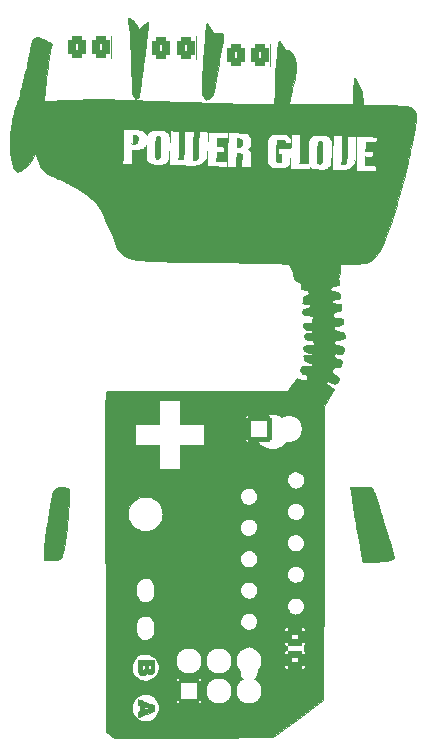
<source format=gbr>
%TF.GenerationSoftware,KiCad,Pcbnew,8.0.2*%
%TF.CreationDate,2024-05-14T21:00:48-05:00*%
%TF.ProjectId,AA Final edge cut repair,41412046-696e-4616-9c20-656467652063,rev?*%
%TF.SameCoordinates,Original*%
%TF.FileFunction,Legend,Top*%
%TF.FilePolarity,Positive*%
%FSLAX46Y46*%
G04 Gerber Fmt 4.6, Leading zero omitted, Abs format (unit mm)*
G04 Created by KiCad (PCBNEW 8.0.2) date 2024-05-14 21:00:48*
%MOMM*%
%LPD*%
G01*
G04 APERTURE LIST*
G04 Aperture macros list*
%AMRoundRect*
0 Rectangle with rounded corners*
0 $1 Rounding radius*
0 $2 $3 $4 $5 $6 $7 $8 $9 X,Y pos of 4 corners*
0 Add a 4 corners polygon primitive as box body*
4,1,4,$2,$3,$4,$5,$6,$7,$8,$9,$2,$3,0*
0 Add four circle primitives for the rounded corners*
1,1,$1+$1,$2,$3*
1,1,$1+$1,$4,$5*
1,1,$1+$1,$6,$7*
1,1,$1+$1,$8,$9*
0 Add four rect primitives between the rounded corners*
20,1,$1+$1,$2,$3,$4,$5,0*
20,1,$1+$1,$4,$5,$6,$7,0*
20,1,$1+$1,$6,$7,$8,$9,0*
20,1,$1+$1,$8,$9,$2,$3,0*%
G04 Aperture macros list end*
%ADD10C,0.150000*%
%ADD11C,0.120000*%
%ADD12C,0.010000*%
%ADD13RoundRect,0.333333X-0.566667X0.466667X-0.566667X-0.466667X0.566667X-0.466667X0.566667X0.466667X0*%
%ADD14RoundRect,0.200000X-0.900000X-0.900000X0.900000X-0.900000X0.900000X0.900000X-0.900000X0.900000X0*%
%ADD15C,2.200000*%
%ADD16O,2.127200X2.127200*%
%ADD17RoundRect,0.200000X-0.863600X0.863600X-0.863600X-0.863600X0.863600X-0.863600X0.863600X0.863600X0*%
%ADD18C,2.127200*%
%ADD19RoundRect,0.336957X0.438043X0.563043X-0.438043X0.563043X-0.438043X-0.563043X0.438043X-0.563043X0*%
G04 APERTURE END LIST*
D10*
X56604819Y-74166666D02*
X56128628Y-74499999D01*
X56604819Y-74738094D02*
X55604819Y-74738094D01*
X55604819Y-74738094D02*
X55604819Y-74357142D01*
X55604819Y-74357142D02*
X55652438Y-74261904D01*
X55652438Y-74261904D02*
X55700057Y-74214285D01*
X55700057Y-74214285D02*
X55795295Y-74166666D01*
X55795295Y-74166666D02*
X55938152Y-74166666D01*
X55938152Y-74166666D02*
X56033390Y-74214285D01*
X56033390Y-74214285D02*
X56081009Y-74261904D01*
X56081009Y-74261904D02*
X56128628Y-74357142D01*
X56128628Y-74357142D02*
X56128628Y-74738094D01*
X55700057Y-73785713D02*
X55652438Y-73738094D01*
X55652438Y-73738094D02*
X55604819Y-73642856D01*
X55604819Y-73642856D02*
X55604819Y-73404761D01*
X55604819Y-73404761D02*
X55652438Y-73309523D01*
X55652438Y-73309523D02*
X55700057Y-73261904D01*
X55700057Y-73261904D02*
X55795295Y-73214285D01*
X55795295Y-73214285D02*
X55890533Y-73214285D01*
X55890533Y-73214285D02*
X56033390Y-73261904D01*
X56033390Y-73261904D02*
X56604819Y-73833332D01*
X56604819Y-73833332D02*
X56604819Y-73214285D01*
D11*
%TO.C,R2*%
X53765000Y-73772936D02*
X53765000Y-74227064D01*
X55235000Y-73772936D02*
X55235000Y-74227064D01*
%TO.C,D1*%
X50175000Y-53885000D02*
X50175000Y-56975000D01*
X50175000Y-53885170D02*
G75*
G02*
X55725000Y-55430462I2560000J-1544830D01*
G01*
X55725000Y-55429538D02*
G75*
G02*
X50175000Y-56974830I-2990000J-462D01*
G01*
X55235000Y-55430000D02*
G75*
G02*
X50235000Y-55430000I-2500000J0D01*
G01*
X50235000Y-55430000D02*
G75*
G02*
X55235000Y-55430000I2500000J0D01*
G01*
%TO.C,D3*%
X52360000Y-24690000D02*
X52360000Y-22770000D01*
%TO.C,D2*%
X46090000Y-24090000D02*
X46090000Y-22170000D01*
D12*
%TO.C,G\u002A\u002A\u002A*%
X49760527Y-30701853D02*
X49885051Y-30724856D01*
X49979857Y-30761088D01*
X50023206Y-30791790D01*
X50071695Y-30849213D01*
X50103245Y-30916773D01*
X50119869Y-31003047D01*
X50123579Y-31116607D01*
X50120236Y-31205211D01*
X50104314Y-31353250D01*
X50072236Y-31466937D01*
X50020059Y-31549348D01*
X49943839Y-31603556D01*
X49839630Y-31632636D01*
X49703489Y-31639661D01*
X49572824Y-31631829D01*
X49474787Y-31622794D01*
X49484064Y-31205809D01*
X49487422Y-31074257D01*
X49491281Y-30954786D01*
X49495339Y-30854790D01*
X49499291Y-30781661D01*
X49502835Y-30742790D01*
X49503129Y-30741200D01*
X49514844Y-30711904D01*
X49542134Y-30697827D01*
X49597043Y-30693766D01*
X49613056Y-30693698D01*
X49760527Y-30701853D01*
G36*
X49760527Y-30701853D02*
G01*
X49885051Y-30724856D01*
X49979857Y-30761088D01*
X50023206Y-30791790D01*
X50071695Y-30849213D01*
X50103245Y-30916773D01*
X50119869Y-31003047D01*
X50123579Y-31116607D01*
X50120236Y-31205211D01*
X50104314Y-31353250D01*
X50072236Y-31466937D01*
X50020059Y-31549348D01*
X49943839Y-31603556D01*
X49839630Y-31632636D01*
X49703489Y-31639661D01*
X49572824Y-31631829D01*
X49474787Y-31622794D01*
X49484064Y-31205809D01*
X49487422Y-31074257D01*
X49491281Y-30954786D01*
X49495339Y-30854790D01*
X49499291Y-30781661D01*
X49502835Y-30742790D01*
X49503129Y-30741200D01*
X49514844Y-30711904D01*
X49542134Y-30697827D01*
X49597043Y-30693766D01*
X49613056Y-30693698D01*
X49760527Y-30701853D01*
G37*
X40989898Y-30445305D02*
X41090496Y-30464777D01*
X41165127Y-30501415D01*
X41221335Y-30558643D01*
X41258481Y-30622321D01*
X41279241Y-30667984D01*
X41291999Y-30708508D01*
X41297607Y-30754402D01*
X41296917Y-30816176D01*
X41290783Y-30904341D01*
X41285969Y-30961269D01*
X41275705Y-31068764D01*
X41265375Y-31143092D01*
X41252742Y-31193360D01*
X41235569Y-31228678D01*
X41213577Y-31256076D01*
X41159256Y-31306776D01*
X41102068Y-31340385D01*
X41031629Y-31360116D01*
X40937553Y-31369179D01*
X40842196Y-31370909D01*
X40636845Y-31370909D01*
X40650645Y-31145366D01*
X40656729Y-31021168D01*
X40661443Y-30877819D01*
X40664101Y-30738495D01*
X40664445Y-30679699D01*
X40664445Y-30439575D01*
X40855788Y-30439575D01*
X40989898Y-30445305D01*
G36*
X40989898Y-30445305D02*
G01*
X41090496Y-30464777D01*
X41165127Y-30501415D01*
X41221335Y-30558643D01*
X41258481Y-30622321D01*
X41279241Y-30667984D01*
X41291999Y-30708508D01*
X41297607Y-30754402D01*
X41296917Y-30816176D01*
X41290783Y-30904341D01*
X41285969Y-30961269D01*
X41275705Y-31068764D01*
X41265375Y-31143092D01*
X41252742Y-31193360D01*
X41235569Y-31228678D01*
X41213577Y-31256076D01*
X41159256Y-31306776D01*
X41102068Y-31340385D01*
X41031629Y-31360116D01*
X40937553Y-31369179D01*
X40842196Y-31370909D01*
X40636845Y-31370909D01*
X40650645Y-31145366D01*
X40656729Y-31021168D01*
X40661443Y-30877819D01*
X40664101Y-30738495D01*
X40664445Y-30679699D01*
X40664445Y-30439575D01*
X40855788Y-30439575D01*
X40989898Y-30445305D01*
G37*
X56774926Y-30946601D02*
X56856747Y-31008740D01*
X56908840Y-31085995D01*
X56918386Y-31108214D01*
X56925960Y-31133261D01*
X56931620Y-31165433D01*
X56935427Y-31209030D01*
X56937439Y-31268347D01*
X56937716Y-31347684D01*
X56936317Y-31451337D01*
X56933302Y-31583605D01*
X56928730Y-31748786D01*
X56922659Y-31951177D01*
X56921367Y-31993369D01*
X56914416Y-32215048D01*
X56908014Y-32398483D01*
X56901539Y-32547749D01*
X56894368Y-32666918D01*
X56885879Y-32760065D01*
X56875451Y-32831264D01*
X56862461Y-32884587D01*
X56846288Y-32924110D01*
X56826309Y-32953905D01*
X56801902Y-32978046D01*
X56772445Y-33000607D01*
X56766964Y-33004526D01*
X56676809Y-33045869D01*
X56572491Y-33059194D01*
X56471712Y-33043306D01*
X56433611Y-33027054D01*
X56363462Y-32969308D01*
X56312171Y-32893384D01*
X56264815Y-32799508D01*
X56286572Y-32037583D01*
X56292955Y-31815942D01*
X56298562Y-31632550D01*
X56303824Y-31483340D01*
X56309169Y-31364244D01*
X56315026Y-31271195D01*
X56321826Y-31200125D01*
X56329996Y-31146968D01*
X56339968Y-31107656D01*
X56352169Y-31078122D01*
X56367030Y-31054298D01*
X56384979Y-31032118D01*
X56393767Y-31022058D01*
X56479498Y-30952402D01*
X56577482Y-30917337D01*
X56678898Y-30915768D01*
X56774926Y-30946601D01*
G36*
X56774926Y-30946601D02*
G01*
X56856747Y-31008740D01*
X56908840Y-31085995D01*
X56918386Y-31108214D01*
X56925960Y-31133261D01*
X56931620Y-31165433D01*
X56935427Y-31209030D01*
X56937439Y-31268347D01*
X56937716Y-31347684D01*
X56936317Y-31451337D01*
X56933302Y-31583605D01*
X56928730Y-31748786D01*
X56922659Y-31951177D01*
X56921367Y-31993369D01*
X56914416Y-32215048D01*
X56908014Y-32398483D01*
X56901539Y-32547749D01*
X56894368Y-32666918D01*
X56885879Y-32760065D01*
X56875451Y-32831264D01*
X56862461Y-32884587D01*
X56846288Y-32924110D01*
X56826309Y-32953905D01*
X56801902Y-32978046D01*
X56772445Y-33000607D01*
X56766964Y-33004526D01*
X56676809Y-33045869D01*
X56572491Y-33059194D01*
X56471712Y-33043306D01*
X56433611Y-33027054D01*
X56363462Y-32969308D01*
X56312171Y-32893384D01*
X56264815Y-32799508D01*
X56286572Y-32037583D01*
X56292955Y-31815942D01*
X56298562Y-31632550D01*
X56303824Y-31483340D01*
X56309169Y-31364244D01*
X56315026Y-31271195D01*
X56321826Y-31200125D01*
X56329996Y-31146968D01*
X56339968Y-31107656D01*
X56352169Y-31078122D01*
X56367030Y-31054298D01*
X56384979Y-31032118D01*
X56393767Y-31022058D01*
X56479498Y-30952402D01*
X56577482Y-30917337D01*
X56678898Y-30915768D01*
X56774926Y-30946601D01*
G37*
X41283570Y-78324942D02*
X41320195Y-78339222D01*
X41391005Y-78366219D01*
X41490518Y-78403866D01*
X41613250Y-78450096D01*
X41753720Y-78502841D01*
X41906445Y-78560033D01*
X41971486Y-78584345D01*
X42590611Y-78815648D01*
X42590523Y-79059237D01*
X42590434Y-79302825D01*
X41971398Y-79534357D01*
X41815206Y-79592850D01*
X41668977Y-79647752D01*
X41538201Y-79696991D01*
X41428366Y-79738495D01*
X41344962Y-79770193D01*
X41293480Y-79790013D01*
X41282871Y-79794225D01*
X41213381Y-79822560D01*
X41219371Y-79584870D01*
X41225361Y-79347179D01*
X41326559Y-79315790D01*
X41427758Y-79284402D01*
X41421859Y-79053160D01*
X41421809Y-79051207D01*
X41418387Y-78917060D01*
X41743945Y-78917060D01*
X41743945Y-79053160D01*
X41744793Y-79126269D01*
X41749569Y-79165636D01*
X41761616Y-79179850D01*
X41784279Y-79177501D01*
X41791570Y-79175455D01*
X41835313Y-79162539D01*
X41904764Y-79141789D01*
X41985111Y-79117631D01*
X41987361Y-79116953D01*
X42061921Y-79093434D01*
X42120108Y-79073176D01*
X42150349Y-79060232D01*
X42151382Y-79059503D01*
X42139235Y-79048576D01*
X42094028Y-79028946D01*
X42023379Y-79003630D01*
X41955591Y-78981905D01*
X41743945Y-78917060D01*
X41418387Y-78917060D01*
X41415861Y-78818012D01*
X41315320Y-78786828D01*
X41214778Y-78755643D01*
X41214778Y-78296840D01*
X41283570Y-78324942D01*
G36*
X41283570Y-78324942D02*
G01*
X41320195Y-78339222D01*
X41391005Y-78366219D01*
X41490518Y-78403866D01*
X41613250Y-78450096D01*
X41753720Y-78502841D01*
X41906445Y-78560033D01*
X41971486Y-78584345D01*
X42590611Y-78815648D01*
X42590523Y-79059237D01*
X42590434Y-79302825D01*
X41971398Y-79534357D01*
X41815206Y-79592850D01*
X41668977Y-79647752D01*
X41538201Y-79696991D01*
X41428366Y-79738495D01*
X41344962Y-79770193D01*
X41293480Y-79790013D01*
X41282871Y-79794225D01*
X41213381Y-79822560D01*
X41219371Y-79584870D01*
X41225361Y-79347179D01*
X41326559Y-79315790D01*
X41427758Y-79284402D01*
X41421859Y-79053160D01*
X41421809Y-79051207D01*
X41418387Y-78917060D01*
X41743945Y-78917060D01*
X41743945Y-79053160D01*
X41744793Y-79126269D01*
X41749569Y-79165636D01*
X41761616Y-79179850D01*
X41784279Y-79177501D01*
X41791570Y-79175455D01*
X41835313Y-79162539D01*
X41904764Y-79141789D01*
X41985111Y-79117631D01*
X41987361Y-79116953D01*
X42061921Y-79093434D01*
X42120108Y-79073176D01*
X42150349Y-79060232D01*
X42151382Y-79059503D01*
X42139235Y-79048576D01*
X42094028Y-79028946D01*
X42023379Y-79003630D01*
X41955591Y-78981905D01*
X41743945Y-78917060D01*
X41418387Y-78917060D01*
X41415861Y-78818012D01*
X41315320Y-78786828D01*
X41214778Y-78755643D01*
X41214778Y-78296840D01*
X41283570Y-78324942D01*
G37*
X42982231Y-30510750D02*
X43072551Y-30548673D01*
X43146698Y-30616491D01*
X43182972Y-30678265D01*
X43192836Y-30702636D01*
X43200684Y-30728898D01*
X43206583Y-30761404D01*
X43210599Y-30804505D01*
X43212797Y-30862554D01*
X43213245Y-30939903D01*
X43212007Y-31040904D01*
X43209151Y-31169909D01*
X43204743Y-31331269D01*
X43198849Y-31529339D01*
X43196891Y-31593609D01*
X43190345Y-31803829D01*
X43184583Y-31975988D01*
X43179285Y-32114344D01*
X43174129Y-32223153D01*
X43168794Y-32306674D01*
X43162960Y-32369164D01*
X43156304Y-32414881D01*
X43148506Y-32448082D01*
X43139245Y-32473026D01*
X43129096Y-32492443D01*
X43058154Y-32575414D01*
X42964647Y-32629265D01*
X42859498Y-32649166D01*
X42791252Y-32641882D01*
X42684924Y-32597850D01*
X42605862Y-32522620D01*
X42578573Y-32476103D01*
X42569335Y-32454243D01*
X42562018Y-32428881D01*
X42556565Y-32395759D01*
X42552923Y-32350621D01*
X42551036Y-32289207D01*
X42550850Y-32207260D01*
X42552309Y-32100522D01*
X42555359Y-31964735D01*
X42559944Y-31795641D01*
X42566011Y-31588983D01*
X42566797Y-31562760D01*
X42573383Y-31349137D01*
X42579283Y-31173723D01*
X42584784Y-31032405D01*
X42590171Y-30921070D01*
X42595731Y-30835605D01*
X42601750Y-30771896D01*
X42608514Y-30725831D01*
X42616310Y-30693296D01*
X42625423Y-30670178D01*
X42629428Y-30662773D01*
X42699335Y-30578734D01*
X42787112Y-30525542D01*
X42884248Y-30502960D01*
X42982231Y-30510750D01*
G36*
X42982231Y-30510750D02*
G01*
X43072551Y-30548673D01*
X43146698Y-30616491D01*
X43182972Y-30678265D01*
X43192836Y-30702636D01*
X43200684Y-30728898D01*
X43206583Y-30761404D01*
X43210599Y-30804505D01*
X43212797Y-30862554D01*
X43213245Y-30939903D01*
X43212007Y-31040904D01*
X43209151Y-31169909D01*
X43204743Y-31331269D01*
X43198849Y-31529339D01*
X43196891Y-31593609D01*
X43190345Y-31803829D01*
X43184583Y-31975988D01*
X43179285Y-32114344D01*
X43174129Y-32223153D01*
X43168794Y-32306674D01*
X43162960Y-32369164D01*
X43156304Y-32414881D01*
X43148506Y-32448082D01*
X43139245Y-32473026D01*
X43129096Y-32492443D01*
X43058154Y-32575414D01*
X42964647Y-32629265D01*
X42859498Y-32649166D01*
X42791252Y-32641882D01*
X42684924Y-32597850D01*
X42605862Y-32522620D01*
X42578573Y-32476103D01*
X42569335Y-32454243D01*
X42562018Y-32428881D01*
X42556565Y-32395759D01*
X42552923Y-32350621D01*
X42551036Y-32289207D01*
X42550850Y-32207260D01*
X42552309Y-32100522D01*
X42555359Y-31964735D01*
X42559944Y-31795641D01*
X42566011Y-31588983D01*
X42566797Y-31562760D01*
X42573383Y-31349137D01*
X42579283Y-31173723D01*
X42584784Y-31032405D01*
X42590171Y-30921070D01*
X42595731Y-30835605D01*
X42601750Y-30771896D01*
X42608514Y-30725831D01*
X42616310Y-30693296D01*
X42625423Y-30670178D01*
X42629428Y-30662773D01*
X42699335Y-30578734D01*
X42787112Y-30525542D01*
X42884248Y-30502960D01*
X42982231Y-30510750D01*
G37*
X42590611Y-75447333D02*
X42589383Y-75616672D01*
X42585824Y-75758542D01*
X42580120Y-75868879D01*
X42572459Y-75943622D01*
X42566512Y-75971208D01*
X42510732Y-76075100D01*
X42424862Y-76155129D01*
X42395871Y-76172170D01*
X42307821Y-76198582D01*
X42208974Y-76198321D01*
X42112254Y-76174425D01*
X42030584Y-76129931D01*
X41980467Y-76074505D01*
X41948332Y-76018514D01*
X41903819Y-76102690D01*
X41856200Y-76168335D01*
X41796468Y-76220038D01*
X41786080Y-76226137D01*
X41698803Y-76255263D01*
X41595550Y-76264314D01*
X41495734Y-76252961D01*
X41437075Y-76232062D01*
X41342273Y-76169158D01*
X41275368Y-76089754D01*
X41260583Y-76064375D01*
X41249153Y-76036806D01*
X41240153Y-75997545D01*
X41233184Y-75941202D01*
X41227843Y-75862385D01*
X41223730Y-75755705D01*
X41220443Y-75615769D01*
X41220038Y-75591700D01*
X41532278Y-75591700D01*
X41535740Y-75685411D01*
X41547234Y-75746301D01*
X41567308Y-75782200D01*
X41622606Y-75815350D01*
X41687442Y-75816256D01*
X41717873Y-75803221D01*
X41746398Y-75764702D01*
X41769172Y-75695357D01*
X41783223Y-75606604D01*
X41785060Y-75566909D01*
X42061445Y-75566909D01*
X42072034Y-75667421D01*
X42102347Y-75737882D01*
X42150205Y-75774325D01*
X42177861Y-75778575D01*
X42215421Y-75764563D01*
X42251945Y-75736242D01*
X42277799Y-75699101D01*
X42290822Y-75645699D01*
X42294278Y-75566909D01*
X42294278Y-75439909D01*
X42061445Y-75439909D01*
X42061445Y-75566909D01*
X41785060Y-75566909D01*
X41786278Y-75540590D01*
X41786278Y-75439909D01*
X41532278Y-75439909D01*
X41532278Y-75591700D01*
X41220038Y-75591700D01*
X41218465Y-75498117D01*
X41217587Y-75439909D01*
X41210875Y-74995409D01*
X42590611Y-74995409D01*
X42590611Y-75447333D01*
G36*
X42590611Y-75447333D02*
G01*
X42589383Y-75616672D01*
X42585824Y-75758542D01*
X42580120Y-75868879D01*
X42572459Y-75943622D01*
X42566512Y-75971208D01*
X42510732Y-76075100D01*
X42424862Y-76155129D01*
X42395871Y-76172170D01*
X42307821Y-76198582D01*
X42208974Y-76198321D01*
X42112254Y-76174425D01*
X42030584Y-76129931D01*
X41980467Y-76074505D01*
X41948332Y-76018514D01*
X41903819Y-76102690D01*
X41856200Y-76168335D01*
X41796468Y-76220038D01*
X41786080Y-76226137D01*
X41698803Y-76255263D01*
X41595550Y-76264314D01*
X41495734Y-76252961D01*
X41437075Y-76232062D01*
X41342273Y-76169158D01*
X41275368Y-76089754D01*
X41260583Y-76064375D01*
X41249153Y-76036806D01*
X41240153Y-75997545D01*
X41233184Y-75941202D01*
X41227843Y-75862385D01*
X41223730Y-75755705D01*
X41220443Y-75615769D01*
X41220038Y-75591700D01*
X41532278Y-75591700D01*
X41535740Y-75685411D01*
X41547234Y-75746301D01*
X41567308Y-75782200D01*
X41622606Y-75815350D01*
X41687442Y-75816256D01*
X41717873Y-75803221D01*
X41746398Y-75764702D01*
X41769172Y-75695357D01*
X41783223Y-75606604D01*
X41785060Y-75566909D01*
X42061445Y-75566909D01*
X42072034Y-75667421D01*
X42102347Y-75737882D01*
X42150205Y-75774325D01*
X42177861Y-75778575D01*
X42215421Y-75764563D01*
X42251945Y-75736242D01*
X42277799Y-75699101D01*
X42290822Y-75645699D01*
X42294278Y-75566909D01*
X42294278Y-75439909D01*
X42061445Y-75439909D01*
X42061445Y-75566909D01*
X41785060Y-75566909D01*
X41786278Y-75540590D01*
X41786278Y-75439909D01*
X41532278Y-75439909D01*
X41532278Y-75591700D01*
X41220038Y-75591700D01*
X41218465Y-75498117D01*
X41217587Y-75439909D01*
X41210875Y-74995409D01*
X42590611Y-74995409D01*
X42590611Y-75447333D01*
G37*
X47071616Y-21098895D02*
X47114548Y-21144771D01*
X47175195Y-21222910D01*
X47254612Y-21334685D01*
X47353849Y-21481471D01*
X47379064Y-21519535D01*
X47443517Y-21612531D01*
X47509850Y-21700498D01*
X47569524Y-21772510D01*
X47607967Y-21812414D01*
X47660660Y-21857485D01*
X47701464Y-21879678D01*
X47748683Y-21884923D01*
X47815581Y-21879663D01*
X47959197Y-21865467D01*
X48067580Y-21856400D01*
X48147523Y-21852490D01*
X48205818Y-21853768D01*
X48249258Y-21860266D01*
X48284634Y-21872012D01*
X48305317Y-21881851D01*
X48361720Y-21920874D01*
X48403406Y-21966617D01*
X48407082Y-21972909D01*
X48424633Y-22033523D01*
X48430284Y-22127467D01*
X48423905Y-22256000D01*
X48405367Y-22420380D01*
X48374540Y-22621864D01*
X48331295Y-22861711D01*
X48297987Y-23031242D01*
X48267692Y-23187010D01*
X48232806Y-23375770D01*
X48194865Y-23588630D01*
X48155408Y-23816693D01*
X48115972Y-24051066D01*
X48078096Y-24282855D01*
X48043316Y-24503164D01*
X48041811Y-24512909D01*
X47975493Y-24939628D01*
X47914579Y-25325076D01*
X47858946Y-25669952D01*
X47808470Y-25974954D01*
X47763028Y-26240783D01*
X47722497Y-26468138D01*
X47686753Y-26657717D01*
X47655673Y-26810220D01*
X47629134Y-26926346D01*
X47607013Y-27006796D01*
X47596890Y-27035576D01*
X47527718Y-27162076D01*
X47427121Y-27284710D01*
X47305469Y-27392890D01*
X47173133Y-27476026D01*
X47158630Y-27483064D01*
X47070566Y-27520762D01*
X47006917Y-27536009D01*
X46956328Y-27528997D01*
X46907444Y-27499916D01*
X46892132Y-27487521D01*
X46843688Y-27428103D01*
X46789722Y-27326730D01*
X46747633Y-27228229D01*
X46665195Y-27021159D01*
X46658751Y-26195659D01*
X46657361Y-25943299D01*
X46657596Y-25723922D01*
X46659693Y-25528195D01*
X46663889Y-25346791D01*
X46670421Y-25170380D01*
X46679526Y-24989633D01*
X46691443Y-24795219D01*
X46696161Y-24724575D01*
X46723785Y-24323694D01*
X46749583Y-23961477D01*
X46773828Y-23634310D01*
X46796795Y-23338575D01*
X46818754Y-23070657D01*
X46835908Y-22872492D01*
X46847713Y-22727753D01*
X46860007Y-22556580D01*
X46871748Y-22374845D01*
X46881894Y-22198420D01*
X46887513Y-22086062D01*
X46899129Y-21883323D01*
X46914365Y-21694597D01*
X46932582Y-21523946D01*
X46953139Y-21375430D01*
X46975398Y-21253109D01*
X46998719Y-21161045D01*
X47022463Y-21103296D01*
X47045348Y-21083909D01*
X47071616Y-21098895D01*
G36*
X47071616Y-21098895D02*
G01*
X47114548Y-21144771D01*
X47175195Y-21222910D01*
X47254612Y-21334685D01*
X47353849Y-21481471D01*
X47379064Y-21519535D01*
X47443517Y-21612531D01*
X47509850Y-21700498D01*
X47569524Y-21772510D01*
X47607967Y-21812414D01*
X47660660Y-21857485D01*
X47701464Y-21879678D01*
X47748683Y-21884923D01*
X47815581Y-21879663D01*
X47959197Y-21865467D01*
X48067580Y-21856400D01*
X48147523Y-21852490D01*
X48205818Y-21853768D01*
X48249258Y-21860266D01*
X48284634Y-21872012D01*
X48305317Y-21881851D01*
X48361720Y-21920874D01*
X48403406Y-21966617D01*
X48407082Y-21972909D01*
X48424633Y-22033523D01*
X48430284Y-22127467D01*
X48423905Y-22256000D01*
X48405367Y-22420380D01*
X48374540Y-22621864D01*
X48331295Y-22861711D01*
X48297987Y-23031242D01*
X48267692Y-23187010D01*
X48232806Y-23375770D01*
X48194865Y-23588630D01*
X48155408Y-23816693D01*
X48115972Y-24051066D01*
X48078096Y-24282855D01*
X48043316Y-24503164D01*
X48041811Y-24512909D01*
X47975493Y-24939628D01*
X47914579Y-25325076D01*
X47858946Y-25669952D01*
X47808470Y-25974954D01*
X47763028Y-26240783D01*
X47722497Y-26468138D01*
X47686753Y-26657717D01*
X47655673Y-26810220D01*
X47629134Y-26926346D01*
X47607013Y-27006796D01*
X47596890Y-27035576D01*
X47527718Y-27162076D01*
X47427121Y-27284710D01*
X47305469Y-27392890D01*
X47173133Y-27476026D01*
X47158630Y-27483064D01*
X47070566Y-27520762D01*
X47006917Y-27536009D01*
X46956328Y-27528997D01*
X46907444Y-27499916D01*
X46892132Y-27487521D01*
X46843688Y-27428103D01*
X46789722Y-27326730D01*
X46747633Y-27228229D01*
X46665195Y-27021159D01*
X46658751Y-26195659D01*
X46657361Y-25943299D01*
X46657596Y-25723922D01*
X46659693Y-25528195D01*
X46663889Y-25346791D01*
X46670421Y-25170380D01*
X46679526Y-24989633D01*
X46691443Y-24795219D01*
X46696161Y-24724575D01*
X46723785Y-24323694D01*
X46749583Y-23961477D01*
X46773828Y-23634310D01*
X46796795Y-23338575D01*
X46818754Y-23070657D01*
X46835908Y-22872492D01*
X46847713Y-22727753D01*
X46860007Y-22556580D01*
X46871748Y-22374845D01*
X46881894Y-22198420D01*
X46887513Y-22086062D01*
X46899129Y-21883323D01*
X46914365Y-21694597D01*
X46932582Y-21523946D01*
X46953139Y-21375430D01*
X46975398Y-21253109D01*
X46998719Y-21161045D01*
X47022463Y-21103296D01*
X47045348Y-21083909D01*
X47071616Y-21098895D01*
G37*
X60058403Y-60331093D02*
X60282246Y-60332862D01*
X60467727Y-60334862D01*
X60618813Y-60337640D01*
X60739474Y-60341740D01*
X60833679Y-60347709D01*
X60905397Y-60356091D01*
X60958597Y-60367434D01*
X60997248Y-60382282D01*
X61025319Y-60401180D01*
X61046779Y-60424676D01*
X61065596Y-60453313D01*
X61075988Y-60470990D01*
X61106093Y-60533055D01*
X61147469Y-60634954D01*
X61199825Y-60775799D01*
X61262870Y-60954701D01*
X61336310Y-61170773D01*
X61419856Y-61423125D01*
X61513214Y-61710868D01*
X61616093Y-62033115D01*
X61728202Y-62388975D01*
X61849247Y-62777562D01*
X61978939Y-63197986D01*
X62081704Y-63533659D01*
X62150077Y-63757623D01*
X62220397Y-63987878D01*
X62290570Y-64217575D01*
X62358503Y-64439866D01*
X62422102Y-64647901D01*
X62479275Y-64834833D01*
X62527927Y-64993812D01*
X62560368Y-65099726D01*
X62610656Y-65266786D01*
X62662170Y-65443210D01*
X62711793Y-65617947D01*
X62756410Y-65779947D01*
X62792905Y-65918159D01*
X62807111Y-65974802D01*
X62837985Y-66102325D01*
X62859320Y-66195506D01*
X62871962Y-66261043D01*
X62876757Y-66305633D01*
X62874554Y-66335974D01*
X62866197Y-66358762D01*
X62857487Y-66373279D01*
X62814448Y-66417048D01*
X62742470Y-66458179D01*
X62637448Y-66498477D01*
X62495277Y-66539747D01*
X62456256Y-66549726D01*
X62367248Y-66570744D01*
X62279222Y-66588367D01*
X62187250Y-66602951D01*
X62086403Y-66614851D01*
X61971753Y-66624421D01*
X61838373Y-66632018D01*
X61681335Y-66637995D01*
X61495711Y-66642708D01*
X61276573Y-66646512D01*
X61076661Y-66649105D01*
X60248128Y-66658763D01*
X60214119Y-66610209D01*
X60191757Y-66557038D01*
X60180449Y-66488573D01*
X60180111Y-66476054D01*
X60176355Y-66439009D01*
X60165569Y-66364610D01*
X60148478Y-66257121D01*
X60125803Y-66120803D01*
X60098270Y-65959921D01*
X60066600Y-65778739D01*
X60031519Y-65581518D01*
X59993750Y-65372522D01*
X59980641Y-65300722D01*
X59905507Y-64887066D01*
X59832773Y-64480346D01*
X59763281Y-64085479D01*
X59697874Y-63707385D01*
X59637395Y-63350982D01*
X59582686Y-63021188D01*
X59534591Y-62722923D01*
X59493952Y-62461105D01*
X59492901Y-62454159D01*
X59474008Y-62330830D01*
X59449961Y-62176425D01*
X59422449Y-62001642D01*
X59393162Y-61817183D01*
X59363789Y-61633746D01*
X59344173Y-61512242D01*
X59297772Y-61217205D01*
X59260880Y-60963344D01*
X59233487Y-60750583D01*
X59215584Y-60578849D01*
X59207162Y-60448067D01*
X59206445Y-60408225D01*
X59206445Y-60324694D01*
X60058403Y-60331093D01*
G36*
X60058403Y-60331093D02*
G01*
X60282246Y-60332862D01*
X60467727Y-60334862D01*
X60618813Y-60337640D01*
X60739474Y-60341740D01*
X60833679Y-60347709D01*
X60905397Y-60356091D01*
X60958597Y-60367434D01*
X60997248Y-60382282D01*
X61025319Y-60401180D01*
X61046779Y-60424676D01*
X61065596Y-60453313D01*
X61075988Y-60470990D01*
X61106093Y-60533055D01*
X61147469Y-60634954D01*
X61199825Y-60775799D01*
X61262870Y-60954701D01*
X61336310Y-61170773D01*
X61419856Y-61423125D01*
X61513214Y-61710868D01*
X61616093Y-62033115D01*
X61728202Y-62388975D01*
X61849247Y-62777562D01*
X61978939Y-63197986D01*
X62081704Y-63533659D01*
X62150077Y-63757623D01*
X62220397Y-63987878D01*
X62290570Y-64217575D01*
X62358503Y-64439866D01*
X62422102Y-64647901D01*
X62479275Y-64834833D01*
X62527927Y-64993812D01*
X62560368Y-65099726D01*
X62610656Y-65266786D01*
X62662170Y-65443210D01*
X62711793Y-65617947D01*
X62756410Y-65779947D01*
X62792905Y-65918159D01*
X62807111Y-65974802D01*
X62837985Y-66102325D01*
X62859320Y-66195506D01*
X62871962Y-66261043D01*
X62876757Y-66305633D01*
X62874554Y-66335974D01*
X62866197Y-66358762D01*
X62857487Y-66373279D01*
X62814448Y-66417048D01*
X62742470Y-66458179D01*
X62637448Y-66498477D01*
X62495277Y-66539747D01*
X62456256Y-66549726D01*
X62367248Y-66570744D01*
X62279222Y-66588367D01*
X62187250Y-66602951D01*
X62086403Y-66614851D01*
X61971753Y-66624421D01*
X61838373Y-66632018D01*
X61681335Y-66637995D01*
X61495711Y-66642708D01*
X61276573Y-66646512D01*
X61076661Y-66649105D01*
X60248128Y-66658763D01*
X60214119Y-66610209D01*
X60191757Y-66557038D01*
X60180449Y-66488573D01*
X60180111Y-66476054D01*
X60176355Y-66439009D01*
X60165569Y-66364610D01*
X60148478Y-66257121D01*
X60125803Y-66120803D01*
X60098270Y-65959921D01*
X60066600Y-65778739D01*
X60031519Y-65581518D01*
X59993750Y-65372522D01*
X59980641Y-65300722D01*
X59905507Y-64887066D01*
X59832773Y-64480346D01*
X59763281Y-64085479D01*
X59697874Y-63707385D01*
X59637395Y-63350982D01*
X59582686Y-63021188D01*
X59534591Y-62722923D01*
X59493952Y-62461105D01*
X59492901Y-62454159D01*
X59474008Y-62330830D01*
X59449961Y-62176425D01*
X59422449Y-62001642D01*
X59393162Y-61817183D01*
X59363789Y-61633746D01*
X59344173Y-61512242D01*
X59297772Y-61217205D01*
X59260880Y-60963344D01*
X59233487Y-60750583D01*
X59215584Y-60578849D01*
X59207162Y-60448067D01*
X59206445Y-60408225D01*
X59206445Y-60324694D01*
X60058403Y-60331093D01*
G37*
X34811620Y-60358571D02*
X34962674Y-60373507D01*
X35100762Y-60394202D01*
X35217960Y-60419058D01*
X35306342Y-60446478D01*
X35347078Y-60466510D01*
X35400244Y-60501345D01*
X35387506Y-61001502D01*
X35382909Y-61126972D01*
X35374748Y-61289296D01*
X35363429Y-61483180D01*
X35349358Y-61703333D01*
X35332938Y-61944460D01*
X35314576Y-62201269D01*
X35294675Y-62468467D01*
X35273642Y-62740760D01*
X35251881Y-63012856D01*
X35229796Y-63279462D01*
X35207794Y-63535284D01*
X35186279Y-63775029D01*
X35165656Y-63993405D01*
X35146330Y-64185119D01*
X35137876Y-64263909D01*
X35119730Y-64411077D01*
X35095130Y-64584077D01*
X35065376Y-64775720D01*
X35031764Y-64978817D01*
X34995594Y-65186179D01*
X34958163Y-65390617D01*
X34920770Y-65584942D01*
X34884714Y-65761964D01*
X34851291Y-65914496D01*
X34821801Y-66035347D01*
X34810736Y-66075492D01*
X34771252Y-66206327D01*
X34735643Y-66302460D01*
X34697498Y-66370253D01*
X34650409Y-66416069D01*
X34587968Y-66446271D01*
X34503765Y-66467222D01*
X34399111Y-66484157D01*
X34337233Y-66490579D01*
X34246455Y-66496534D01*
X34133737Y-66501888D01*
X34006041Y-66506507D01*
X33870328Y-66510257D01*
X33733558Y-66513005D01*
X33602693Y-66514617D01*
X33484694Y-66514957D01*
X33386522Y-66513894D01*
X33315137Y-66511292D01*
X33277501Y-66507017D01*
X33274373Y-66505797D01*
X33251795Y-66469774D01*
X33235039Y-66396162D01*
X33224067Y-66289295D01*
X33218842Y-66153511D01*
X33219325Y-65993145D01*
X33225480Y-65812535D01*
X33237269Y-65616015D01*
X33254655Y-65407922D01*
X33277600Y-65192592D01*
X33286326Y-65121159D01*
X33306811Y-64957679D01*
X33329306Y-64776406D01*
X33351811Y-64593575D01*
X33372324Y-64425420D01*
X33384155Y-64327409D01*
X33401907Y-64186972D01*
X33421713Y-64042637D01*
X33441696Y-63907336D01*
X33459977Y-63794002D01*
X33468699Y-63745325D01*
X33482317Y-63670605D01*
X33501759Y-63559912D01*
X33526056Y-63419057D01*
X33554235Y-63253851D01*
X33585327Y-63070106D01*
X33618361Y-62873633D01*
X33652366Y-62670243D01*
X33686371Y-62465748D01*
X33719405Y-62265958D01*
X33750499Y-62076686D01*
X33778681Y-61903742D01*
X33802980Y-61752937D01*
X33822425Y-61630084D01*
X33827575Y-61596909D01*
X33848922Y-61468862D01*
X33875220Y-61327165D01*
X33904591Y-61180502D01*
X33935153Y-61037559D01*
X33965027Y-60907021D01*
X33992333Y-60797573D01*
X34015192Y-60717900D01*
X34022288Y-60697325D01*
X34088733Y-60577676D01*
X34188332Y-60482779D01*
X34319378Y-60413367D01*
X34480167Y-60370170D01*
X34668992Y-60353922D01*
X34811620Y-60358571D01*
G36*
X34811620Y-60358571D02*
G01*
X34962674Y-60373507D01*
X35100762Y-60394202D01*
X35217960Y-60419058D01*
X35306342Y-60446478D01*
X35347078Y-60466510D01*
X35400244Y-60501345D01*
X35387506Y-61001502D01*
X35382909Y-61126972D01*
X35374748Y-61289296D01*
X35363429Y-61483180D01*
X35349358Y-61703333D01*
X35332938Y-61944460D01*
X35314576Y-62201269D01*
X35294675Y-62468467D01*
X35273642Y-62740760D01*
X35251881Y-63012856D01*
X35229796Y-63279462D01*
X35207794Y-63535284D01*
X35186279Y-63775029D01*
X35165656Y-63993405D01*
X35146330Y-64185119D01*
X35137876Y-64263909D01*
X35119730Y-64411077D01*
X35095130Y-64584077D01*
X35065376Y-64775720D01*
X35031764Y-64978817D01*
X34995594Y-65186179D01*
X34958163Y-65390617D01*
X34920770Y-65584942D01*
X34884714Y-65761964D01*
X34851291Y-65914496D01*
X34821801Y-66035347D01*
X34810736Y-66075492D01*
X34771252Y-66206327D01*
X34735643Y-66302460D01*
X34697498Y-66370253D01*
X34650409Y-66416069D01*
X34587968Y-66446271D01*
X34503765Y-66467222D01*
X34399111Y-66484157D01*
X34337233Y-66490579D01*
X34246455Y-66496534D01*
X34133737Y-66501888D01*
X34006041Y-66506507D01*
X33870328Y-66510257D01*
X33733558Y-66513005D01*
X33602693Y-66514617D01*
X33484694Y-66514957D01*
X33386522Y-66513894D01*
X33315137Y-66511292D01*
X33277501Y-66507017D01*
X33274373Y-66505797D01*
X33251795Y-66469774D01*
X33235039Y-66396162D01*
X33224067Y-66289295D01*
X33218842Y-66153511D01*
X33219325Y-65993145D01*
X33225480Y-65812535D01*
X33237269Y-65616015D01*
X33254655Y-65407922D01*
X33277600Y-65192592D01*
X33286326Y-65121159D01*
X33306811Y-64957679D01*
X33329306Y-64776406D01*
X33351811Y-64593575D01*
X33372324Y-64425420D01*
X33384155Y-64327409D01*
X33401907Y-64186972D01*
X33421713Y-64042637D01*
X33441696Y-63907336D01*
X33459977Y-63794002D01*
X33468699Y-63745325D01*
X33482317Y-63670605D01*
X33501759Y-63559912D01*
X33526056Y-63419057D01*
X33554235Y-63253851D01*
X33585327Y-63070106D01*
X33618361Y-62873633D01*
X33652366Y-62670243D01*
X33686371Y-62465748D01*
X33719405Y-62265958D01*
X33750499Y-62076686D01*
X33778681Y-61903742D01*
X33802980Y-61752937D01*
X33822425Y-61630084D01*
X33827575Y-61596909D01*
X33848922Y-61468862D01*
X33875220Y-61327165D01*
X33904591Y-61180502D01*
X33935153Y-61037559D01*
X33965027Y-60907021D01*
X33992333Y-60797573D01*
X34015192Y-60717900D01*
X34022288Y-60697325D01*
X34088733Y-60577676D01*
X34188332Y-60482779D01*
X34319378Y-60413367D01*
X34480167Y-60370170D01*
X34668992Y-60353922D01*
X34811620Y-60358571D01*
G37*
X40465363Y-20626318D02*
X40534515Y-20651191D01*
X40623681Y-20694094D01*
X40646974Y-20706119D01*
X40750113Y-20764986D01*
X40828705Y-20824397D01*
X40898760Y-20897033D01*
X40919226Y-20921713D01*
X41043665Y-21098151D01*
X41144123Y-21286814D01*
X41191168Y-21405345D01*
X41220460Y-21473026D01*
X41254675Y-21526383D01*
X41273527Y-21544642D01*
X41292331Y-21554430D01*
X41312150Y-21554599D01*
X41338162Y-21541245D01*
X41375542Y-21510461D01*
X41429467Y-21458341D01*
X41505113Y-21380978D01*
X41544419Y-21340213D01*
X41680559Y-21204085D01*
X41796817Y-21099021D01*
X41891974Y-21025989D01*
X41964811Y-20985956D01*
X42000829Y-20978075D01*
X42042997Y-20997603D01*
X42069955Y-21055237D01*
X42081636Y-21149548D01*
X42077972Y-21279110D01*
X42058896Y-21442496D01*
X42030371Y-21607645D01*
X42007096Y-21732459D01*
X41987245Y-21850550D01*
X41969849Y-21969847D01*
X41953943Y-22098276D01*
X41938557Y-22243765D01*
X41922725Y-22414241D01*
X41905479Y-22617630D01*
X41902178Y-22658007D01*
X41888705Y-22811692D01*
X41872582Y-22977131D01*
X41855369Y-23139383D01*
X41838623Y-23283510D01*
X41829256Y-23356507D01*
X41816921Y-23447937D01*
X41799905Y-23574242D01*
X41779160Y-23728338D01*
X41755640Y-23903143D01*
X41730297Y-24091575D01*
X41704085Y-24286552D01*
X41680778Y-24459992D01*
X41655254Y-24649405D01*
X41630254Y-24833873D01*
X41606627Y-25007220D01*
X41585220Y-25163265D01*
X41566880Y-25295831D01*
X41552455Y-25398741D01*
X41542853Y-25465409D01*
X41524840Y-25590129D01*
X41503775Y-25741582D01*
X41480634Y-25912241D01*
X41456390Y-26094579D01*
X41432018Y-26281068D01*
X41408492Y-26464181D01*
X41386788Y-26636391D01*
X41367878Y-26790169D01*
X41352739Y-26917990D01*
X41342343Y-27012325D01*
X41341449Y-27021159D01*
X41325164Y-27153138D01*
X41304483Y-27250389D01*
X41276161Y-27320499D01*
X41236955Y-27371056D01*
X41183619Y-27409649D01*
X41172775Y-27415640D01*
X41081475Y-27449650D01*
X40998542Y-27445635D01*
X40924518Y-27410802D01*
X40857986Y-27346706D01*
X40800266Y-27249485D01*
X40755512Y-27128086D01*
X40727878Y-26991462D01*
X40727156Y-26985544D01*
X40722258Y-26928148D01*
X40716580Y-26834458D01*
X40710388Y-26710501D01*
X40703944Y-26562303D01*
X40697514Y-26395891D01*
X40691361Y-26217291D01*
X40686480Y-26058075D01*
X40680082Y-25853135D01*
X40672472Y-25637088D01*
X40664054Y-25419651D01*
X40655228Y-25210540D01*
X40646395Y-25019470D01*
X40637957Y-24856157D01*
X40634019Y-24788075D01*
X40623871Y-24605917D01*
X40613859Y-24399583D01*
X40604697Y-24185721D01*
X40597098Y-23980978D01*
X40591822Y-23803825D01*
X40581904Y-23419334D01*
X40572067Y-23074490D01*
X40562157Y-22766605D01*
X40552016Y-22492994D01*
X40541489Y-22250970D01*
X40530419Y-22037846D01*
X40518650Y-21850937D01*
X40506026Y-21687555D01*
X40492391Y-21545014D01*
X40477588Y-21420629D01*
X40461462Y-21311711D01*
X40443856Y-21215576D01*
X40440366Y-21198702D01*
X40403199Y-21016812D01*
X40377600Y-20873090D01*
X40364776Y-20764661D01*
X40365934Y-20688646D01*
X40382279Y-20642169D01*
X40415020Y-20622352D01*
X40465363Y-20626318D01*
G36*
X40465363Y-20626318D02*
G01*
X40534515Y-20651191D01*
X40623681Y-20694094D01*
X40646974Y-20706119D01*
X40750113Y-20764986D01*
X40828705Y-20824397D01*
X40898760Y-20897033D01*
X40919226Y-20921713D01*
X41043665Y-21098151D01*
X41144123Y-21286814D01*
X41191168Y-21405345D01*
X41220460Y-21473026D01*
X41254675Y-21526383D01*
X41273527Y-21544642D01*
X41292331Y-21554430D01*
X41312150Y-21554599D01*
X41338162Y-21541245D01*
X41375542Y-21510461D01*
X41429467Y-21458341D01*
X41505113Y-21380978D01*
X41544419Y-21340213D01*
X41680559Y-21204085D01*
X41796817Y-21099021D01*
X41891974Y-21025989D01*
X41964811Y-20985956D01*
X42000829Y-20978075D01*
X42042997Y-20997603D01*
X42069955Y-21055237D01*
X42081636Y-21149548D01*
X42077972Y-21279110D01*
X42058896Y-21442496D01*
X42030371Y-21607645D01*
X42007096Y-21732459D01*
X41987245Y-21850550D01*
X41969849Y-21969847D01*
X41953943Y-22098276D01*
X41938557Y-22243765D01*
X41922725Y-22414241D01*
X41905479Y-22617630D01*
X41902178Y-22658007D01*
X41888705Y-22811692D01*
X41872582Y-22977131D01*
X41855369Y-23139383D01*
X41838623Y-23283510D01*
X41829256Y-23356507D01*
X41816921Y-23447937D01*
X41799905Y-23574242D01*
X41779160Y-23728338D01*
X41755640Y-23903143D01*
X41730297Y-24091575D01*
X41704085Y-24286552D01*
X41680778Y-24459992D01*
X41655254Y-24649405D01*
X41630254Y-24833873D01*
X41606627Y-25007220D01*
X41585220Y-25163265D01*
X41566880Y-25295831D01*
X41552455Y-25398741D01*
X41542853Y-25465409D01*
X41524840Y-25590129D01*
X41503775Y-25741582D01*
X41480634Y-25912241D01*
X41456390Y-26094579D01*
X41432018Y-26281068D01*
X41408492Y-26464181D01*
X41386788Y-26636391D01*
X41367878Y-26790169D01*
X41352739Y-26917990D01*
X41342343Y-27012325D01*
X41341449Y-27021159D01*
X41325164Y-27153138D01*
X41304483Y-27250389D01*
X41276161Y-27320499D01*
X41236955Y-27371056D01*
X41183619Y-27409649D01*
X41172775Y-27415640D01*
X41081475Y-27449650D01*
X40998542Y-27445635D01*
X40924518Y-27410802D01*
X40857986Y-27346706D01*
X40800266Y-27249485D01*
X40755512Y-27128086D01*
X40727878Y-26991462D01*
X40727156Y-26985544D01*
X40722258Y-26928148D01*
X40716580Y-26834458D01*
X40710388Y-26710501D01*
X40703944Y-26562303D01*
X40697514Y-26395891D01*
X40691361Y-26217291D01*
X40686480Y-26058075D01*
X40680082Y-25853135D01*
X40672472Y-25637088D01*
X40664054Y-25419651D01*
X40655228Y-25210540D01*
X40646395Y-25019470D01*
X40637957Y-24856157D01*
X40634019Y-24788075D01*
X40623871Y-24605917D01*
X40613859Y-24399583D01*
X40604697Y-24185721D01*
X40597098Y-23980978D01*
X40591822Y-23803825D01*
X40581904Y-23419334D01*
X40572067Y-23074490D01*
X40562157Y-22766605D01*
X40552016Y-22492994D01*
X40541489Y-22250970D01*
X40530419Y-22037846D01*
X40518650Y-21850937D01*
X40506026Y-21687555D01*
X40492391Y-21545014D01*
X40477588Y-21420629D01*
X40461462Y-21311711D01*
X40443856Y-21215576D01*
X40440366Y-21198702D01*
X40403199Y-21016812D01*
X40377600Y-20873090D01*
X40364776Y-20764661D01*
X40365934Y-20688646D01*
X40382279Y-20642169D01*
X40415020Y-20622352D01*
X40465363Y-20626318D01*
G37*
X32764952Y-22259325D02*
X32807857Y-22261290D01*
X32849549Y-22266882D01*
X32894498Y-22277953D01*
X32947177Y-22296356D01*
X33012056Y-22323944D01*
X33093607Y-22362568D01*
X33196303Y-22414081D01*
X33324614Y-22480335D01*
X33483012Y-22563183D01*
X33605361Y-22627408D01*
X33724791Y-22690536D01*
X33810867Y-22739870D01*
X33867462Y-22781770D01*
X33898450Y-22822595D01*
X33907706Y-22868705D01*
X33899103Y-22926459D01*
X33876515Y-23002217D01*
X33861498Y-23047891D01*
X33836674Y-23137083D01*
X33807992Y-23263950D01*
X33776117Y-23424075D01*
X33741715Y-23613042D01*
X33705451Y-23826435D01*
X33667992Y-24059838D01*
X33630002Y-24308833D01*
X33592147Y-24569006D01*
X33555093Y-24835938D01*
X33519505Y-25105215D01*
X33486049Y-25372420D01*
X33455390Y-25633137D01*
X33428194Y-25882948D01*
X33415830Y-26005159D01*
X33397736Y-26188302D01*
X33376834Y-26398275D01*
X33354656Y-26619796D01*
X33332733Y-26837583D01*
X33312596Y-27036356D01*
X33307072Y-27090582D01*
X33292240Y-27239132D01*
X33279468Y-27373279D01*
X33269236Y-27487443D01*
X33262026Y-27576046D01*
X33258317Y-27633507D01*
X33258506Y-27654203D01*
X33280731Y-27654605D01*
X33340622Y-27652619D01*
X33433596Y-27648474D01*
X33555069Y-27642403D01*
X33700454Y-27634637D01*
X33865168Y-27625407D01*
X34044626Y-27614944D01*
X34092195Y-27612107D01*
X34494972Y-27590075D01*
X34923543Y-27570524D01*
X35372536Y-27553514D01*
X35836579Y-27539105D01*
X36310300Y-27527356D01*
X36788327Y-27518329D01*
X37265288Y-27512083D01*
X37735813Y-27508679D01*
X38194528Y-27508175D01*
X38636062Y-27510633D01*
X39055043Y-27516112D01*
X39446100Y-27524673D01*
X39803860Y-27536375D01*
X40018861Y-27545836D01*
X40210625Y-27555028D01*
X40410002Y-27564114D01*
X40607465Y-27572694D01*
X40793491Y-27580366D01*
X40958552Y-27586728D01*
X41093122Y-27591381D01*
X41119528Y-27592190D01*
X41262300Y-27596630D01*
X41434539Y-27602323D01*
X41623412Y-27608823D01*
X41816086Y-27615686D01*
X41999729Y-27622468D01*
X42061445Y-27624815D01*
X42211979Y-27630503D01*
X42385411Y-27636886D01*
X42583755Y-27644035D01*
X42809028Y-27652020D01*
X43063245Y-27660910D01*
X43348422Y-27670775D01*
X43666576Y-27681686D01*
X44019722Y-27693711D01*
X44409877Y-27706921D01*
X44839055Y-27721386D01*
X45130611Y-27731182D01*
X45293987Y-27736579D01*
X45491178Y-27742949D01*
X45713683Y-27750026D01*
X45953002Y-27757543D01*
X46200635Y-27765235D01*
X46448081Y-27772835D01*
X46686839Y-27780076D01*
X46781611Y-27782920D01*
X47292250Y-27798338D01*
X47766797Y-27812981D01*
X48211483Y-27827050D01*
X48632538Y-27840749D01*
X49036192Y-27854281D01*
X49428676Y-27867847D01*
X49808445Y-27881369D01*
X49960439Y-27886184D01*
X50135741Y-27890578D01*
X50330160Y-27894533D01*
X50539509Y-27898031D01*
X50759597Y-27901050D01*
X50986236Y-27903574D01*
X51215236Y-27905582D01*
X51442408Y-27907056D01*
X51663562Y-27907976D01*
X51874510Y-27908323D01*
X52071063Y-27908079D01*
X52249030Y-27907224D01*
X52404223Y-27905739D01*
X52532453Y-27903605D01*
X52629531Y-27900803D01*
X52691266Y-27897313D01*
X52710733Y-27894592D01*
X52766104Y-27879026D01*
X52777672Y-26868009D01*
X52780289Y-26660334D01*
X52783329Y-26470089D01*
X52787054Y-26292741D01*
X52791727Y-26123753D01*
X52797612Y-25958592D01*
X52804969Y-25792721D01*
X52814063Y-25621607D01*
X52825155Y-25440713D01*
X52838508Y-25245506D01*
X52854385Y-25031451D01*
X52873049Y-24794011D01*
X52894761Y-24528653D01*
X52919786Y-24230842D01*
X52948385Y-23896042D01*
X52952672Y-23846159D01*
X52968772Y-23668533D01*
X52986636Y-23487989D01*
X53005516Y-23310796D01*
X53024665Y-23143222D01*
X53043334Y-22991538D01*
X53060775Y-22862011D01*
X53076240Y-22760912D01*
X53088981Y-22694509D01*
X53091070Y-22686193D01*
X53119304Y-22619560D01*
X53156520Y-22591512D01*
X53200216Y-22603730D01*
X53206590Y-22608652D01*
X53230370Y-22636229D01*
X53271140Y-22691397D01*
X53323113Y-22766062D01*
X53378551Y-22849145D01*
X53439323Y-22941926D01*
X53497305Y-23030198D01*
X53545381Y-23103139D01*
X53573358Y-23145331D01*
X53666289Y-23247974D01*
X53785844Y-23317913D01*
X53890091Y-23348074D01*
X53963405Y-23366352D01*
X54025723Y-23389318D01*
X54048347Y-23401672D01*
X54103255Y-23451269D01*
X54171031Y-23529344D01*
X54245066Y-23626785D01*
X54318749Y-23734483D01*
X54385474Y-23843328D01*
X54432212Y-23930825D01*
X54499455Y-24082704D01*
X54547295Y-24227833D01*
X54579376Y-24380823D01*
X54599338Y-24556283D01*
X54603711Y-24618742D01*
X54607686Y-24720764D01*
X54606860Y-24828562D01*
X54600697Y-24945272D01*
X54588663Y-25074033D01*
X54570221Y-25217982D01*
X54544837Y-25380259D01*
X54511975Y-25564000D01*
X54471100Y-25772344D01*
X54421677Y-26008429D01*
X54363170Y-26275392D01*
X54295044Y-26576372D01*
X54216764Y-26914507D01*
X54199498Y-26988337D01*
X54156297Y-27173680D01*
X54116551Y-27345901D01*
X54081220Y-27500715D01*
X54051265Y-27633837D01*
X54027643Y-27740982D01*
X54011316Y-27817866D01*
X54003243Y-27860204D01*
X54002671Y-27867215D01*
X54024900Y-27869943D01*
X54083937Y-27874105D01*
X54174296Y-27879399D01*
X54290487Y-27885523D01*
X54427022Y-27892175D01*
X54578414Y-27899053D01*
X54592111Y-27899652D01*
X54689700Y-27902932D01*
X54820889Y-27905827D01*
X54982314Y-27908346D01*
X55170607Y-27910495D01*
X55382402Y-27912282D01*
X55614333Y-27913714D01*
X55863034Y-27914799D01*
X56125138Y-27915544D01*
X56397279Y-27915957D01*
X56676090Y-27916045D01*
X56958206Y-27915815D01*
X57240260Y-27915276D01*
X57518886Y-27914435D01*
X57790718Y-27913298D01*
X58052388Y-27911874D01*
X58300532Y-27910170D01*
X58531782Y-27908194D01*
X58742772Y-27905952D01*
X58930136Y-27903453D01*
X59090508Y-27900703D01*
X59220522Y-27897711D01*
X59316810Y-27894484D01*
X59376007Y-27891029D01*
X59391653Y-27889008D01*
X59460445Y-27873604D01*
X59460734Y-26812381D01*
X59461039Y-26602975D01*
X59461807Y-26405396D01*
X59462986Y-26223891D01*
X59464527Y-26062705D01*
X59466380Y-25926082D01*
X59468494Y-25818268D01*
X59470821Y-25743507D01*
X59473309Y-25706046D01*
X59473786Y-25703533D01*
X59496554Y-25664812D01*
X59532867Y-25664784D01*
X59581702Y-25702394D01*
X59642037Y-25776585D01*
X59712852Y-25886302D01*
X59793124Y-26030491D01*
X59796489Y-26036909D01*
X59952330Y-26360168D01*
X60073425Y-26670070D01*
X60161988Y-26973904D01*
X60220233Y-27278958D01*
X60245547Y-27515584D01*
X60254333Y-27631564D01*
X60262930Y-27737598D01*
X60270515Y-27824030D01*
X60276265Y-27881202D01*
X60277667Y-27892342D01*
X60287134Y-27959193D01*
X61466581Y-27969001D01*
X61736325Y-27971439D01*
X61968540Y-27974038D01*
X62168029Y-27976959D01*
X62339597Y-27980367D01*
X62488047Y-27984422D01*
X62618183Y-27989289D01*
X62734809Y-27995130D01*
X62842730Y-28002107D01*
X62946749Y-28010384D01*
X63051669Y-28020123D01*
X63090528Y-28024012D01*
X63242993Y-28039345D01*
X63399525Y-28054788D01*
X63548589Y-28069221D01*
X63678651Y-28081530D01*
X63778177Y-28090597D01*
X63778445Y-28090621D01*
X63992929Y-28114239D01*
X64170275Y-28145440D01*
X64315363Y-28186654D01*
X64433071Y-28240313D01*
X64528281Y-28308847D01*
X64605872Y-28394688D01*
X64670725Y-28500268D01*
X64693161Y-28546324D01*
X64722027Y-28642514D01*
X64738640Y-28778261D01*
X64743047Y-28952617D01*
X64735294Y-29164630D01*
X64715429Y-29413352D01*
X64683498Y-29697832D01*
X64639548Y-30017121D01*
X64612028Y-30196159D01*
X64593447Y-30304682D01*
X64566517Y-30449725D01*
X64532242Y-30626516D01*
X64491626Y-30830288D01*
X64445672Y-31056272D01*
X64395384Y-31299698D01*
X64341764Y-31555798D01*
X64285817Y-31819803D01*
X64228547Y-32086943D01*
X64170956Y-32352449D01*
X64114048Y-32611553D01*
X64058826Y-32859486D01*
X64006295Y-33091479D01*
X63966198Y-33265325D01*
X63933870Y-33399811D01*
X63891391Y-33569761D01*
X63839999Y-33770620D01*
X63780933Y-33997836D01*
X63715432Y-34246853D01*
X63644734Y-34513120D01*
X63570077Y-34792082D01*
X63492700Y-35079184D01*
X63413841Y-35369874D01*
X63334739Y-35659598D01*
X63256632Y-35943802D01*
X63180758Y-36217933D01*
X63108357Y-36477435D01*
X63040666Y-36717757D01*
X62978925Y-36934343D01*
X62924370Y-37122641D01*
X62878242Y-37278097D01*
X62848710Y-37374256D01*
X62706572Y-37811489D01*
X62554580Y-38250858D01*
X62397045Y-38680510D01*
X62238277Y-39088591D01*
X62126597Y-39360082D01*
X62070221Y-39489185D01*
X62002623Y-39636780D01*
X61927448Y-39795546D01*
X61848340Y-39958161D01*
X61768942Y-40117303D01*
X61692899Y-40265649D01*
X61623854Y-40395879D01*
X61565453Y-40500670D01*
X61528567Y-40561695D01*
X61377821Y-40770955D01*
X61213478Y-40953611D01*
X61039577Y-41106450D01*
X60860154Y-41226263D01*
X60679248Y-41309838D01*
X60539945Y-41347763D01*
X60412307Y-41369246D01*
X60278840Y-41387209D01*
X60134034Y-41402018D01*
X59972382Y-41414042D01*
X59788374Y-41423649D01*
X59576502Y-41431207D01*
X59331258Y-41437084D01*
X59158820Y-41440064D01*
X58359778Y-41452259D01*
X58359697Y-41687375D01*
X58344553Y-41977973D01*
X58297629Y-42254004D01*
X58233864Y-42480093D01*
X58168629Y-42677860D01*
X58211287Y-42857472D01*
X58236405Y-42969932D01*
X58249267Y-43050241D01*
X58249716Y-43106814D01*
X58237595Y-43148069D01*
X58212745Y-43182421D01*
X58205056Y-43190388D01*
X58146506Y-43230380D01*
X58054384Y-43270622D01*
X57937331Y-43308161D01*
X57803986Y-43340046D01*
X57724778Y-43354436D01*
X57636712Y-43372498D01*
X57571507Y-43393650D01*
X57540243Y-43413219D01*
X57526860Y-43450709D01*
X57517299Y-43515849D01*
X57513784Y-43587940D01*
X57513894Y-43650352D01*
X57519021Y-43694941D01*
X57535329Y-43725191D01*
X57568979Y-43744587D01*
X57626135Y-43756615D01*
X57712958Y-43764760D01*
X57835611Y-43772506D01*
X57840704Y-43772817D01*
X57950883Y-43780816D01*
X58029839Y-43790546D01*
X58088676Y-43804388D01*
X58138500Y-43824717D01*
X58174233Y-43844241D01*
X58272187Y-43918672D01*
X58332279Y-44007658D01*
X58358138Y-44117367D01*
X58359778Y-44159405D01*
X58356329Y-44232523D01*
X58342085Y-44280667D01*
X58311202Y-44320910D01*
X58301062Y-44330908D01*
X58266475Y-44358384D01*
X58222622Y-44379348D01*
X58159867Y-44396931D01*
X58068576Y-44414264D01*
X58020604Y-44422034D01*
X57874858Y-44448840D01*
X57766856Y-44478777D01*
X57692007Y-44514511D01*
X57645724Y-44558706D01*
X57623418Y-44614030D01*
X57619618Y-44655003D01*
X57623390Y-44701875D01*
X57639614Y-44736396D01*
X57673988Y-44760837D01*
X57732213Y-44777468D01*
X57819988Y-44788558D01*
X57943013Y-44796377D01*
X57978778Y-44798036D01*
X58125644Y-44804998D01*
X58235811Y-44813329D01*
X58314864Y-44826411D01*
X58368389Y-44847625D01*
X58401973Y-44880352D01*
X58421201Y-44927973D01*
X58431660Y-44993869D01*
X58438550Y-45076341D01*
X58441308Y-45177643D01*
X58428186Y-45256371D01*
X58394022Y-45330903D01*
X58347477Y-45400687D01*
X58326049Y-45407389D01*
X58271507Y-45420470D01*
X58192247Y-45438005D01*
X58102444Y-45456880D01*
X57983043Y-45481880D01*
X57898652Y-45501188D01*
X57842694Y-45517015D01*
X57808591Y-45531574D01*
X57789765Y-45547076D01*
X57779779Y-45565358D01*
X57772452Y-45600323D01*
X57763862Y-45664657D01*
X57755685Y-45745497D01*
X57754493Y-45759513D01*
X57748938Y-45841947D01*
X57751668Y-45902010D01*
X57768233Y-45943586D01*
X57804186Y-45970557D01*
X57865075Y-45986807D01*
X57956454Y-45996217D01*
X58083872Y-46002672D01*
X58103289Y-46003493D01*
X58273539Y-46015410D01*
X58405233Y-46036822D01*
X58501577Y-46070275D01*
X58565773Y-46118314D01*
X58601026Y-46183487D01*
X58610540Y-46268337D01*
X58597519Y-46375410D01*
X58593877Y-46393277D01*
X58575431Y-46466743D01*
X58552611Y-46513526D01*
X58515677Y-46548934D01*
X58479469Y-46573112D01*
X58408909Y-46607548D01*
X58313826Y-46635866D01*
X58185628Y-46660583D01*
X58174950Y-46662281D01*
X58052934Y-46682334D01*
X57966287Y-46699865D01*
X57908402Y-46717863D01*
X57872676Y-46739321D01*
X57852503Y-46767228D01*
X57841279Y-46804575D01*
X57839379Y-46814224D01*
X57834516Y-46890239D01*
X57843110Y-46965325D01*
X57843532Y-46967032D01*
X57856335Y-47006639D01*
X57876969Y-47033706D01*
X57915339Y-47055421D01*
X57981350Y-47078976D01*
X58010528Y-47088266D01*
X58096187Y-47113494D01*
X58206112Y-47143416D01*
X58323261Y-47173475D01*
X58390294Y-47189769D01*
X58494907Y-47217193D01*
X58581375Y-47244971D01*
X58640780Y-47270023D01*
X58660335Y-47283058D01*
X58696429Y-47341759D01*
X58721910Y-47426455D01*
X58734101Y-47521557D01*
X58730326Y-47611477D01*
X58722687Y-47646155D01*
X58705905Y-47689480D01*
X58680840Y-47724078D01*
X58641846Y-47752295D01*
X58583280Y-47776479D01*
X58499494Y-47798976D01*
X58384845Y-47822134D01*
X58238305Y-47847531D01*
X58096399Y-47872614D01*
X57991309Y-47896237D01*
X57917804Y-47921841D01*
X57870652Y-47952867D01*
X57844620Y-47992754D01*
X57834477Y-48044944D01*
X57834982Y-48112744D01*
X57841195Y-48229638D01*
X58031695Y-48279843D01*
X58185001Y-48320566D01*
X58303179Y-48353127D01*
X58392134Y-48379766D01*
X58457772Y-48402721D01*
X58506002Y-48424234D01*
X58542728Y-48446543D01*
X58573859Y-48471888D01*
X58597063Y-48494213D01*
X58647525Y-48551395D01*
X58671495Y-48601157D01*
X58677267Y-48656293D01*
X58667079Y-48734463D01*
X58640402Y-48831164D01*
X58603045Y-48928944D01*
X58560818Y-49010348D01*
X58557959Y-49014784D01*
X58530547Y-49043023D01*
X58488888Y-49060063D01*
X58427180Y-49066128D01*
X58339625Y-49061439D01*
X58220422Y-49046221D01*
X58126643Y-49031357D01*
X58015322Y-49014459D01*
X57938934Y-49009625D01*
X57890947Y-49020390D01*
X57864829Y-49050288D01*
X57854048Y-49102856D01*
X57852067Y-49179959D01*
X57852200Y-49253779D01*
X57855600Y-49310169D01*
X57867326Y-49353185D01*
X57892439Y-49386881D01*
X57935999Y-49415313D01*
X58003066Y-49442535D01*
X58098701Y-49472601D01*
X58227963Y-49509568D01*
X58282743Y-49525073D01*
X58320715Y-49545282D01*
X58373758Y-49584387D01*
X58404451Y-49610624D01*
X58454425Y-49660552D01*
X58478848Y-49703757D01*
X58486463Y-49758336D01*
X58486778Y-49781046D01*
X58473910Y-49863113D01*
X58439912Y-49956450D01*
X58391693Y-50048117D01*
X58336161Y-50125172D01*
X58280225Y-50174677D01*
X58275133Y-50177481D01*
X58221957Y-50194678D01*
X58139273Y-50205013D01*
X58021452Y-50209114D01*
X57990900Y-50209242D01*
X57882117Y-50210364D01*
X57807126Y-50217762D01*
X57757390Y-50237486D01*
X57724367Y-50275583D01*
X57699519Y-50338103D01*
X57674306Y-50431094D01*
X57673557Y-50434018D01*
X57655798Y-50514120D01*
X57651568Y-50577910D01*
X57664909Y-50632120D01*
X57699862Y-50683479D01*
X57760469Y-50738716D01*
X57850769Y-50804561D01*
X57926963Y-50856011D01*
X58055414Y-50946021D01*
X58148774Y-51022549D01*
X58210601Y-51089390D01*
X58244452Y-51150337D01*
X58253945Y-51204714D01*
X58235956Y-51279075D01*
X58186686Y-51361838D01*
X58113177Y-51443425D01*
X58030088Y-51509278D01*
X57958881Y-51551498D01*
X57895033Y-51574197D01*
X57829047Y-51576901D01*
X57751429Y-51559137D01*
X57652683Y-51520431D01*
X57578953Y-51486774D01*
X57463558Y-51434764D01*
X57378031Y-51402537D01*
X57315499Y-51388852D01*
X57269084Y-51392471D01*
X57231913Y-51412153D01*
X57220337Y-51422117D01*
X57178283Y-51467098D01*
X57150636Y-51505613D01*
X57147144Y-51554154D01*
X57181615Y-51610839D01*
X57251173Y-51672670D01*
X57352940Y-51736650D01*
X57392228Y-51757284D01*
X57485237Y-51807648D01*
X57578340Y-51864062D01*
X57664587Y-51921569D01*
X57737029Y-51975209D01*
X57788717Y-52020026D01*
X57812703Y-52051062D01*
X57813282Y-52057700D01*
X57801233Y-52080427D01*
X57769784Y-52135354D01*
X57721344Y-52218398D01*
X57658317Y-52325473D01*
X57583110Y-52452494D01*
X57498129Y-52595376D01*
X57405780Y-52750035D01*
X57387810Y-52780062D01*
X56969083Y-53479492D01*
X56944633Y-63639492D01*
X56942990Y-64315070D01*
X56941316Y-64989120D01*
X56939617Y-65659928D01*
X56937898Y-66325781D01*
X56936165Y-66984965D01*
X56934421Y-67635764D01*
X56932674Y-68276466D01*
X56930927Y-68905357D01*
X56929187Y-69520721D01*
X56927458Y-70120846D01*
X56925745Y-70704018D01*
X56924054Y-71268522D01*
X56922391Y-71812644D01*
X56920759Y-72334671D01*
X56919166Y-72832888D01*
X56917614Y-73305581D01*
X56916111Y-73751037D01*
X56914662Y-74167541D01*
X56913270Y-74553380D01*
X56911942Y-74906839D01*
X56910683Y-75226204D01*
X56909499Y-75509762D01*
X56908393Y-75755798D01*
X56907373Y-75962598D01*
X56906614Y-76099747D01*
X56893045Y-78400002D01*
X54771844Y-79955605D01*
X52650644Y-81511207D01*
X46821586Y-81544903D01*
X46316259Y-81547802D01*
X45816207Y-81550628D01*
X45323493Y-81553370D01*
X44840179Y-81556018D01*
X44368330Y-81558563D01*
X43910009Y-81560994D01*
X43467279Y-81563301D01*
X43042204Y-81565473D01*
X42636847Y-81567502D01*
X42253271Y-81569377D01*
X41893540Y-81571087D01*
X41559717Y-81572623D01*
X41253865Y-81573974D01*
X40978049Y-81575131D01*
X40734330Y-81576083D01*
X40524773Y-81576821D01*
X40351442Y-81577334D01*
X40216398Y-81577612D01*
X40124695Y-81577648D01*
X39909745Y-81577338D01*
X39732876Y-81576789D01*
X39589834Y-81575802D01*
X39476366Y-81574174D01*
X39388219Y-81571706D01*
X39321140Y-81568195D01*
X39270876Y-81563442D01*
X39233173Y-81557246D01*
X39203779Y-81549404D01*
X39178441Y-81539718D01*
X39161751Y-81532159D01*
X39060477Y-81475208D01*
X38942470Y-81393442D01*
X38817902Y-81294728D01*
X38696943Y-81186937D01*
X38629423Y-81120244D01*
X38488819Y-80974992D01*
X38485418Y-79027659D01*
X40677990Y-79027659D01*
X40686567Y-79187868D01*
X40710946Y-79317533D01*
X40716137Y-79334575D01*
X40803974Y-79541158D01*
X40924223Y-79725133D01*
X41072866Y-79882898D01*
X41245882Y-80010849D01*
X41439253Y-80105385D01*
X41638111Y-80160954D01*
X41751720Y-80171267D01*
X41887056Y-80167525D01*
X42026515Y-80151337D01*
X42152496Y-80124311D01*
X42198063Y-80109786D01*
X42392820Y-80017977D01*
X42565389Y-79894376D01*
X42712268Y-79743836D01*
X42829953Y-79571207D01*
X42914940Y-79381342D01*
X42963728Y-79179093D01*
X42974455Y-79034499D01*
X42957118Y-78816221D01*
X42901810Y-78615364D01*
X42807530Y-78429532D01*
X42673280Y-78256325D01*
X42632164Y-78213523D01*
X42461987Y-78068863D01*
X42280301Y-77964568D01*
X42084910Y-77899706D01*
X41873619Y-77873346D01*
X41828611Y-77872613D01*
X41609484Y-77892198D01*
X41406823Y-77950737D01*
X41220046Y-78048476D01*
X41048569Y-78185658D01*
X41023491Y-78210298D01*
X40880545Y-78376131D01*
X40777469Y-78547409D01*
X40711798Y-78729956D01*
X40681071Y-78929599D01*
X40677990Y-79027659D01*
X38485418Y-79027659D01*
X38479391Y-75577492D01*
X40678426Y-75577492D01*
X40694627Y-75788610D01*
X40744729Y-75979238D01*
X40831168Y-76155099D01*
X40956383Y-76321918D01*
X41027295Y-76396819D01*
X41193471Y-76537994D01*
X41368837Y-76639038D01*
X41558041Y-76701906D01*
X41765729Y-76728555D01*
X41818028Y-76729775D01*
X41996916Y-76720288D01*
X42139383Y-76690956D01*
X42338002Y-76609080D01*
X42518759Y-76492093D01*
X42676614Y-76345123D01*
X42806527Y-76173298D01*
X42903457Y-75981748D01*
X42938740Y-75877510D01*
X42966751Y-75727003D01*
X42973694Y-75560054D01*
X42959901Y-75394786D01*
X42927301Y-75254053D01*
X42840138Y-75047263D01*
X42836796Y-75042135D01*
X49810901Y-75042135D01*
X49811423Y-75209751D01*
X49813084Y-75381647D01*
X49815810Y-75551882D01*
X49819529Y-75714514D01*
X49824166Y-75863603D01*
X49829649Y-75993206D01*
X49835904Y-76097383D01*
X49842858Y-76170192D01*
X49849225Y-76202871D01*
X49891745Y-76292295D01*
X49954579Y-76391794D01*
X50026581Y-76485628D01*
X50096603Y-76558058D01*
X50106747Y-76566504D01*
X50169442Y-76608732D01*
X50250682Y-76653383D01*
X50307831Y-76679924D01*
X50438553Y-76717097D01*
X50584811Y-76729604D01*
X50731173Y-76717775D01*
X50862209Y-76681940D01*
X50894612Y-76667369D01*
X51052371Y-76566255D01*
X51179126Y-76437421D01*
X51272626Y-76283628D01*
X51322306Y-76143161D01*
X51331239Y-76102626D01*
X51338341Y-76055173D01*
X51343745Y-75996174D01*
X51347584Y-75921007D01*
X51349989Y-75825045D01*
X51351096Y-75703665D01*
X51351035Y-75552241D01*
X51349940Y-75366148D01*
X51348724Y-75223115D01*
X51346612Y-75006554D01*
X51344176Y-74827673D01*
X51342888Y-74773159D01*
X53798361Y-74773159D01*
X53854139Y-74892115D01*
X53947799Y-75047086D01*
X54066735Y-75172516D01*
X54205687Y-75266367D01*
X54359398Y-75326598D01*
X54522610Y-75351169D01*
X54690064Y-75338038D01*
X54856502Y-75285167D01*
X54861401Y-75282957D01*
X54993493Y-75203019D01*
X55115108Y-75092469D01*
X55214389Y-74963005D01*
X55249374Y-74900159D01*
X55301195Y-74794325D01*
X55307579Y-73947659D01*
X55309123Y-73721045D01*
X55309743Y-73532366D01*
X55309006Y-73377225D01*
X55306481Y-73251227D01*
X55301736Y-73149975D01*
X55294341Y-73069074D01*
X55283863Y-73004127D01*
X55269871Y-72950738D01*
X55251934Y-72904511D01*
X55229619Y-72861051D01*
X55202496Y-72815961D01*
X55195381Y-72804659D01*
X55084548Y-72666061D01*
X54950711Y-72559516D01*
X54799710Y-72486695D01*
X54637383Y-72449273D01*
X54469569Y-72448921D01*
X54302107Y-72487313D01*
X54215510Y-72523932D01*
X54099831Y-72598946D01*
X53989523Y-72701846D01*
X53897901Y-72818938D01*
X53855592Y-72894195D01*
X53798361Y-73016325D01*
X53798361Y-74773159D01*
X51342888Y-74773159D01*
X51340729Y-74681819D01*
X51335586Y-74564342D01*
X51328061Y-74470588D01*
X51317468Y-74395907D01*
X51303121Y-74335645D01*
X51284334Y-74285151D01*
X51260421Y-74239773D01*
X51230697Y-74194860D01*
X51194475Y-74145758D01*
X51188751Y-74138159D01*
X51069114Y-74010429D01*
X50933396Y-73918091D01*
X50786692Y-73859878D01*
X50634097Y-73834525D01*
X50480706Y-73840765D01*
X50331613Y-73877334D01*
X50191914Y-73942965D01*
X50066703Y-74036393D01*
X49961076Y-74156353D01*
X49880127Y-74301578D01*
X49828951Y-74470803D01*
X49827934Y-74476209D01*
X49821664Y-74533302D01*
X49816899Y-74624383D01*
X49813566Y-74743510D01*
X49811591Y-74884741D01*
X49810901Y-75042135D01*
X42836796Y-75042135D01*
X42725049Y-74870670D01*
X42578693Y-74720011D01*
X42417476Y-74603063D01*
X42274515Y-74524342D01*
X42138807Y-74473637D01*
X41994275Y-74446359D01*
X41839195Y-74438006D01*
X41620766Y-74453682D01*
X41422055Y-74505905D01*
X41239251Y-74596241D01*
X41068542Y-74726253D01*
X41016438Y-74775902D01*
X40872492Y-74946261D01*
X40768612Y-75129871D01*
X40704261Y-75328005D01*
X40678902Y-75541940D01*
X40678426Y-75577492D01*
X38479391Y-75577492D01*
X38473586Y-72254325D01*
X41046296Y-72254325D01*
X41050887Y-72449403D01*
X41065962Y-72610057D01*
X41093477Y-72743324D01*
X41135387Y-72856246D01*
X41193644Y-72955861D01*
X41265632Y-73044279D01*
X41402022Y-73163654D01*
X41554769Y-73246038D01*
X41719156Y-73289995D01*
X41890465Y-73294093D01*
X42014589Y-73271787D01*
X42174626Y-73207909D01*
X42318418Y-73108290D01*
X42404260Y-73016325D01*
X42439734Y-72978321D01*
X42531998Y-72824139D01*
X42547770Y-72787690D01*
X42559659Y-72751634D01*
X42568210Y-72709495D01*
X42573970Y-72654797D01*
X42577483Y-72581062D01*
X42579298Y-72481813D01*
X42579958Y-72350575D01*
X42580028Y-72254325D01*
X42580028Y-71788659D01*
X42555121Y-71736575D01*
X49854451Y-71736575D01*
X49884214Y-71900199D01*
X49951640Y-72057078D01*
X49977979Y-72099822D01*
X50072020Y-72212929D01*
X50191812Y-72303164D01*
X50314761Y-72364536D01*
X50389062Y-72391633D01*
X50459726Y-72405734D01*
X50544686Y-72409567D01*
X50602697Y-72408332D01*
X50702938Y-72401783D01*
X50781430Y-72386922D01*
X50858625Y-72358756D01*
X50915816Y-72331926D01*
X51056299Y-72241012D01*
X51167078Y-72124908D01*
X51247118Y-71989572D01*
X51295381Y-71840963D01*
X51310832Y-71685040D01*
X51292433Y-71527761D01*
X51239148Y-71375087D01*
X51149940Y-71232975D01*
X51114211Y-71191325D01*
X50983995Y-71079175D01*
X50837155Y-71003054D01*
X50679743Y-70963242D01*
X50517809Y-70960017D01*
X50357403Y-70993660D01*
X50204575Y-71064449D01*
X50096011Y-71144320D01*
X49983131Y-71270080D01*
X49904710Y-71415032D01*
X49861550Y-71572692D01*
X49854451Y-71736575D01*
X42555121Y-71736575D01*
X42514232Y-71651075D01*
X42418037Y-71496211D01*
X42292280Y-71368152D01*
X42146253Y-71274404D01*
X42083897Y-71246449D01*
X42026767Y-71229307D01*
X41960840Y-71220450D01*
X41872092Y-71217352D01*
X41828611Y-71217159D01*
X41725407Y-71218892D01*
X41650214Y-71225725D01*
X41588794Y-71240109D01*
X41526908Y-71264493D01*
X41511061Y-71271796D01*
X41431694Y-71317814D01*
X41346588Y-71380471D01*
X41290532Y-71430496D01*
X41207576Y-71525807D01*
X41144131Y-71629412D01*
X41098240Y-71747918D01*
X41067943Y-71887933D01*
X41051282Y-72056064D01*
X41046296Y-72254325D01*
X38473586Y-72254325D01*
X38471699Y-71174825D01*
X38470516Y-70488738D01*
X38470351Y-70390137D01*
X53824073Y-70390137D01*
X53836075Y-70547332D01*
X53881735Y-70699719D01*
X53962103Y-70841113D01*
X54033098Y-70923843D01*
X54095678Y-70980487D01*
X54159861Y-71029456D01*
X54192957Y-71049898D01*
X54348497Y-71108606D01*
X54517494Y-71132182D01*
X54689446Y-71120393D01*
X54853846Y-71073004D01*
X54872354Y-71065010D01*
X55013292Y-70979328D01*
X55127660Y-70862346D01*
X55212699Y-70717769D01*
X55265649Y-70549299D01*
X55268764Y-70532997D01*
X55279129Y-70363034D01*
X55250057Y-70199376D01*
X55184439Y-70047713D01*
X55085167Y-69913732D01*
X54955131Y-69803124D01*
X54873496Y-69755297D01*
X54809958Y-69725339D01*
X54754420Y-69706863D01*
X54692799Y-69697164D01*
X54611016Y-69693541D01*
X54549778Y-69693159D01*
X54447108Y-69694839D01*
X54372519Y-69701528D01*
X54311834Y-69715694D01*
X54250876Y-69739806D01*
X54232278Y-69748463D01*
X54091702Y-69836945D01*
X53979545Y-69951537D01*
X53896856Y-70086056D01*
X53844683Y-70234317D01*
X53824073Y-70390137D01*
X38470351Y-70390137D01*
X38469350Y-69794464D01*
X38468202Y-69094226D01*
X38468001Y-68968359D01*
X41046730Y-68968359D01*
X41048240Y-69115852D01*
X41055431Y-69262647D01*
X41067791Y-69398548D01*
X41084806Y-69513358D01*
X41105963Y-69596882D01*
X41107548Y-69601195D01*
X41185356Y-69752918D01*
X41292110Y-69881915D01*
X41421625Y-69984984D01*
X41567719Y-70058926D01*
X41724208Y-70100539D01*
X41884909Y-70106622D01*
X42029695Y-70078551D01*
X42200135Y-70003821D01*
X42344654Y-69896314D01*
X42460691Y-69758262D01*
X42520745Y-69650825D01*
X42580028Y-69523825D01*
X42580028Y-69049859D01*
X49853316Y-69049859D01*
X49867728Y-69211886D01*
X49919964Y-69371174D01*
X49977620Y-69474613D01*
X50084997Y-69600347D01*
X50216546Y-69695209D01*
X50365852Y-69757592D01*
X50526504Y-69785894D01*
X50692087Y-69778510D01*
X50856189Y-69733836D01*
X50913094Y-69708599D01*
X51045007Y-69628315D01*
X51147184Y-69528587D01*
X51229268Y-69399480D01*
X51245638Y-69366041D01*
X51273800Y-69298919D01*
X51290539Y-69235680D01*
X51298592Y-69161022D01*
X51300694Y-69059642D01*
X51300695Y-69058159D01*
X51299071Y-68960279D01*
X51292209Y-68889613D01*
X51277119Y-68831103D01*
X51250813Y-68769690D01*
X51238556Y-68745023D01*
X51143037Y-68602087D01*
X51015123Y-68481853D01*
X50870485Y-68394804D01*
X50725143Y-68348283D01*
X50567103Y-68334689D01*
X50410275Y-68354022D01*
X50291571Y-68394804D01*
X50141309Y-68486455D01*
X50020724Y-68603391D01*
X49931444Y-68740007D01*
X49875098Y-68890697D01*
X49853316Y-69049859D01*
X42580028Y-69049859D01*
X42580028Y-68591602D01*
X42511238Y-68451869D01*
X42412217Y-68297473D01*
X42282103Y-68170825D01*
X42128652Y-68077417D01*
X42057059Y-68047597D01*
X41990010Y-68030377D01*
X41910759Y-68022616D01*
X41828611Y-68021105D01*
X41731600Y-68023082D01*
X41659477Y-68031551D01*
X41594893Y-68050101D01*
X41520504Y-68082319D01*
X41511111Y-68086788D01*
X41353553Y-68183683D01*
X41228228Y-68307862D01*
X41135785Y-68458417D01*
X41076877Y-68634439D01*
X41062807Y-68712063D01*
X41051415Y-68830364D01*
X41046730Y-68968359D01*
X38468001Y-68968359D01*
X38467076Y-68390245D01*
X38466104Y-67766924D01*
X53826296Y-67766924D01*
X53855417Y-67929016D01*
X53917623Y-68075161D01*
X54008750Y-68201776D01*
X54124635Y-68305278D01*
X54261115Y-68382087D01*
X54414024Y-68428618D01*
X54579201Y-68441291D01*
X54752481Y-68416522D01*
X54782611Y-68408281D01*
X54928456Y-68344720D01*
X55052849Y-68249515D01*
X55152953Y-68129044D01*
X55225933Y-67989683D01*
X55268954Y-67837810D01*
X55279179Y-67679802D01*
X55253773Y-67522034D01*
X55218903Y-67427180D01*
X55171739Y-67341419D01*
X55111898Y-67255489D01*
X55072579Y-67209585D01*
X54940862Y-67100587D01*
X54796822Y-67028011D01*
X54645786Y-66990209D01*
X54493080Y-66985535D01*
X54344029Y-67012342D01*
X54203961Y-67068982D01*
X54078200Y-67153808D01*
X53972074Y-67265175D01*
X53890908Y-67401433D01*
X53840029Y-67560937D01*
X53834423Y-67592467D01*
X53826296Y-67766924D01*
X38466104Y-67766924D01*
X38465975Y-67684743D01*
X38464901Y-66979943D01*
X38464152Y-66475726D01*
X49855393Y-66475726D01*
X49886346Y-66624482D01*
X49947290Y-66763839D01*
X50036500Y-66888448D01*
X50152250Y-66992959D01*
X50292816Y-67072024D01*
X50456473Y-67120294D01*
X50461873Y-67121236D01*
X50521237Y-67129860D01*
X50573636Y-67132209D01*
X50633697Y-67127738D01*
X50716045Y-67115902D01*
X50749192Y-67110519D01*
X50882276Y-67069015D01*
X51011257Y-66992945D01*
X51126914Y-66889766D01*
X51220025Y-66766934D01*
X51254642Y-66701794D01*
X51289739Y-66586661D01*
X51304031Y-66450118D01*
X51297791Y-66307467D01*
X51271292Y-66174010D01*
X51243945Y-66100745D01*
X51153427Y-65952983D01*
X51038101Y-65835547D01*
X50903691Y-65749444D01*
X50755921Y-65695679D01*
X50600514Y-65675259D01*
X50443194Y-65689190D01*
X50289687Y-65738477D01*
X50145716Y-65824128D01*
X50065990Y-65893692D01*
X49959729Y-66026554D01*
X49890359Y-66171413D01*
X49856155Y-66322920D01*
X49855393Y-66475726D01*
X38464152Y-66475726D01*
X38463858Y-66278066D01*
X38462848Y-65581335D01*
X38462109Y-65058274D01*
X53827759Y-65058274D01*
X53846860Y-65229527D01*
X53900970Y-65383314D01*
X53985304Y-65516605D01*
X54095073Y-65626366D01*
X54225491Y-65709565D01*
X54371771Y-65763172D01*
X54529126Y-65784152D01*
X54692769Y-65769476D01*
X54857913Y-65716110D01*
X54862842Y-65713879D01*
X55007639Y-65626101D01*
X55123675Y-65511429D01*
X55209085Y-65375660D01*
X55262005Y-65224589D01*
X55280570Y-65064014D01*
X55262918Y-64899729D01*
X55207182Y-64737533D01*
X55188647Y-64700886D01*
X55091715Y-64563962D01*
X54966114Y-64455882D01*
X54816645Y-64379563D01*
X54648104Y-64337920D01*
X54581652Y-64331874D01*
X54419706Y-64336230D01*
X54281591Y-64369753D01*
X54157249Y-64436243D01*
X54039408Y-64536705D01*
X53934313Y-64663553D01*
X53866654Y-64799798D01*
X53833023Y-64953840D01*
X53827759Y-65058274D01*
X38462109Y-65058274D01*
X38461874Y-64891972D01*
X38460940Y-64212197D01*
X38460046Y-63544235D01*
X38459198Y-62890306D01*
X38458933Y-62679323D01*
X40359490Y-62679323D01*
X40373338Y-62844017D01*
X40402596Y-62986375D01*
X40408189Y-63004492D01*
X40507026Y-63246217D01*
X40636768Y-63462027D01*
X40795081Y-63649539D01*
X40979630Y-63806371D01*
X41188082Y-63930140D01*
X41394405Y-64011358D01*
X41494329Y-64037803D01*
X41604616Y-64059990D01*
X41712114Y-64075926D01*
X41803670Y-64083615D01*
X41860361Y-64082012D01*
X41904969Y-64076619D01*
X41973213Y-64069248D01*
X42019569Y-64064547D01*
X42146902Y-64041376D01*
X42292825Y-63997596D01*
X42442309Y-63938328D01*
X42558861Y-63880746D01*
X42659771Y-63813568D01*
X42741301Y-63745325D01*
X49861361Y-63745325D01*
X49863395Y-63847013D01*
X49871312Y-63921707D01*
X49887837Y-63984631D01*
X49915692Y-64051005D01*
X49916274Y-64052242D01*
X49976434Y-64153030D01*
X50057032Y-64251899D01*
X50145966Y-64335575D01*
X50219934Y-64385289D01*
X50371391Y-64442259D01*
X50537027Y-64467299D01*
X50704352Y-64460040D01*
X50860873Y-64420111D01*
X50896157Y-64405300D01*
X51036149Y-64319082D01*
X51150423Y-64204014D01*
X51236263Y-64066786D01*
X51290953Y-63914087D01*
X51311774Y-63752607D01*
X51296010Y-63589036D01*
X51267357Y-63491325D01*
X51203148Y-63368701D01*
X51108991Y-63251148D01*
X50995965Y-63149816D01*
X50875153Y-63075854D01*
X50839525Y-63060848D01*
X50673991Y-63020297D01*
X50508440Y-63019335D01*
X50348666Y-63055621D01*
X50200461Y-63126810D01*
X50069618Y-63230560D01*
X49961928Y-63364527D01*
X49924009Y-63431183D01*
X49892901Y-63497478D01*
X49874125Y-63555336D01*
X49864671Y-63619853D01*
X49861528Y-63706127D01*
X49861361Y-63745325D01*
X42741301Y-63745325D01*
X42771657Y-63719917D01*
X42884398Y-63610022D01*
X42987872Y-63494113D01*
X43071960Y-63382418D01*
X43105070Y-63328671D01*
X43207141Y-63104637D01*
X43269474Y-62875332D01*
X43293664Y-62644648D01*
X43281302Y-62416478D01*
X43262828Y-62329896D01*
X53827514Y-62329896D01*
X53831711Y-62486572D01*
X53867291Y-62638903D01*
X53932943Y-62780680D01*
X54027355Y-62905693D01*
X54149213Y-63007731D01*
X54264028Y-63068014D01*
X54412039Y-63109453D01*
X54571123Y-63121411D01*
X54725525Y-63103554D01*
X54806251Y-63079583D01*
X54958646Y-63005227D01*
X55078692Y-62908812D01*
X55139992Y-62835408D01*
X55214059Y-62712012D01*
X55257108Y-62585546D01*
X55273829Y-62440866D01*
X55274446Y-62401242D01*
X55256241Y-62222549D01*
X55201395Y-62064990D01*
X55109554Y-61927901D01*
X54980370Y-61810623D01*
X54950280Y-61789659D01*
X54796759Y-61711111D01*
X54634528Y-61671369D01*
X54469957Y-61669709D01*
X54309411Y-61705406D01*
X54159259Y-61777735D01*
X54025869Y-61885973D01*
X54016351Y-61895907D01*
X53918522Y-62028354D01*
X53856014Y-62175087D01*
X53827514Y-62329896D01*
X43262828Y-62329896D01*
X43233982Y-62194714D01*
X43153295Y-61983250D01*
X43040836Y-61785977D01*
X42898195Y-61606789D01*
X42726967Y-61449579D01*
X42528744Y-61318239D01*
X42305118Y-61216662D01*
X42230778Y-61191792D01*
X42151580Y-61169791D01*
X42077036Y-61155633D01*
X41994244Y-61147905D01*
X41890300Y-61145194D01*
X41807445Y-61145432D01*
X41686375Y-61147808D01*
X41595047Y-61153469D01*
X41520898Y-61164125D01*
X41451366Y-61181487D01*
X41386844Y-61202676D01*
X41150723Y-61306919D01*
X40938926Y-61444017D01*
X40754285Y-61611076D01*
X40599633Y-61805205D01*
X40477803Y-62023509D01*
X40410053Y-62200159D01*
X40377882Y-62342501D01*
X40361016Y-62507187D01*
X40359490Y-62679323D01*
X38458933Y-62679323D01*
X38458397Y-62252632D01*
X38457647Y-61633436D01*
X38457000Y-61078531D01*
X49854640Y-61078531D01*
X49863151Y-61243622D01*
X49908014Y-61402313D01*
X49988321Y-61547550D01*
X50063181Y-61635491D01*
X50188909Y-61740033D01*
X50321833Y-61807174D01*
X50470568Y-61840178D01*
X50613197Y-61843944D01*
X50740038Y-61831047D01*
X50847530Y-61801227D01*
X50891495Y-61782767D01*
X51033497Y-61695343D01*
X51153564Y-61576114D01*
X51243398Y-61433354D01*
X51244646Y-61430707D01*
X51273237Y-61362891D01*
X51290251Y-61299788D01*
X51298474Y-61225989D01*
X51300691Y-61126081D01*
X51300695Y-61120659D01*
X51298915Y-61021374D01*
X51291653Y-60949178D01*
X51276025Y-60888908D01*
X51249146Y-60825400D01*
X51241550Y-60809718D01*
X51162242Y-60686816D01*
X51054451Y-60573779D01*
X50930678Y-60482065D01*
X50829665Y-60432165D01*
X50672976Y-60394676D01*
X50512001Y-60395220D01*
X50354020Y-60431105D01*
X50206309Y-60499639D01*
X50076146Y-60598130D01*
X49970809Y-60723889D01*
X49950298Y-60757364D01*
X49883386Y-60914094D01*
X49854640Y-61078531D01*
X38457000Y-61078531D01*
X38456949Y-61034940D01*
X38456308Y-60459365D01*
X38455726Y-59908934D01*
X38455536Y-59718175D01*
X53823407Y-59718175D01*
X53837640Y-59878154D01*
X53885020Y-60029571D01*
X53962948Y-60166955D01*
X54068826Y-60284833D01*
X54200055Y-60377732D01*
X54354037Y-60440180D01*
X54407320Y-60452764D01*
X54481046Y-60466225D01*
X54536137Y-60471374D01*
X54591009Y-60468166D01*
X54664075Y-60456557D01*
X54688765Y-60452076D01*
X54851169Y-60403079D01*
X54990082Y-60323292D01*
X55103941Y-60218140D01*
X55191184Y-60093044D01*
X55250246Y-59953427D01*
X55279564Y-59804713D01*
X55277576Y-59652325D01*
X55242717Y-59501685D01*
X55173425Y-59358217D01*
X55068136Y-59227343D01*
X55047515Y-59207631D01*
X54910166Y-59106970D01*
X54760096Y-59042119D01*
X54603319Y-59012096D01*
X54445850Y-59015916D01*
X54293702Y-59052597D01*
X54152890Y-59121157D01*
X54029427Y-59220611D01*
X53929328Y-59349977D01*
X53904778Y-59394425D01*
X53844920Y-59555108D01*
X53823407Y-59718175D01*
X38455536Y-59718175D01*
X38455205Y-59385868D01*
X38454749Y-58892390D01*
X38454361Y-58430722D01*
X38454042Y-58003085D01*
X38453797Y-57611702D01*
X38453628Y-57258795D01*
X38453554Y-57024909D01*
X38453493Y-56749742D01*
X40981945Y-56749742D01*
X43035111Y-56749742D01*
X43035111Y-58802909D01*
X44791945Y-58802909D01*
X44791945Y-56749742D01*
X46845111Y-56749742D01*
X46845111Y-55638492D01*
X51051713Y-55638492D01*
X51069310Y-55882999D01*
X51122126Y-56106945D01*
X51211937Y-56314544D01*
X51340519Y-56510011D01*
X51489333Y-56677520D01*
X51685128Y-56846918D01*
X51893328Y-56975858D01*
X52114105Y-57064409D01*
X52347632Y-57112641D01*
X52591861Y-57120728D01*
X52697268Y-57112562D01*
X52804738Y-57098921D01*
X52894249Y-57082451D01*
X52909361Y-57078759D01*
X52988561Y-57053434D01*
X53087250Y-57015264D01*
X53187556Y-56971303D01*
X53215310Y-56958030D01*
X53310972Y-56907115D01*
X53394291Y-56851913D01*
X53478086Y-56782876D01*
X53575177Y-56690452D01*
X53577276Y-56688366D01*
X53742843Y-56502055D01*
X53868312Y-56310370D01*
X53955921Y-56108086D01*
X54007906Y-55889979D01*
X54026501Y-55650823D01*
X54026594Y-55638492D01*
X54021103Y-55465734D01*
X54000464Y-55315490D01*
X53960956Y-55171762D01*
X53898861Y-55018551D01*
X53866643Y-54950575D01*
X53816117Y-54855246D01*
X53762123Y-54773306D01*
X53694986Y-54691798D01*
X53605034Y-54597763D01*
X53597999Y-54590742D01*
X53513785Y-54511168D01*
X53426170Y-54435550D01*
X53346750Y-54373542D01*
X53297444Y-54340535D01*
X53079507Y-54236783D01*
X52846361Y-54169932D01*
X52604619Y-54140608D01*
X52360892Y-54149437D01*
X52121792Y-54197045D01*
X52043502Y-54221905D01*
X51896489Y-54281079D01*
X51766210Y-54352420D01*
X51640918Y-54443614D01*
X51508862Y-54562352D01*
X51479942Y-54590742D01*
X51388590Y-54685251D01*
X51320700Y-54766174D01*
X51266668Y-54846363D01*
X51216892Y-54938667D01*
X51211037Y-54950575D01*
X51138540Y-55113681D01*
X51090438Y-55261626D01*
X51062930Y-55410826D01*
X51052215Y-55577695D01*
X51051713Y-55638492D01*
X46845111Y-55638492D01*
X46845111Y-54992909D01*
X44791945Y-54992909D01*
X44791945Y-52939742D01*
X43035111Y-52939742D01*
X43035111Y-54992909D01*
X40981945Y-54992909D01*
X40981945Y-56749742D01*
X38453493Y-56749742D01*
X38453440Y-56507811D01*
X38453373Y-56031321D01*
X38453383Y-55593709D01*
X38453502Y-55193250D01*
X38453644Y-54992909D01*
X38453761Y-54828215D01*
X38454190Y-54496879D01*
X38454821Y-54197514D01*
X38455684Y-53928393D01*
X38456811Y-53687789D01*
X38458232Y-53473974D01*
X38459979Y-53285223D01*
X38462082Y-53119807D01*
X38464573Y-52976001D01*
X38467482Y-52852075D01*
X38470840Y-52746305D01*
X38474679Y-52656962D01*
X38479029Y-52582320D01*
X38483921Y-52520651D01*
X38489386Y-52470229D01*
X38495456Y-52429327D01*
X38502160Y-52396216D01*
X38509531Y-52369171D01*
X38517600Y-52346464D01*
X38526396Y-52326369D01*
X38535951Y-52307158D01*
X38538245Y-52302710D01*
X38570032Y-52241242D01*
X53911495Y-52241242D01*
X53935357Y-52168940D01*
X53955580Y-52122927D01*
X53993060Y-52050931D01*
X54042467Y-51962775D01*
X54098470Y-51868279D01*
X54099058Y-51867315D01*
X54161216Y-51762378D01*
X54234442Y-51634061D01*
X54310671Y-51496750D01*
X54381841Y-51364830D01*
X54399629Y-51331075D01*
X54560361Y-51024159D01*
X54650115Y-51017660D01*
X54717178Y-51020774D01*
X54800017Y-51040750D01*
X54908183Y-51079991D01*
X54925282Y-51086910D01*
X55055977Y-51136809D01*
X55159213Y-51167286D01*
X55244101Y-51180239D01*
X55319754Y-51177569D01*
X55342522Y-51173910D01*
X55387739Y-51163111D01*
X55409777Y-51144547D01*
X55416962Y-51105438D01*
X55417611Y-51058639D01*
X55409954Y-50984756D01*
X55382223Y-50927724D01*
X55327274Y-50877997D01*
X55247140Y-50830809D01*
X55194664Y-50794911D01*
X55130950Y-50739282D01*
X55063640Y-50672247D01*
X55000379Y-50602133D01*
X54948812Y-50537266D01*
X54916582Y-50485972D01*
X54909611Y-50463172D01*
X54920983Y-50413061D01*
X54950967Y-50340543D01*
X54993365Y-50257513D01*
X55041976Y-50175865D01*
X55090602Y-50107493D01*
X55102146Y-50093741D01*
X55140242Y-50055849D01*
X55180710Y-50031680D01*
X55231228Y-50020639D01*
X55299474Y-50022131D01*
X55393127Y-50035560D01*
X55519864Y-50060332D01*
X55523445Y-50061075D01*
X55620770Y-50079608D01*
X55711731Y-50093989D01*
X55782156Y-50102094D01*
X55803903Y-50103130D01*
X55856316Y-50099901D01*
X55878733Y-50084511D01*
X55883278Y-50052004D01*
X55871789Y-49999649D01*
X55854202Y-49971523D01*
X55824052Y-49954475D01*
X55761878Y-49928188D01*
X55676093Y-49895945D01*
X55575112Y-49861033D01*
X55550287Y-49852862D01*
X55410822Y-49804345D01*
X55307860Y-49761759D01*
X55243481Y-49726008D01*
X55228315Y-49713107D01*
X55174859Y-49625611D01*
X55155510Y-49513688D01*
X55170386Y-49378140D01*
X55176398Y-49352521D01*
X55195804Y-49276347D01*
X55214378Y-49220971D01*
X55238782Y-49182844D01*
X55275682Y-49158418D01*
X55331740Y-49144144D01*
X55413620Y-49136475D01*
X55527987Y-49131861D01*
X55594776Y-49129742D01*
X55738051Y-49123769D01*
X55842289Y-49116164D01*
X55910768Y-49106573D01*
X55946765Y-49094642D01*
X55951051Y-49091275D01*
X55963242Y-49064224D01*
X55942999Y-49038103D01*
X55887751Y-49011587D01*
X55794926Y-48983348D01*
X55695645Y-48959464D01*
X55520746Y-48910276D01*
X55380335Y-48849205D01*
X55277665Y-48777708D01*
X55267289Y-48767753D01*
X55246732Y-48739678D01*
X55234441Y-48699264D01*
X55228531Y-48636276D01*
X55227111Y-48549390D01*
X55228620Y-48462972D01*
X55232631Y-48390289D01*
X55238372Y-48343781D01*
X55240305Y-48336821D01*
X55266043Y-48306640D01*
X55315610Y-48270553D01*
X55340847Y-48256022D01*
X55385570Y-48235692D01*
X55436592Y-48221198D01*
X55503195Y-48211073D01*
X55594661Y-48203848D01*
X55703361Y-48198715D01*
X55978528Y-48187825D01*
X55985098Y-48130942D01*
X55979809Y-48083657D01*
X55948964Y-48046415D01*
X55888443Y-48017273D01*
X55794123Y-47994292D01*
X55661886Y-47975531D01*
X55652983Y-47974533D01*
X55527994Y-47959483D01*
X55438090Y-47944256D01*
X55376136Y-47925591D01*
X55334997Y-47900225D01*
X55307538Y-47864895D01*
X55286622Y-47816339D01*
X55282764Y-47805245D01*
X55265147Y-47746493D01*
X55259375Y-47697187D01*
X55265335Y-47640167D01*
X55281179Y-47565723D01*
X55312818Y-47461822D01*
X55355171Y-47386350D01*
X55380336Y-47357107D01*
X55412423Y-47325493D01*
X55441449Y-47305427D01*
X55477812Y-47294284D01*
X55531913Y-47289440D01*
X55614152Y-47288269D01*
X55653219Y-47288242D01*
X55779403Y-47285423D01*
X55869444Y-47275949D01*
X55929218Y-47258292D01*
X55964603Y-47230926D01*
X55978472Y-47203751D01*
X55978751Y-47143008D01*
X55941396Y-47091329D01*
X55870557Y-47050968D01*
X55770380Y-47024180D01*
X55645014Y-47013220D01*
X55627652Y-47013075D01*
X55483405Y-46999203D01*
X55363370Y-46955457D01*
X55258896Y-46878648D01*
X55256195Y-46876071D01*
X55181734Y-46786524D01*
X55148318Y-46697768D01*
X55154998Y-46605246D01*
X55184678Y-46532651D01*
X55229848Y-46462061D01*
X55284135Y-46410915D01*
X55355540Y-46375411D01*
X55452060Y-46351747D01*
X55581698Y-46336119D01*
X55601627Y-46334461D01*
X55695806Y-46325378D01*
X55774360Y-46314912D01*
X55827620Y-46304526D01*
X55845185Y-46297635D01*
X55856216Y-46268381D01*
X55867343Y-46209367D01*
X55876234Y-46133097D01*
X55876550Y-46129394D01*
X55889075Y-45979994D01*
X55823728Y-45946201D01*
X55773276Y-45928496D01*
X55699739Y-45917693D01*
X55595332Y-45912872D01*
X55537664Y-45912409D01*
X55384985Y-45907025D01*
X55269806Y-45888509D01*
X55188393Y-45853310D01*
X55137013Y-45797879D01*
X55111930Y-45718665D01*
X55109411Y-45612119D01*
X55119673Y-45515048D01*
X55132336Y-45430439D01*
X55144361Y-45360198D01*
X55153639Y-45316364D01*
X55155534Y-45310260D01*
X55163627Y-45294420D01*
X55178437Y-45280523D01*
X55205993Y-45266269D01*
X55252324Y-45249357D01*
X55323461Y-45227487D01*
X55425433Y-45198360D01*
X55512861Y-45173959D01*
X55788028Y-45097446D01*
X55788028Y-45004503D01*
X55782607Y-44941162D01*
X55762518Y-44894954D01*
X55722025Y-44862765D01*
X55655390Y-44841479D01*
X55556877Y-44827981D01*
X55449361Y-44820595D01*
X55323092Y-44813242D01*
X55232221Y-44803910D01*
X55169868Y-44788476D01*
X55129153Y-44762813D01*
X55103194Y-44722798D01*
X55085112Y-44664306D01*
X55070034Y-44593195D01*
X55053013Y-44500163D01*
X55046378Y-44433188D01*
X55049772Y-44377378D01*
X55062835Y-44317843D01*
X55063370Y-44315855D01*
X55111389Y-44209525D01*
X55190971Y-44130452D01*
X55302576Y-44078369D01*
X55446667Y-44053004D01*
X55518428Y-44050247D01*
X55584033Y-44048310D01*
X55622333Y-44037308D01*
X55648356Y-44008308D01*
X55674714Y-43957353D01*
X55719600Y-43864964D01*
X55647981Y-43769043D01*
X55611151Y-43722171D01*
X55577962Y-43691447D01*
X55536742Y-43670781D01*
X55475821Y-43654084D01*
X55396445Y-43637798D01*
X55271881Y-43612757D01*
X55182371Y-43592684D01*
X55121284Y-43575160D01*
X55081988Y-43557766D01*
X55057854Y-43538081D01*
X55042250Y-43513686D01*
X55039321Y-43507487D01*
X55026544Y-43461582D01*
X55014138Y-43386658D01*
X55004131Y-43295998D01*
X55001224Y-43257861D01*
X54994683Y-43166346D01*
X54987158Y-43106767D01*
X54974943Y-43068817D01*
X54954332Y-43042185D01*
X54921617Y-43016565D01*
X54912005Y-43009741D01*
X54842523Y-42970836D01*
X54759777Y-42938048D01*
X54731789Y-42930061D01*
X54641889Y-42904146D01*
X54571715Y-42872190D01*
X54516789Y-42828093D01*
X54472630Y-42765754D01*
X54434759Y-42679075D01*
X54398697Y-42561955D01*
X54365469Y-42431220D01*
X54300986Y-42180222D01*
X54238415Y-41969909D01*
X54177113Y-41798711D01*
X54116441Y-41665055D01*
X54055759Y-41567370D01*
X53994425Y-41504086D01*
X53984683Y-41497165D01*
X53954044Y-41479324D01*
X53917511Y-41464672D01*
X53869797Y-41452498D01*
X53805620Y-41442089D01*
X53719695Y-41432735D01*
X53606737Y-41423724D01*
X53461461Y-41414345D01*
X53300945Y-41405125D01*
X53188038Y-41399799D01*
X53035414Y-41394095D01*
X52845687Y-41388059D01*
X52621469Y-41381739D01*
X52365375Y-41375182D01*
X52080018Y-41368434D01*
X51768012Y-41361542D01*
X51431970Y-41354554D01*
X51074507Y-41347516D01*
X50698235Y-41340474D01*
X50305769Y-41333477D01*
X49899723Y-41326570D01*
X49482709Y-41319800D01*
X49057342Y-41313216D01*
X48626236Y-41306862D01*
X48192003Y-41300787D01*
X47757258Y-41295037D01*
X47324615Y-41289659D01*
X46896687Y-41284700D01*
X46476087Y-41280206D01*
X46167778Y-41277177D01*
X45621045Y-41271619D01*
X45114741Y-41265614D01*
X44646961Y-41259103D01*
X44215802Y-41252026D01*
X43819361Y-41244323D01*
X43455735Y-41235935D01*
X43123019Y-41226801D01*
X42819311Y-41216861D01*
X42542707Y-41206057D01*
X42291304Y-41194328D01*
X42063198Y-41181615D01*
X41856486Y-41167857D01*
X41669264Y-41152996D01*
X41499629Y-41136970D01*
X41415861Y-41127946D01*
X41195365Y-41102117D01*
X41010649Y-41077930D01*
X40855268Y-41054010D01*
X40722776Y-41028983D01*
X40606728Y-41001476D01*
X40500679Y-40970114D01*
X40398182Y-40933524D01*
X40292792Y-40890331D01*
X40284670Y-40886821D01*
X40109487Y-40804479D01*
X39967363Y-40722372D01*
X39849451Y-40634749D01*
X39750104Y-40539329D01*
X39667476Y-40445358D01*
X39593264Y-40349445D01*
X39524521Y-40246033D01*
X39458303Y-40129563D01*
X39391664Y-39994477D01*
X39321657Y-39835217D01*
X39245338Y-39646224D01*
X39164182Y-39433751D01*
X38976065Y-38940845D01*
X38796255Y-38488550D01*
X38624377Y-38076043D01*
X38460057Y-37702501D01*
X38302920Y-37367102D01*
X38152591Y-37069023D01*
X38008697Y-36807440D01*
X37870862Y-36581531D01*
X37854686Y-36556742D01*
X37721915Y-36372782D01*
X37565921Y-36190405D01*
X37384817Y-36008228D01*
X37176716Y-35824868D01*
X36939732Y-35638942D01*
X36671976Y-35449067D01*
X36371563Y-35253860D01*
X36036605Y-35051937D01*
X35665215Y-34841915D01*
X35255507Y-34622412D01*
X35118778Y-34551377D01*
X34912541Y-34446530D01*
X34733382Y-34359238D01*
X34572020Y-34285368D01*
X34419178Y-34220787D01*
X34265578Y-34161361D01*
X34148775Y-34119258D01*
X33895628Y-34016192D01*
X33655678Y-33890908D01*
X33437051Y-33748453D01*
X33247871Y-33593872D01*
X33157883Y-33503957D01*
X33061787Y-33380070D01*
X57727246Y-33380070D01*
X57900637Y-33387181D01*
X58127848Y-33395359D01*
X58317200Y-33399507D01*
X58472984Y-33399503D01*
X58599493Y-33395225D01*
X58674049Y-33388856D01*
X59737899Y-33388856D01*
X59738401Y-33429278D01*
X59739104Y-33434624D01*
X59761333Y-33437252D01*
X59820037Y-33440899D01*
X59909376Y-33445347D01*
X60023508Y-33450378D01*
X60156594Y-33455771D01*
X60302794Y-33461309D01*
X60456266Y-33466773D01*
X60611170Y-33471943D01*
X60761667Y-33476600D01*
X60901915Y-33480527D01*
X61026074Y-33483503D01*
X61063820Y-33484264D01*
X61238445Y-33487575D01*
X61238445Y-33349992D01*
X61237699Y-33279411D01*
X61235748Y-33228863D01*
X61233153Y-33209771D01*
X61211396Y-33208356D01*
X61153652Y-33205913D01*
X61066249Y-33202674D01*
X60955515Y-33198870D01*
X60827777Y-33194734D01*
X60790076Y-33193556D01*
X60658143Y-33188893D01*
X60540909Y-33183662D01*
X60444846Y-33178242D01*
X60376425Y-33173011D01*
X60342120Y-33168346D01*
X60339555Y-33167241D01*
X60336460Y-33143241D01*
X60334962Y-33083257D01*
X60335037Y-32993611D01*
X60336661Y-32880621D01*
X60339806Y-32750607D01*
X60341417Y-32697388D01*
X60356015Y-32240271D01*
X60657698Y-32253300D01*
X60959381Y-32266330D01*
X60966621Y-32126571D01*
X60969569Y-32066348D01*
X60967259Y-32023202D01*
X60953793Y-31994284D01*
X60923272Y-31976743D01*
X60869799Y-31967731D01*
X60787475Y-31964396D01*
X60670404Y-31963888D01*
X60629903Y-31963864D01*
X60370611Y-31963575D01*
X60370611Y-31787005D01*
X60371706Y-31695940D01*
X60374690Y-31577753D01*
X60379109Y-31447592D01*
X60384512Y-31320604D01*
X60384632Y-31318085D01*
X60398653Y-31025735D01*
X61301945Y-31051887D01*
X61301945Y-30970627D01*
X61305393Y-30897570D01*
X61313767Y-30830388D01*
X61314491Y-30826634D01*
X61327038Y-30763900D01*
X60578949Y-30743721D01*
X60405237Y-30739258D01*
X60245212Y-30735577D01*
X60103731Y-30732755D01*
X59985644Y-30730871D01*
X59895807Y-30730004D01*
X59839073Y-30730232D01*
X59820331Y-30731436D01*
X59817865Y-30753333D01*
X59814455Y-30813203D01*
X59810229Y-30906700D01*
X59805320Y-31029478D01*
X59799857Y-31177189D01*
X59793971Y-31345489D01*
X59787793Y-31530030D01*
X59781453Y-31726466D01*
X59775082Y-31930451D01*
X59768811Y-32137638D01*
X59762770Y-32343682D01*
X59757090Y-32544234D01*
X59751901Y-32734950D01*
X59747335Y-32911483D01*
X59743520Y-33069487D01*
X59740589Y-33204614D01*
X59738672Y-33312520D01*
X59737899Y-33388856D01*
X58674049Y-33388856D01*
X58701021Y-33386552D01*
X58781859Y-33373363D01*
X58830033Y-33360888D01*
X59017077Y-33282097D01*
X59184247Y-33169775D01*
X59326697Y-33028972D01*
X59439580Y-32864739D01*
X59518051Y-32682126D01*
X59533268Y-32628099D01*
X59541629Y-32575701D01*
X59550452Y-32486682D01*
X59559483Y-32366749D01*
X59568465Y-32221607D01*
X59577144Y-32056964D01*
X59585263Y-31878525D01*
X59592568Y-31691997D01*
X59598804Y-31503087D01*
X59603713Y-31317501D01*
X59607043Y-31140944D01*
X59608535Y-30979124D01*
X59608592Y-30945325D01*
X59608611Y-30720825D01*
X59328153Y-30709288D01*
X59223973Y-30705534D01*
X59136163Y-30703377D01*
X59072772Y-30702940D01*
X59041852Y-30704346D01*
X59040210Y-30704912D01*
X59038153Y-30726830D01*
X59035065Y-30787056D01*
X59031089Y-30881582D01*
X59026370Y-31006400D01*
X59021051Y-31157501D01*
X59015279Y-31330877D01*
X59009196Y-31522519D01*
X59002947Y-31728418D01*
X59001201Y-31787616D01*
X58993652Y-32043461D01*
X58986857Y-32260468D01*
X58980296Y-32442112D01*
X58973446Y-32591869D01*
X58965784Y-32713214D01*
X58956787Y-32809623D01*
X58945933Y-32884571D01*
X58932701Y-32941533D01*
X58916566Y-32983986D01*
X58897007Y-33015405D01*
X58873501Y-33039265D01*
X58845526Y-33059043D01*
X58812559Y-33078213D01*
X58806686Y-33081512D01*
X58757068Y-33104960D01*
X58702407Y-33119079D01*
X58630185Y-33125972D01*
X58531521Y-33127742D01*
X58338611Y-33127742D01*
X58339021Y-32910784D01*
X58339815Y-32843169D01*
X58341917Y-32738897D01*
X58345172Y-32603617D01*
X58349429Y-32442979D01*
X58354535Y-32262634D01*
X58360337Y-32068230D01*
X58366681Y-31865419D01*
X58370361Y-31751909D01*
X58376826Y-31553787D01*
X58382851Y-31366750D01*
X58388292Y-31195464D01*
X58393003Y-31044598D01*
X58396840Y-30918818D01*
X58399659Y-30822794D01*
X58401313Y-30761192D01*
X58401701Y-30741200D01*
X58402111Y-30672409D01*
X57809445Y-30672409D01*
X57809468Y-30751784D01*
X57808824Y-30795711D01*
X57806977Y-30876960D01*
X57804077Y-30990539D01*
X57800273Y-31131456D01*
X57795714Y-31294721D01*
X57790549Y-31475344D01*
X57784928Y-31668332D01*
X57779000Y-31868695D01*
X57772914Y-32071442D01*
X57766820Y-32271583D01*
X57760866Y-32464125D01*
X57755202Y-32644079D01*
X57749978Y-32806453D01*
X57745342Y-32946256D01*
X57741445Y-33058497D01*
X57738434Y-33138186D01*
X57737323Y-33163947D01*
X57727246Y-33380070D01*
X33061787Y-33380070D01*
X33043520Y-33356521D01*
X32936419Y-33172181D01*
X32879402Y-33046214D01*
X47151765Y-33046214D01*
X47151981Y-33059280D01*
X47173379Y-33061503D01*
X47231005Y-33064698D01*
X47318767Y-33068654D01*
X47430576Y-33073160D01*
X47560341Y-33078007D01*
X47701973Y-33082983D01*
X47849382Y-33087878D01*
X47996477Y-33092480D01*
X48137168Y-33096580D01*
X48265365Y-33099967D01*
X48374978Y-33102429D01*
X48424550Y-33103304D01*
X48638739Y-33106575D01*
X48646243Y-33061175D01*
X48848427Y-33061175D01*
X48848815Y-33101365D01*
X48849444Y-33106575D01*
X48873127Y-33110980D01*
X48930988Y-33115581D01*
X49014878Y-33119891D01*
X49116647Y-33123419D01*
X49140101Y-33124029D01*
X49420852Y-33130899D01*
X49434622Y-32922946D01*
X49440933Y-32803388D01*
X49445783Y-32665512D01*
X49448390Y-32533326D01*
X49448629Y-32492742D01*
X49450207Y-32374134D01*
X49454223Y-32247041D01*
X49459937Y-32132496D01*
X49462638Y-32093538D01*
X49476412Y-31916585D01*
X49680144Y-31924768D01*
X49781736Y-31930408D01*
X49852037Y-31939155D01*
X49902081Y-31953315D01*
X49942904Y-31975197D01*
X49952313Y-31981682D01*
X49993955Y-32013191D01*
X50026158Y-32044917D01*
X50049929Y-32082410D01*
X50066275Y-32131221D01*
X50076202Y-32196902D01*
X50080718Y-32285001D01*
X50080830Y-32401071D01*
X50077545Y-32550662D01*
X50074476Y-32655099D01*
X50059437Y-33146810D01*
X50193233Y-33154364D01*
X50286446Y-33158892D01*
X50396422Y-33163184D01*
X50487957Y-33165997D01*
X50648887Y-33170075D01*
X50664159Y-32597939D01*
X50665520Y-32544859D01*
X52215336Y-32544859D01*
X52215747Y-32646429D01*
X52218080Y-32716303D01*
X52220786Y-32742376D01*
X52265045Y-32874709D01*
X52343189Y-32999102D01*
X52446843Y-33105116D01*
X52567633Y-33182313D01*
X52577264Y-33186701D01*
X52639962Y-33204566D01*
X52737987Y-33219995D01*
X52864373Y-33232451D01*
X53012157Y-33241399D01*
X53174374Y-33246303D01*
X53344060Y-33246627D01*
X53354127Y-33246492D01*
X53458378Y-33243560D01*
X53533865Y-33236599D01*
X53594133Y-33223078D01*
X53625184Y-33211095D01*
X54195354Y-33211095D01*
X54195524Y-33258318D01*
X54196323Y-33268176D01*
X54218813Y-33271036D01*
X54277664Y-33274824D01*
X54366922Y-33279323D01*
X54480629Y-33284313D01*
X54612830Y-33289579D01*
X54757568Y-33294900D01*
X54908888Y-33300061D01*
X55060834Y-33304843D01*
X55207449Y-33309028D01*
X55342777Y-33312398D01*
X55460864Y-33314736D01*
X55475820Y-33314971D01*
X55692778Y-33318242D01*
X55692778Y-33049197D01*
X55549903Y-33035703D01*
X55473972Y-33030616D01*
X55368835Y-33026382D01*
X55247617Y-33023404D01*
X55123441Y-33022088D01*
X55106652Y-33022059D01*
X54998328Y-33020913D01*
X54905910Y-33017868D01*
X54837260Y-33013342D01*
X54800241Y-33007752D01*
X54796169Y-33005555D01*
X54795006Y-32982182D01*
X54795087Y-32920889D01*
X54796298Y-32826070D01*
X54798228Y-32718757D01*
X55687119Y-32718757D01*
X55688053Y-32802562D01*
X55690429Y-32850530D01*
X55691439Y-32857223D01*
X55741438Y-32991759D01*
X55824257Y-33116598D01*
X55930997Y-33220904D01*
X56048598Y-33292051D01*
X56107385Y-33308387D01*
X56200561Y-33323005D01*
X56320197Y-33335315D01*
X56458363Y-33344728D01*
X56607129Y-33350652D01*
X56758566Y-33352499D01*
X56846361Y-33351427D01*
X56948677Y-33346992D01*
X57023275Y-33337171D01*
X57084699Y-33319060D01*
X57142695Y-33292258D01*
X57277801Y-33200959D01*
X57380167Y-33083451D01*
X57430974Y-32990159D01*
X57446979Y-32950333D01*
X57459435Y-32907565D01*
X57469094Y-32855216D01*
X57476704Y-32786646D01*
X57483015Y-32695217D01*
X57488777Y-32574288D01*
X57494311Y-32429242D01*
X57500052Y-32254317D01*
X57505696Y-32056046D01*
X57510802Y-31851846D01*
X57514927Y-31659132D01*
X57517155Y-31529659D01*
X57519165Y-31381150D01*
X57519885Y-31268439D01*
X57518791Y-31185001D01*
X57515357Y-31124305D01*
X57509060Y-31079826D01*
X57499375Y-31045034D01*
X57485778Y-31013404D01*
X57473788Y-30989909D01*
X57383581Y-30857053D01*
X57268930Y-30750642D01*
X57137120Y-30676307D01*
X57026278Y-30644074D01*
X56981181Y-30639637D01*
X56902276Y-30635394D01*
X56798087Y-30631661D01*
X56677138Y-30628753D01*
X56571195Y-30627204D01*
X56409395Y-30626927D01*
X56282602Y-30631091D01*
X56183563Y-30641568D01*
X56105031Y-30660232D01*
X56039754Y-30688955D01*
X55980483Y-30729609D01*
X55919969Y-30784067D01*
X55904444Y-30799409D01*
X55863849Y-30840676D01*
X55830060Y-30878823D01*
X55802316Y-30918120D01*
X55779857Y-30962838D01*
X55761923Y-31017247D01*
X55747753Y-31085617D01*
X55736587Y-31172219D01*
X55727665Y-31281324D01*
X55720227Y-31417202D01*
X55713512Y-31584123D01*
X55706759Y-31786359D01*
X55702074Y-31936069D01*
X55696657Y-32124534D01*
X55692396Y-32302004D01*
X55689348Y-32463510D01*
X55687570Y-32604084D01*
X55687119Y-32718757D01*
X54798228Y-32718757D01*
X54798528Y-32702117D01*
X54801663Y-32553422D01*
X54805590Y-32384378D01*
X54810196Y-32199378D01*
X54815368Y-32002813D01*
X54820994Y-31799077D01*
X54826959Y-31592562D01*
X54833152Y-31387661D01*
X54839459Y-31188766D01*
X54845768Y-31000269D01*
X54851964Y-30826563D01*
X54852778Y-30804700D01*
X54861690Y-30566575D01*
X54278562Y-30566575D01*
X54266274Y-30762367D01*
X54262793Y-30829209D01*
X54258601Y-30928495D01*
X54253822Y-31055736D01*
X54248582Y-31206443D01*
X54243006Y-31376126D01*
X54237220Y-31560295D01*
X54231349Y-31754462D01*
X54225518Y-31954137D01*
X54219852Y-32154831D01*
X54214477Y-32352054D01*
X54209519Y-32541316D01*
X54205101Y-32718129D01*
X54201351Y-32878002D01*
X54198393Y-33016447D01*
X54196352Y-33128975D01*
X54195354Y-33211095D01*
X53625184Y-33211095D01*
X53652723Y-33200468D01*
X53686956Y-33184311D01*
X53805370Y-33108881D01*
X53901620Y-33012696D01*
X53966677Y-32905262D01*
X53976412Y-32879562D01*
X53983792Y-32840119D01*
X53991800Y-32767975D01*
X54000090Y-32670080D01*
X54008314Y-32553381D01*
X54016126Y-32424827D01*
X54023179Y-32291365D01*
X54029127Y-32159945D01*
X54033623Y-32037513D01*
X54036319Y-31931018D01*
X54036870Y-31847409D01*
X54034927Y-31793633D01*
X54031445Y-31776853D01*
X54009309Y-31773966D01*
X53952585Y-31770053D01*
X53868997Y-31765431D01*
X53766267Y-31760421D01*
X53652120Y-31755342D01*
X53534280Y-31750514D01*
X53420469Y-31746254D01*
X53318412Y-31742884D01*
X53235833Y-31740721D01*
X53180454Y-31740086D01*
X53161024Y-31740872D01*
X53158134Y-31760393D01*
X53152779Y-31811200D01*
X53146106Y-31882398D01*
X53145945Y-31884200D01*
X53133204Y-32027075D01*
X53451461Y-32027075D01*
X53437501Y-32371034D01*
X53429685Y-32525127D01*
X53419239Y-32643342D01*
X53404460Y-32732123D01*
X53383646Y-32797915D01*
X53355092Y-32847162D01*
X53317096Y-32886310D01*
X53297230Y-32901790D01*
X53241032Y-32928998D01*
X53166931Y-32948343D01*
X53138480Y-32952083D01*
X53024411Y-32945055D01*
X52931996Y-32901709D01*
X52860263Y-32821507D01*
X52841345Y-32787626D01*
X52794496Y-32693825D01*
X52815740Y-31931825D01*
X52820984Y-31752220D01*
X52826386Y-31582593D01*
X52831738Y-31428445D01*
X52836830Y-31295277D01*
X52841454Y-31188589D01*
X52845400Y-31113882D01*
X52848145Y-31078974D01*
X52878710Y-30982771D01*
X52939528Y-30898544D01*
X53020463Y-30838396D01*
X53063730Y-30821564D01*
X53134768Y-30810702D01*
X53230372Y-30807703D01*
X53338432Y-30811622D01*
X53446839Y-30821515D01*
X53543481Y-30836437D01*
X53616249Y-30855442D01*
X53640539Y-30866567D01*
X53699942Y-30922665D01*
X53745396Y-31001681D01*
X53766258Y-31084332D01*
X53766611Y-31095062D01*
X53770404Y-31117549D01*
X53787800Y-31130482D01*
X53827828Y-31136452D01*
X53899518Y-31138051D01*
X53916460Y-31138075D01*
X54066308Y-31138075D01*
X54054767Y-31079867D01*
X54043053Y-31017896D01*
X54030372Y-30946922D01*
X54029677Y-30942893D01*
X53994021Y-30837780D01*
X53929187Y-30735150D01*
X53846201Y-30650745D01*
X53805295Y-30622564D01*
X53732943Y-30589743D01*
X53641826Y-30560947D01*
X53576111Y-30546786D01*
X53501231Y-30538319D01*
X53399828Y-30531919D01*
X53280336Y-30527588D01*
X53151192Y-30525326D01*
X53020831Y-30525136D01*
X52897688Y-30527020D01*
X52790199Y-30530980D01*
X52706799Y-30537016D01*
X52655923Y-30545131D01*
X52651447Y-30546591D01*
X52524667Y-30615225D01*
X52412791Y-30716461D01*
X52324782Y-30840989D01*
X52285914Y-30926409D01*
X52279201Y-30964189D01*
X52271958Y-31038602D01*
X52264390Y-31143953D01*
X52256700Y-31274550D01*
X52249094Y-31424698D01*
X52241776Y-31588703D01*
X52234949Y-31760870D01*
X52228818Y-31935506D01*
X52223587Y-32106917D01*
X52219460Y-32269409D01*
X52216642Y-32417287D01*
X52215336Y-32544859D01*
X50665520Y-32544859D01*
X50668564Y-32426195D01*
X50671399Y-32291499D01*
X50672471Y-32188589D01*
X50671588Y-32112200D01*
X50668557Y-32057071D01*
X50663185Y-32017939D01*
X50655281Y-31989539D01*
X50644651Y-31966610D01*
X50640813Y-31959860D01*
X50593372Y-31892340D01*
X50538064Y-31846170D01*
X50465422Y-31816889D01*
X50365976Y-31800036D01*
X50288752Y-31793989D01*
X50094195Y-31782679D01*
X50210611Y-31764778D01*
X50364416Y-31724434D01*
X50488652Y-31654700D01*
X50584168Y-31554621D01*
X50651810Y-31423245D01*
X50692428Y-31259620D01*
X50698077Y-31216961D01*
X50707866Y-31055140D01*
X50695385Y-30920631D01*
X50658792Y-30803668D01*
X50600698Y-30700901D01*
X50492534Y-30578113D01*
X50361191Y-30490605D01*
X50295278Y-30463079D01*
X50260980Y-30457282D01*
X50192214Y-30450615D01*
X50095179Y-30443358D01*
X49976074Y-30435793D01*
X49841099Y-30428198D01*
X49696454Y-30420853D01*
X49548338Y-30414038D01*
X49402951Y-30408034D01*
X49266494Y-30403119D01*
X49145164Y-30399574D01*
X49045163Y-30397678D01*
X48972690Y-30397712D01*
X48933944Y-30399955D01*
X48929373Y-30401424D01*
X48927058Y-30423656D01*
X48923801Y-30483849D01*
X48919730Y-30577655D01*
X48914975Y-30700725D01*
X48909663Y-30848710D01*
X48903922Y-31017262D01*
X48897883Y-31202032D01*
X48891672Y-31398672D01*
X48885419Y-31602832D01*
X48879252Y-31810165D01*
X48873299Y-32016320D01*
X48867689Y-32216951D01*
X48862550Y-32407707D01*
X48858012Y-32584241D01*
X48854202Y-32742203D01*
X48851248Y-32877245D01*
X48849281Y-32985019D01*
X48848427Y-33061175D01*
X48646243Y-33061175D01*
X48651859Y-33027200D01*
X48665250Y-32938104D01*
X48665873Y-32882041D01*
X48648209Y-32850338D01*
X48606736Y-32834318D01*
X48535934Y-32825308D01*
X48522570Y-32824036D01*
X48447771Y-32819050D01*
X48343272Y-32814873D01*
X48221706Y-32811883D01*
X48095702Y-32810459D01*
X48067486Y-32810392D01*
X47755278Y-32810242D01*
X47755374Y-32572117D01*
X47756828Y-32441716D01*
X47760634Y-32294544D01*
X47766100Y-32154745D01*
X47768901Y-32100944D01*
X47782332Y-31867896D01*
X48390278Y-31883616D01*
X48390278Y-31609638D01*
X48279153Y-31596291D01*
X48204908Y-31590037D01*
X48106592Y-31585302D01*
X48002463Y-31582901D01*
X47976011Y-31582759D01*
X47783994Y-31582575D01*
X47791378Y-31228034D01*
X47794627Y-31099796D01*
X47798776Y-30977238D01*
X47803403Y-30870590D01*
X47808088Y-30790085D01*
X47810675Y-30759311D01*
X47822588Y-30645131D01*
X48275766Y-30660187D01*
X48728945Y-30675244D01*
X48728945Y-30402049D01*
X48638986Y-30389963D01*
X48595624Y-30386498D01*
X48515964Y-30382477D01*
X48406034Y-30378112D01*
X48271863Y-30373616D01*
X48119480Y-30369199D01*
X47954914Y-30365074D01*
X47887570Y-30363565D01*
X47226111Y-30349252D01*
X47225021Y-30494955D01*
X47224152Y-30543156D01*
X47222046Y-30629289D01*
X47218830Y-30748976D01*
X47214631Y-30897839D01*
X47209575Y-31071499D01*
X47203790Y-31265577D01*
X47197401Y-31475696D01*
X47190537Y-31697476D01*
X47185838Y-31847159D01*
X47178912Y-32068918D01*
X47172537Y-32277689D01*
X47166818Y-32469697D01*
X47161862Y-32641169D01*
X47157773Y-32788330D01*
X47154657Y-32907407D01*
X47152619Y-32994627D01*
X47151765Y-33046214D01*
X32879402Y-33046214D01*
X32838584Y-32956036D01*
X32801165Y-32851060D01*
X40005206Y-32851060D01*
X40223700Y-32857937D01*
X40324878Y-32861323D01*
X40418426Y-32864809D01*
X40490933Y-32867878D01*
X40518288Y-32869278D01*
X40594382Y-32873742D01*
X40608246Y-32584645D01*
X40613750Y-32451175D01*
X40618219Y-32307155D01*
X40621165Y-32170761D01*
X40621474Y-32137439D01*
X41961662Y-32137439D01*
X41962056Y-32264030D01*
X41965786Y-32365549D01*
X41973347Y-32446305D01*
X41985233Y-32510608D01*
X42001938Y-32562768D01*
X42023957Y-32607094D01*
X42051785Y-32647897D01*
X42085915Y-32689486D01*
X42107498Y-32714194D01*
X42168016Y-32777518D01*
X42229360Y-32827466D01*
X42297484Y-32865612D01*
X42378341Y-32893532D01*
X42477884Y-32912801D01*
X42602067Y-32924993D01*
X42756843Y-32931684D01*
X42939861Y-32934394D01*
X43073342Y-32934919D01*
X43172370Y-32933890D01*
X43244817Y-32930512D01*
X43298558Y-32923993D01*
X43341465Y-32913539D01*
X43381411Y-32898354D01*
X43405528Y-32887440D01*
X43510704Y-32820990D01*
X43529338Y-32803466D01*
X43945904Y-32803466D01*
X43946932Y-32868704D01*
X43949374Y-32914511D01*
X43953220Y-32944153D01*
X43958460Y-32960900D01*
X43965083Y-32968019D01*
X43966445Y-32968538D01*
X43996197Y-32971491D01*
X44061680Y-32974385D01*
X44156289Y-32977047D01*
X44273423Y-32979305D01*
X44406477Y-32980988D01*
X44463861Y-32981471D01*
X44627056Y-32982058D01*
X44754213Y-32980961D01*
X44851609Y-32977844D01*
X44925518Y-32972367D01*
X44982215Y-32964193D01*
X45027974Y-32952983D01*
X45035361Y-32950673D01*
X45095672Y-32931474D01*
X45136427Y-32918986D01*
X45146486Y-32916304D01*
X45150830Y-32933872D01*
X45151778Y-32957302D01*
X45155752Y-32974289D01*
X45170527Y-32987700D01*
X45200379Y-32997909D01*
X45249584Y-33005289D01*
X45322420Y-33010210D01*
X45423162Y-33013047D01*
X45556088Y-33014170D01*
X45725474Y-33013952D01*
X45798539Y-33013605D01*
X46223051Y-33011325D01*
X46391206Y-32928531D01*
X46542110Y-32837146D01*
X46682231Y-32720219D01*
X46800345Y-32588249D01*
X46871119Y-32479513D01*
X46897615Y-32427218D01*
X46920001Y-32374141D01*
X46938770Y-32316016D01*
X46954416Y-32248577D01*
X46967431Y-32167557D01*
X46978309Y-32068689D01*
X46987544Y-31947707D01*
X46995627Y-31800345D01*
X47003054Y-31622334D01*
X47010316Y-31409409D01*
X47015855Y-31227508D01*
X47021199Y-31039507D01*
X47025774Y-30865001D01*
X47029491Y-30708451D01*
X47032264Y-30574320D01*
X47034002Y-30467069D01*
X47034619Y-30391160D01*
X47034024Y-30351053D01*
X47033322Y-30345857D01*
X47010283Y-30342419D01*
X46952910Y-30338569D01*
X46869193Y-30334723D01*
X46767122Y-30331296D01*
X46737883Y-30330508D01*
X46450737Y-30323159D01*
X46418492Y-31430097D01*
X46411248Y-31681195D01*
X46404995Y-31893534D01*
X46399210Y-32070659D01*
X46393371Y-32216117D01*
X46386955Y-32333454D01*
X46379439Y-32426215D01*
X46370301Y-32497948D01*
X46359018Y-32552199D01*
X46345069Y-32592513D01*
X46327929Y-32622438D01*
X46307077Y-32645519D01*
X46281990Y-32665303D01*
X46252146Y-32685335D01*
X46231493Y-32699117D01*
X46193035Y-32721678D01*
X46150860Y-32735842D01*
X46094068Y-32743472D01*
X46011761Y-32746431D01*
X45952912Y-32746742D01*
X45744308Y-32746742D01*
X45756908Y-32413367D01*
X45763656Y-32229035D01*
X45770459Y-32032497D01*
X45777197Y-31828120D01*
X45783751Y-31620269D01*
X45790004Y-31413311D01*
X45795835Y-31211612D01*
X45801127Y-31019539D01*
X45805761Y-30841458D01*
X45809617Y-30681736D01*
X45812578Y-30544738D01*
X45814524Y-30434831D01*
X45815336Y-30356381D01*
X45814896Y-30313755D01*
X45814196Y-30307284D01*
X45790963Y-30301426D01*
X45733488Y-30296543D01*
X45649859Y-30293077D01*
X45548164Y-30291469D01*
X45523504Y-30291409D01*
X45241562Y-30291409D01*
X45228343Y-30593034D01*
X45224576Y-30686589D01*
X45219892Y-30815086D01*
X45214534Y-30971149D01*
X45208746Y-31147402D01*
X45202771Y-31336470D01*
X45196852Y-31530977D01*
X45192543Y-31677825D01*
X45186118Y-31894766D01*
X45180060Y-32073573D01*
X45173661Y-32218435D01*
X45166211Y-32333537D01*
X45157004Y-32423068D01*
X45145329Y-32491212D01*
X45130479Y-32542158D01*
X45111746Y-32580092D01*
X45088420Y-32609200D01*
X45059794Y-32633671D01*
X45026939Y-32656504D01*
X44987490Y-32679222D01*
X44944615Y-32693475D01*
X44887305Y-32701142D01*
X44804555Y-32704104D01*
X44746481Y-32704409D01*
X44537945Y-32704409D01*
X44537815Y-32593284D01*
X44538439Y-32550707D01*
X44540279Y-32470301D01*
X44543209Y-32356548D01*
X44547105Y-32213932D01*
X44551839Y-32046935D01*
X44557288Y-31860040D01*
X44563325Y-31657730D01*
X44569824Y-31444487D01*
X44571650Y-31385341D01*
X44578018Y-31174019D01*
X44583652Y-30975740D01*
X44588462Y-30794484D01*
X44592360Y-30634225D01*
X44595256Y-30498943D01*
X44597061Y-30392614D01*
X44597686Y-30319215D01*
X44597041Y-30282725D01*
X44596483Y-30279392D01*
X44573146Y-30275104D01*
X44515493Y-30269687D01*
X44431504Y-30263756D01*
X44329161Y-30257928D01*
X44298065Y-30256386D01*
X44008778Y-30242512D01*
X44007033Y-30462752D01*
X44006032Y-30526679D01*
X44003809Y-30627995D01*
X44000498Y-30761775D01*
X43996233Y-30923096D01*
X43991150Y-31107035D01*
X43985381Y-31308669D01*
X43979062Y-31523073D01*
X43972326Y-31745325D01*
X43969991Y-31820969D01*
X43962324Y-32071424D01*
X43956132Y-32282839D01*
X43951403Y-32458483D01*
X43948129Y-32601624D01*
X43946300Y-32715529D01*
X43945904Y-32803466D01*
X43529338Y-32803466D01*
X43610129Y-32727490D01*
X43689154Y-32621278D01*
X43703126Y-32596129D01*
X43717883Y-32558885D01*
X43730742Y-32505989D01*
X43741939Y-32434133D01*
X43751707Y-32340008D01*
X43760282Y-32220305D01*
X43767896Y-32071716D01*
X43774785Y-31890932D01*
X43781184Y-31674644D01*
X43787325Y-31419543D01*
X43787715Y-31401806D01*
X43791794Y-31210621D01*
X43794662Y-31056897D01*
X43796155Y-30935771D01*
X43796108Y-30842385D01*
X43794356Y-30771876D01*
X43790735Y-30719385D01*
X43785080Y-30680051D01*
X43777227Y-30649014D01*
X43767010Y-30621412D01*
X43760787Y-30606980D01*
X43679363Y-30471311D01*
X43567763Y-30355793D01*
X43485768Y-30298279D01*
X43435318Y-30272332D01*
X43381037Y-30254067D01*
X43311955Y-30241092D01*
X43217107Y-30231017D01*
X43155296Y-30226226D01*
X42961891Y-30214879D01*
X42787967Y-30209803D01*
X42638691Y-30210918D01*
X42519233Y-30218149D01*
X42434760Y-30231417D01*
X42414885Y-30237305D01*
X42285759Y-30302439D01*
X42171909Y-30396300D01*
X42081989Y-30509840D01*
X42024653Y-30634011D01*
X42020166Y-30649989D01*
X42015216Y-30687471D01*
X42009447Y-30762219D01*
X42003106Y-30869178D01*
X41996440Y-31003295D01*
X41989694Y-31159515D01*
X41983116Y-31332785D01*
X41976953Y-31518050D01*
X41975551Y-31564132D01*
X41968904Y-31791800D01*
X41964109Y-31981465D01*
X41961662Y-32137439D01*
X40621474Y-32137439D01*
X40622111Y-32069016D01*
X40623370Y-31963385D01*
X40626759Y-31862646D01*
X40631693Y-31781101D01*
X40635261Y-31746543D01*
X40648411Y-31650602D01*
X40993878Y-31662013D01*
X41156942Y-31665663D01*
X41282075Y-31664404D01*
X41373411Y-31658097D01*
X41432611Y-31647312D01*
X41548963Y-31596153D01*
X41660775Y-31513574D01*
X41755661Y-31409755D01*
X41794770Y-31349742D01*
X41820788Y-31301770D01*
X41839052Y-31259748D01*
X41851172Y-31214480D01*
X41858759Y-31156771D01*
X41863422Y-31077422D01*
X41866772Y-30967238D01*
X41867592Y-30933845D01*
X41869861Y-30810498D01*
X41869239Y-30720524D01*
X41864945Y-30655015D01*
X41856194Y-30605061D01*
X41842203Y-30561755D01*
X41832935Y-30539670D01*
X41750047Y-30401431D01*
X41638821Y-30292175D01*
X41504325Y-30215496D01*
X41351624Y-30174985D01*
X41313047Y-30171059D01*
X41263647Y-30168338D01*
X41183232Y-30164841D01*
X41078295Y-30160772D01*
X40955324Y-30156337D01*
X40820811Y-30151742D01*
X40681245Y-30147192D01*
X40543118Y-30142892D01*
X40412919Y-30139048D01*
X40297138Y-30135866D01*
X40202267Y-30133550D01*
X40134795Y-30132306D01*
X40101213Y-30132339D01*
X40098725Y-30132625D01*
X40097163Y-30153631D01*
X40094510Y-30212912D01*
X40090907Y-30306426D01*
X40086493Y-30430133D01*
X40081408Y-30579991D01*
X40075792Y-30751960D01*
X40069783Y-30941998D01*
X40063523Y-31146065D01*
X40062449Y-31181684D01*
X40055777Y-31401089D01*
X40049039Y-31618119D01*
X40042424Y-31826983D01*
X40036121Y-32021889D01*
X40030320Y-32197046D01*
X40025210Y-32346663D01*
X40020980Y-32464949D01*
X40018091Y-32539609D01*
X40005206Y-32851060D01*
X32801165Y-32851060D01*
X32752018Y-32713188D01*
X32678727Y-32448737D01*
X32620715Y-32167784D01*
X32611760Y-32114052D01*
X32597258Y-32027560D01*
X32584481Y-31958394D01*
X32575256Y-31916108D01*
X32572300Y-31907709D01*
X32562076Y-31922890D01*
X32540338Y-31969855D01*
X32510541Y-32040791D01*
X32484415Y-32106482D01*
X32340482Y-32426545D01*
X32169546Y-32715037D01*
X31969768Y-32974434D01*
X31739309Y-33207207D01*
X31551233Y-33361298D01*
X31387750Y-33475663D01*
X31242128Y-33559984D01*
X31117290Y-33612674D01*
X31062912Y-33626788D01*
X30984895Y-33620772D01*
X30903836Y-33575913D01*
X30822571Y-33495291D01*
X30743942Y-33381984D01*
X30670786Y-33239073D01*
X30642152Y-33170392D01*
X30601619Y-33053262D01*
X30558904Y-32906206D01*
X30516954Y-32741321D01*
X30478715Y-32570703D01*
X30447136Y-32406448D01*
X30430641Y-32302242D01*
X30421227Y-32209739D01*
X30413348Y-32081233D01*
X30407002Y-31923027D01*
X30402191Y-31741425D01*
X30398912Y-31542728D01*
X30397167Y-31333241D01*
X30396954Y-31119265D01*
X30398273Y-30907104D01*
X30401124Y-30703061D01*
X30405506Y-30513438D01*
X30411419Y-30344538D01*
X30418862Y-30202665D01*
X30427835Y-30094121D01*
X30430791Y-30069262D01*
X30466524Y-29838568D01*
X30517263Y-29574061D01*
X30581701Y-29280992D01*
X30658532Y-28964615D01*
X30746451Y-28630180D01*
X30844152Y-28282940D01*
X30950330Y-27928147D01*
X31012330Y-27730242D01*
X31101269Y-27443799D01*
X31184217Y-27162688D01*
X31258883Y-26895149D01*
X31322977Y-26649422D01*
X31374208Y-26433747D01*
X31380027Y-26407325D01*
X31401272Y-26314981D01*
X31431473Y-26190899D01*
X31468332Y-26044153D01*
X31509550Y-25883814D01*
X31552828Y-25718955D01*
X31583365Y-25604805D01*
X31687961Y-25207922D01*
X31779551Y-24839402D01*
X31860567Y-24488192D01*
X31933442Y-24143238D01*
X32000609Y-23793486D01*
X32064502Y-23427882D01*
X32070631Y-23391075D01*
X32107904Y-23169863D01*
X32140309Y-22986470D01*
X32168864Y-22836792D01*
X32194587Y-22716725D01*
X32218494Y-22622165D01*
X32241604Y-22549010D01*
X32264934Y-22493156D01*
X32289502Y-22450498D01*
X32310635Y-22423226D01*
X32397719Y-22342004D01*
X32494725Y-22290471D01*
X32612011Y-22264441D01*
X32716361Y-22259135D01*
X32764952Y-22259325D01*
G36*
X32764952Y-22259325D02*
G01*
X32807857Y-22261290D01*
X32849549Y-22266882D01*
X32894498Y-22277953D01*
X32947177Y-22296356D01*
X33012056Y-22323944D01*
X33093607Y-22362568D01*
X33196303Y-22414081D01*
X33324614Y-22480335D01*
X33483012Y-22563183D01*
X33605361Y-22627408D01*
X33724791Y-22690536D01*
X33810867Y-22739870D01*
X33867462Y-22781770D01*
X33898450Y-22822595D01*
X33907706Y-22868705D01*
X33899103Y-22926459D01*
X33876515Y-23002217D01*
X33861498Y-23047891D01*
X33836674Y-23137083D01*
X33807992Y-23263950D01*
X33776117Y-23424075D01*
X33741715Y-23613042D01*
X33705451Y-23826435D01*
X33667992Y-24059838D01*
X33630002Y-24308833D01*
X33592147Y-24569006D01*
X33555093Y-24835938D01*
X33519505Y-25105215D01*
X33486049Y-25372420D01*
X33455390Y-25633137D01*
X33428194Y-25882948D01*
X33415830Y-26005159D01*
X33397736Y-26188302D01*
X33376834Y-26398275D01*
X33354656Y-26619796D01*
X33332733Y-26837583D01*
X33312596Y-27036356D01*
X33307072Y-27090582D01*
X33292240Y-27239132D01*
X33279468Y-27373279D01*
X33269236Y-27487443D01*
X33262026Y-27576046D01*
X33258317Y-27633507D01*
X33258506Y-27654203D01*
X33280731Y-27654605D01*
X33340622Y-27652619D01*
X33433596Y-27648474D01*
X33555069Y-27642403D01*
X33700454Y-27634637D01*
X33865168Y-27625407D01*
X34044626Y-27614944D01*
X34092195Y-27612107D01*
X34494972Y-27590075D01*
X34923543Y-27570524D01*
X35372536Y-27553514D01*
X35836579Y-27539105D01*
X36310300Y-27527356D01*
X36788327Y-27518329D01*
X37265288Y-27512083D01*
X37735813Y-27508679D01*
X38194528Y-27508175D01*
X38636062Y-27510633D01*
X39055043Y-27516112D01*
X39446100Y-27524673D01*
X39803860Y-27536375D01*
X40018861Y-27545836D01*
X40210625Y-27555028D01*
X40410002Y-27564114D01*
X40607465Y-27572694D01*
X40793491Y-27580366D01*
X40958552Y-27586728D01*
X41093122Y-27591381D01*
X41119528Y-27592190D01*
X41262300Y-27596630D01*
X41434539Y-27602323D01*
X41623412Y-27608823D01*
X41816086Y-27615686D01*
X41999729Y-27622468D01*
X42061445Y-27624815D01*
X42211979Y-27630503D01*
X42385411Y-27636886D01*
X42583755Y-27644035D01*
X42809028Y-27652020D01*
X43063245Y-27660910D01*
X43348422Y-27670775D01*
X43666576Y-27681686D01*
X44019722Y-27693711D01*
X44409877Y-27706921D01*
X44839055Y-27721386D01*
X45130611Y-27731182D01*
X45293987Y-27736579D01*
X45491178Y-27742949D01*
X45713683Y-27750026D01*
X45953002Y-27757543D01*
X46200635Y-27765235D01*
X46448081Y-27772835D01*
X46686839Y-27780076D01*
X46781611Y-27782920D01*
X47292250Y-27798338D01*
X47766797Y-27812981D01*
X48211483Y-27827050D01*
X48632538Y-27840749D01*
X49036192Y-27854281D01*
X49428676Y-27867847D01*
X49808445Y-27881369D01*
X49960439Y-27886184D01*
X50135741Y-27890578D01*
X50330160Y-27894533D01*
X50539509Y-27898031D01*
X50759597Y-27901050D01*
X50986236Y-27903574D01*
X51215236Y-27905582D01*
X51442408Y-27907056D01*
X51663562Y-27907976D01*
X51874510Y-27908323D01*
X52071063Y-27908079D01*
X52249030Y-27907224D01*
X52404223Y-27905739D01*
X52532453Y-27903605D01*
X52629531Y-27900803D01*
X52691266Y-27897313D01*
X52710733Y-27894592D01*
X52766104Y-27879026D01*
X52777672Y-26868009D01*
X52780289Y-26660334D01*
X52783329Y-26470089D01*
X52787054Y-26292741D01*
X52791727Y-26123753D01*
X52797612Y-25958592D01*
X52804969Y-25792721D01*
X52814063Y-25621607D01*
X52825155Y-25440713D01*
X52838508Y-25245506D01*
X52854385Y-25031451D01*
X52873049Y-24794011D01*
X52894761Y-24528653D01*
X52919786Y-24230842D01*
X52948385Y-23896042D01*
X52952672Y-23846159D01*
X52968772Y-23668533D01*
X52986636Y-23487989D01*
X53005516Y-23310796D01*
X53024665Y-23143222D01*
X53043334Y-22991538D01*
X53060775Y-22862011D01*
X53076240Y-22760912D01*
X53088981Y-22694509D01*
X53091070Y-22686193D01*
X53119304Y-22619560D01*
X53156520Y-22591512D01*
X53200216Y-22603730D01*
X53206590Y-22608652D01*
X53230370Y-22636229D01*
X53271140Y-22691397D01*
X53323113Y-22766062D01*
X53378551Y-22849145D01*
X53439323Y-22941926D01*
X53497305Y-23030198D01*
X53545381Y-23103139D01*
X53573358Y-23145331D01*
X53666289Y-23247974D01*
X53785844Y-23317913D01*
X53890091Y-23348074D01*
X53963405Y-23366352D01*
X54025723Y-23389318D01*
X54048347Y-23401672D01*
X54103255Y-23451269D01*
X54171031Y-23529344D01*
X54245066Y-23626785D01*
X54318749Y-23734483D01*
X54385474Y-23843328D01*
X54432212Y-23930825D01*
X54499455Y-24082704D01*
X54547295Y-24227833D01*
X54579376Y-24380823D01*
X54599338Y-24556283D01*
X54603711Y-24618742D01*
X54607686Y-24720764D01*
X54606860Y-24828562D01*
X54600697Y-24945272D01*
X54588663Y-25074033D01*
X54570221Y-25217982D01*
X54544837Y-25380259D01*
X54511975Y-25564000D01*
X54471100Y-25772344D01*
X54421677Y-26008429D01*
X54363170Y-26275392D01*
X54295044Y-26576372D01*
X54216764Y-26914507D01*
X54199498Y-26988337D01*
X54156297Y-27173680D01*
X54116551Y-27345901D01*
X54081220Y-27500715D01*
X54051265Y-27633837D01*
X54027643Y-27740982D01*
X54011316Y-27817866D01*
X54003243Y-27860204D01*
X54002671Y-27867215D01*
X54024900Y-27869943D01*
X54083937Y-27874105D01*
X54174296Y-27879399D01*
X54290487Y-27885523D01*
X54427022Y-27892175D01*
X54578414Y-27899053D01*
X54592111Y-27899652D01*
X54689700Y-27902932D01*
X54820889Y-27905827D01*
X54982314Y-27908346D01*
X55170607Y-27910495D01*
X55382402Y-27912282D01*
X55614333Y-27913714D01*
X55863034Y-27914799D01*
X56125138Y-27915544D01*
X56397279Y-27915957D01*
X56676090Y-27916045D01*
X56958206Y-27915815D01*
X57240260Y-27915276D01*
X57518886Y-27914435D01*
X57790718Y-27913298D01*
X58052388Y-27911874D01*
X58300532Y-27910170D01*
X58531782Y-27908194D01*
X58742772Y-27905952D01*
X58930136Y-27903453D01*
X59090508Y-27900703D01*
X59220522Y-27897711D01*
X59316810Y-27894484D01*
X59376007Y-27891029D01*
X59391653Y-27889008D01*
X59460445Y-27873604D01*
X59460734Y-26812381D01*
X59461039Y-26602975D01*
X59461807Y-26405396D01*
X59462986Y-26223891D01*
X59464527Y-26062705D01*
X59466380Y-25926082D01*
X59468494Y-25818268D01*
X59470821Y-25743507D01*
X59473309Y-25706046D01*
X59473786Y-25703533D01*
X59496554Y-25664812D01*
X59532867Y-25664784D01*
X59581702Y-25702394D01*
X59642037Y-25776585D01*
X59712852Y-25886302D01*
X59793124Y-26030491D01*
X59796489Y-26036909D01*
X59952330Y-26360168D01*
X60073425Y-26670070D01*
X60161988Y-26973904D01*
X60220233Y-27278958D01*
X60245547Y-27515584D01*
X60254333Y-27631564D01*
X60262930Y-27737598D01*
X60270515Y-27824030D01*
X60276265Y-27881202D01*
X60277667Y-27892342D01*
X60287134Y-27959193D01*
X61466581Y-27969001D01*
X61736325Y-27971439D01*
X61968540Y-27974038D01*
X62168029Y-27976959D01*
X62339597Y-27980367D01*
X62488047Y-27984422D01*
X62618183Y-27989289D01*
X62734809Y-27995130D01*
X62842730Y-28002107D01*
X62946749Y-28010384D01*
X63051669Y-28020123D01*
X63090528Y-28024012D01*
X63242993Y-28039345D01*
X63399525Y-28054788D01*
X63548589Y-28069221D01*
X63678651Y-28081530D01*
X63778177Y-28090597D01*
X63778445Y-28090621D01*
X63992929Y-28114239D01*
X64170275Y-28145440D01*
X64315363Y-28186654D01*
X64433071Y-28240313D01*
X64528281Y-28308847D01*
X64605872Y-28394688D01*
X64670725Y-28500268D01*
X64693161Y-28546324D01*
X64722027Y-28642514D01*
X64738640Y-28778261D01*
X64743047Y-28952617D01*
X64735294Y-29164630D01*
X64715429Y-29413352D01*
X64683498Y-29697832D01*
X64639548Y-30017121D01*
X64612028Y-30196159D01*
X64593447Y-30304682D01*
X64566517Y-30449725D01*
X64532242Y-30626516D01*
X64491626Y-30830288D01*
X64445672Y-31056272D01*
X64395384Y-31299698D01*
X64341764Y-31555798D01*
X64285817Y-31819803D01*
X64228547Y-32086943D01*
X64170956Y-32352449D01*
X64114048Y-32611553D01*
X64058826Y-32859486D01*
X64006295Y-33091479D01*
X63966198Y-33265325D01*
X63933870Y-33399811D01*
X63891391Y-33569761D01*
X63839999Y-33770620D01*
X63780933Y-33997836D01*
X63715432Y-34246853D01*
X63644734Y-34513120D01*
X63570077Y-34792082D01*
X63492700Y-35079184D01*
X63413841Y-35369874D01*
X63334739Y-35659598D01*
X63256632Y-35943802D01*
X63180758Y-36217933D01*
X63108357Y-36477435D01*
X63040666Y-36717757D01*
X62978925Y-36934343D01*
X62924370Y-37122641D01*
X62878242Y-37278097D01*
X62848710Y-37374256D01*
X62706572Y-37811489D01*
X62554580Y-38250858D01*
X62397045Y-38680510D01*
X62238277Y-39088591D01*
X62126597Y-39360082D01*
X62070221Y-39489185D01*
X62002623Y-39636780D01*
X61927448Y-39795546D01*
X61848340Y-39958161D01*
X61768942Y-40117303D01*
X61692899Y-40265649D01*
X61623854Y-40395879D01*
X61565453Y-40500670D01*
X61528567Y-40561695D01*
X61377821Y-40770955D01*
X61213478Y-40953611D01*
X61039577Y-41106450D01*
X60860154Y-41226263D01*
X60679248Y-41309838D01*
X60539945Y-41347763D01*
X60412307Y-41369246D01*
X60278840Y-41387209D01*
X60134034Y-41402018D01*
X59972382Y-41414042D01*
X59788374Y-41423649D01*
X59576502Y-41431207D01*
X59331258Y-41437084D01*
X59158820Y-41440064D01*
X58359778Y-41452259D01*
X58359697Y-41687375D01*
X58344553Y-41977973D01*
X58297629Y-42254004D01*
X58233864Y-42480093D01*
X58168629Y-42677860D01*
X58211287Y-42857472D01*
X58236405Y-42969932D01*
X58249267Y-43050241D01*
X58249716Y-43106814D01*
X58237595Y-43148069D01*
X58212745Y-43182421D01*
X58205056Y-43190388D01*
X58146506Y-43230380D01*
X58054384Y-43270622D01*
X57937331Y-43308161D01*
X57803986Y-43340046D01*
X57724778Y-43354436D01*
X57636712Y-43372498D01*
X57571507Y-43393650D01*
X57540243Y-43413219D01*
X57526860Y-43450709D01*
X57517299Y-43515849D01*
X57513784Y-43587940D01*
X57513894Y-43650352D01*
X57519021Y-43694941D01*
X57535329Y-43725191D01*
X57568979Y-43744587D01*
X57626135Y-43756615D01*
X57712958Y-43764760D01*
X57835611Y-43772506D01*
X57840704Y-43772817D01*
X57950883Y-43780816D01*
X58029839Y-43790546D01*
X58088676Y-43804388D01*
X58138500Y-43824717D01*
X58174233Y-43844241D01*
X58272187Y-43918672D01*
X58332279Y-44007658D01*
X58358138Y-44117367D01*
X58359778Y-44159405D01*
X58356329Y-44232523D01*
X58342085Y-44280667D01*
X58311202Y-44320910D01*
X58301062Y-44330908D01*
X58266475Y-44358384D01*
X58222622Y-44379348D01*
X58159867Y-44396931D01*
X58068576Y-44414264D01*
X58020604Y-44422034D01*
X57874858Y-44448840D01*
X57766856Y-44478777D01*
X57692007Y-44514511D01*
X57645724Y-44558706D01*
X57623418Y-44614030D01*
X57619618Y-44655003D01*
X57623390Y-44701875D01*
X57639614Y-44736396D01*
X57673988Y-44760837D01*
X57732213Y-44777468D01*
X57819988Y-44788558D01*
X57943013Y-44796377D01*
X57978778Y-44798036D01*
X58125644Y-44804998D01*
X58235811Y-44813329D01*
X58314864Y-44826411D01*
X58368389Y-44847625D01*
X58401973Y-44880352D01*
X58421201Y-44927973D01*
X58431660Y-44993869D01*
X58438550Y-45076341D01*
X58441308Y-45177643D01*
X58428186Y-45256371D01*
X58394022Y-45330903D01*
X58347477Y-45400687D01*
X58326049Y-45407389D01*
X58271507Y-45420470D01*
X58192247Y-45438005D01*
X58102444Y-45456880D01*
X57983043Y-45481880D01*
X57898652Y-45501188D01*
X57842694Y-45517015D01*
X57808591Y-45531574D01*
X57789765Y-45547076D01*
X57779779Y-45565358D01*
X57772452Y-45600323D01*
X57763862Y-45664657D01*
X57755685Y-45745497D01*
X57754493Y-45759513D01*
X57748938Y-45841947D01*
X57751668Y-45902010D01*
X57768233Y-45943586D01*
X57804186Y-45970557D01*
X57865075Y-45986807D01*
X57956454Y-45996217D01*
X58083872Y-46002672D01*
X58103289Y-46003493D01*
X58273539Y-46015410D01*
X58405233Y-46036822D01*
X58501577Y-46070275D01*
X58565773Y-46118314D01*
X58601026Y-46183487D01*
X58610540Y-46268337D01*
X58597519Y-46375410D01*
X58593877Y-46393277D01*
X58575431Y-46466743D01*
X58552611Y-46513526D01*
X58515677Y-46548934D01*
X58479469Y-46573112D01*
X58408909Y-46607548D01*
X58313826Y-46635866D01*
X58185628Y-46660583D01*
X58174950Y-46662281D01*
X58052934Y-46682334D01*
X57966287Y-46699865D01*
X57908402Y-46717863D01*
X57872676Y-46739321D01*
X57852503Y-46767228D01*
X57841279Y-46804575D01*
X57839379Y-46814224D01*
X57834516Y-46890239D01*
X57843110Y-46965325D01*
X57843532Y-46967032D01*
X57856335Y-47006639D01*
X57876969Y-47033706D01*
X57915339Y-47055421D01*
X57981350Y-47078976D01*
X58010528Y-47088266D01*
X58096187Y-47113494D01*
X58206112Y-47143416D01*
X58323261Y-47173475D01*
X58390294Y-47189769D01*
X58494907Y-47217193D01*
X58581375Y-47244971D01*
X58640780Y-47270023D01*
X58660335Y-47283058D01*
X58696429Y-47341759D01*
X58721910Y-47426455D01*
X58734101Y-47521557D01*
X58730326Y-47611477D01*
X58722687Y-47646155D01*
X58705905Y-47689480D01*
X58680840Y-47724078D01*
X58641846Y-47752295D01*
X58583280Y-47776479D01*
X58499494Y-47798976D01*
X58384845Y-47822134D01*
X58238305Y-47847531D01*
X58096399Y-47872614D01*
X57991309Y-47896237D01*
X57917804Y-47921841D01*
X57870652Y-47952867D01*
X57844620Y-47992754D01*
X57834477Y-48044944D01*
X57834982Y-48112744D01*
X57841195Y-48229638D01*
X58031695Y-48279843D01*
X58185001Y-48320566D01*
X58303179Y-48353127D01*
X58392134Y-48379766D01*
X58457772Y-48402721D01*
X58506002Y-48424234D01*
X58542728Y-48446543D01*
X58573859Y-48471888D01*
X58597063Y-48494213D01*
X58647525Y-48551395D01*
X58671495Y-48601157D01*
X58677267Y-48656293D01*
X58667079Y-48734463D01*
X58640402Y-48831164D01*
X58603045Y-48928944D01*
X58560818Y-49010348D01*
X58557959Y-49014784D01*
X58530547Y-49043023D01*
X58488888Y-49060063D01*
X58427180Y-49066128D01*
X58339625Y-49061439D01*
X58220422Y-49046221D01*
X58126643Y-49031357D01*
X58015322Y-49014459D01*
X57938934Y-49009625D01*
X57890947Y-49020390D01*
X57864829Y-49050288D01*
X57854048Y-49102856D01*
X57852067Y-49179959D01*
X57852200Y-49253779D01*
X57855600Y-49310169D01*
X57867326Y-49353185D01*
X57892439Y-49386881D01*
X57935999Y-49415313D01*
X58003066Y-49442535D01*
X58098701Y-49472601D01*
X58227963Y-49509568D01*
X58282743Y-49525073D01*
X58320715Y-49545282D01*
X58373758Y-49584387D01*
X58404451Y-49610624D01*
X58454425Y-49660552D01*
X58478848Y-49703757D01*
X58486463Y-49758336D01*
X58486778Y-49781046D01*
X58473910Y-49863113D01*
X58439912Y-49956450D01*
X58391693Y-50048117D01*
X58336161Y-50125172D01*
X58280225Y-50174677D01*
X58275133Y-50177481D01*
X58221957Y-50194678D01*
X58139273Y-50205013D01*
X58021452Y-50209114D01*
X57990900Y-50209242D01*
X57882117Y-50210364D01*
X57807126Y-50217762D01*
X57757390Y-50237486D01*
X57724367Y-50275583D01*
X57699519Y-50338103D01*
X57674306Y-50431094D01*
X57673557Y-50434018D01*
X57655798Y-50514120D01*
X57651568Y-50577910D01*
X57664909Y-50632120D01*
X57699862Y-50683479D01*
X57760469Y-50738716D01*
X57850769Y-50804561D01*
X57926963Y-50856011D01*
X58055414Y-50946021D01*
X58148774Y-51022549D01*
X58210601Y-51089390D01*
X58244452Y-51150337D01*
X58253945Y-51204714D01*
X58235956Y-51279075D01*
X58186686Y-51361838D01*
X58113177Y-51443425D01*
X58030088Y-51509278D01*
X57958881Y-51551498D01*
X57895033Y-51574197D01*
X57829047Y-51576901D01*
X57751429Y-51559137D01*
X57652683Y-51520431D01*
X57578953Y-51486774D01*
X57463558Y-51434764D01*
X57378031Y-51402537D01*
X57315499Y-51388852D01*
X57269084Y-51392471D01*
X57231913Y-51412153D01*
X57220337Y-51422117D01*
X57178283Y-51467098D01*
X57150636Y-51505613D01*
X57147144Y-51554154D01*
X57181615Y-51610839D01*
X57251173Y-51672670D01*
X57352940Y-51736650D01*
X57392228Y-51757284D01*
X57485237Y-51807648D01*
X57578340Y-51864062D01*
X57664587Y-51921569D01*
X57737029Y-51975209D01*
X57788717Y-52020026D01*
X57812703Y-52051062D01*
X57813282Y-52057700D01*
X57801233Y-52080427D01*
X57769784Y-52135354D01*
X57721344Y-52218398D01*
X57658317Y-52325473D01*
X57583110Y-52452494D01*
X57498129Y-52595376D01*
X57405780Y-52750035D01*
X57387810Y-52780062D01*
X56969083Y-53479492D01*
X56944633Y-63639492D01*
X56942990Y-64315070D01*
X56941316Y-64989120D01*
X56939617Y-65659928D01*
X56937898Y-66325781D01*
X56936165Y-66984965D01*
X56934421Y-67635764D01*
X56932674Y-68276466D01*
X56930927Y-68905357D01*
X56929187Y-69520721D01*
X56927458Y-70120846D01*
X56925745Y-70704018D01*
X56924054Y-71268522D01*
X56922391Y-71812644D01*
X56920759Y-72334671D01*
X56919166Y-72832888D01*
X56917614Y-73305581D01*
X56916111Y-73751037D01*
X56914662Y-74167541D01*
X56913270Y-74553380D01*
X56911942Y-74906839D01*
X56910683Y-75226204D01*
X56909499Y-75509762D01*
X56908393Y-75755798D01*
X56907373Y-75962598D01*
X56906614Y-76099747D01*
X56893045Y-78400002D01*
X54771844Y-79955605D01*
X52650644Y-81511207D01*
X46821586Y-81544903D01*
X46316259Y-81547802D01*
X45816207Y-81550628D01*
X45323493Y-81553370D01*
X44840179Y-81556018D01*
X44368330Y-81558563D01*
X43910009Y-81560994D01*
X43467279Y-81563301D01*
X43042204Y-81565473D01*
X42636847Y-81567502D01*
X42253271Y-81569377D01*
X41893540Y-81571087D01*
X41559717Y-81572623D01*
X41253865Y-81573974D01*
X40978049Y-81575131D01*
X40734330Y-81576083D01*
X40524773Y-81576821D01*
X40351442Y-81577334D01*
X40216398Y-81577612D01*
X40124695Y-81577648D01*
X39909745Y-81577338D01*
X39732876Y-81576789D01*
X39589834Y-81575802D01*
X39476366Y-81574174D01*
X39388219Y-81571706D01*
X39321140Y-81568195D01*
X39270876Y-81563442D01*
X39233173Y-81557246D01*
X39203779Y-81549404D01*
X39178441Y-81539718D01*
X39161751Y-81532159D01*
X39060477Y-81475208D01*
X38942470Y-81393442D01*
X38817902Y-81294728D01*
X38696943Y-81186937D01*
X38629423Y-81120244D01*
X38488819Y-80974992D01*
X38485418Y-79027659D01*
X40677990Y-79027659D01*
X40686567Y-79187868D01*
X40710946Y-79317533D01*
X40716137Y-79334575D01*
X40803974Y-79541158D01*
X40924223Y-79725133D01*
X41072866Y-79882898D01*
X41245882Y-80010849D01*
X41439253Y-80105385D01*
X41638111Y-80160954D01*
X41751720Y-80171267D01*
X41887056Y-80167525D01*
X42026515Y-80151337D01*
X42152496Y-80124311D01*
X42198063Y-80109786D01*
X42392820Y-80017977D01*
X42565389Y-79894376D01*
X42712268Y-79743836D01*
X42829953Y-79571207D01*
X42914940Y-79381342D01*
X42963728Y-79179093D01*
X42974455Y-79034499D01*
X42957118Y-78816221D01*
X42901810Y-78615364D01*
X42807530Y-78429532D01*
X42673280Y-78256325D01*
X42632164Y-78213523D01*
X42461987Y-78068863D01*
X42280301Y-77964568D01*
X42084910Y-77899706D01*
X41873619Y-77873346D01*
X41828611Y-77872613D01*
X41609484Y-77892198D01*
X41406823Y-77950737D01*
X41220046Y-78048476D01*
X41048569Y-78185658D01*
X41023491Y-78210298D01*
X40880545Y-78376131D01*
X40777469Y-78547409D01*
X40711798Y-78729956D01*
X40681071Y-78929599D01*
X40677990Y-79027659D01*
X38485418Y-79027659D01*
X38479391Y-75577492D01*
X40678426Y-75577492D01*
X40694627Y-75788610D01*
X40744729Y-75979238D01*
X40831168Y-76155099D01*
X40956383Y-76321918D01*
X41027295Y-76396819D01*
X41193471Y-76537994D01*
X41368837Y-76639038D01*
X41558041Y-76701906D01*
X41765729Y-76728555D01*
X41818028Y-76729775D01*
X41996916Y-76720288D01*
X42139383Y-76690956D01*
X42338002Y-76609080D01*
X42518759Y-76492093D01*
X42676614Y-76345123D01*
X42806527Y-76173298D01*
X42903457Y-75981748D01*
X42938740Y-75877510D01*
X42966751Y-75727003D01*
X42973694Y-75560054D01*
X42959901Y-75394786D01*
X42927301Y-75254053D01*
X42840138Y-75047263D01*
X42836796Y-75042135D01*
X49810901Y-75042135D01*
X49811423Y-75209751D01*
X49813084Y-75381647D01*
X49815810Y-75551882D01*
X49819529Y-75714514D01*
X49824166Y-75863603D01*
X49829649Y-75993206D01*
X49835904Y-76097383D01*
X49842858Y-76170192D01*
X49849225Y-76202871D01*
X49891745Y-76292295D01*
X49954579Y-76391794D01*
X50026581Y-76485628D01*
X50096603Y-76558058D01*
X50106747Y-76566504D01*
X50169442Y-76608732D01*
X50250682Y-76653383D01*
X50307831Y-76679924D01*
X50438553Y-76717097D01*
X50584811Y-76729604D01*
X50731173Y-76717775D01*
X50862209Y-76681940D01*
X50894612Y-76667369D01*
X51052371Y-76566255D01*
X51179126Y-76437421D01*
X51272626Y-76283628D01*
X51322306Y-76143161D01*
X51331239Y-76102626D01*
X51338341Y-76055173D01*
X51343745Y-75996174D01*
X51347584Y-75921007D01*
X51349989Y-75825045D01*
X51351096Y-75703665D01*
X51351035Y-75552241D01*
X51349940Y-75366148D01*
X51348724Y-75223115D01*
X51346612Y-75006554D01*
X51344176Y-74827673D01*
X51342888Y-74773159D01*
X53798361Y-74773159D01*
X53854139Y-74892115D01*
X53947799Y-75047086D01*
X54066735Y-75172516D01*
X54205687Y-75266367D01*
X54359398Y-75326598D01*
X54522610Y-75351169D01*
X54690064Y-75338038D01*
X54856502Y-75285167D01*
X54861401Y-75282957D01*
X54993493Y-75203019D01*
X55115108Y-75092469D01*
X55214389Y-74963005D01*
X55249374Y-74900159D01*
X55301195Y-74794325D01*
X55307579Y-73947659D01*
X55309123Y-73721045D01*
X55309743Y-73532366D01*
X55309006Y-73377225D01*
X55306481Y-73251227D01*
X55301736Y-73149975D01*
X55294341Y-73069074D01*
X55283863Y-73004127D01*
X55269871Y-72950738D01*
X55251934Y-72904511D01*
X55229619Y-72861051D01*
X55202496Y-72815961D01*
X55195381Y-72804659D01*
X55084548Y-72666061D01*
X54950711Y-72559516D01*
X54799710Y-72486695D01*
X54637383Y-72449273D01*
X54469569Y-72448921D01*
X54302107Y-72487313D01*
X54215510Y-72523932D01*
X54099831Y-72598946D01*
X53989523Y-72701846D01*
X53897901Y-72818938D01*
X53855592Y-72894195D01*
X53798361Y-73016325D01*
X53798361Y-74773159D01*
X51342888Y-74773159D01*
X51340729Y-74681819D01*
X51335586Y-74564342D01*
X51328061Y-74470588D01*
X51317468Y-74395907D01*
X51303121Y-74335645D01*
X51284334Y-74285151D01*
X51260421Y-74239773D01*
X51230697Y-74194860D01*
X51194475Y-74145758D01*
X51188751Y-74138159D01*
X51069114Y-74010429D01*
X50933396Y-73918091D01*
X50786692Y-73859878D01*
X50634097Y-73834525D01*
X50480706Y-73840765D01*
X50331613Y-73877334D01*
X50191914Y-73942965D01*
X50066703Y-74036393D01*
X49961076Y-74156353D01*
X49880127Y-74301578D01*
X49828951Y-74470803D01*
X49827934Y-74476209D01*
X49821664Y-74533302D01*
X49816899Y-74624383D01*
X49813566Y-74743510D01*
X49811591Y-74884741D01*
X49810901Y-75042135D01*
X42836796Y-75042135D01*
X42725049Y-74870670D01*
X42578693Y-74720011D01*
X42417476Y-74603063D01*
X42274515Y-74524342D01*
X42138807Y-74473637D01*
X41994275Y-74446359D01*
X41839195Y-74438006D01*
X41620766Y-74453682D01*
X41422055Y-74505905D01*
X41239251Y-74596241D01*
X41068542Y-74726253D01*
X41016438Y-74775902D01*
X40872492Y-74946261D01*
X40768612Y-75129871D01*
X40704261Y-75328005D01*
X40678902Y-75541940D01*
X40678426Y-75577492D01*
X38479391Y-75577492D01*
X38473586Y-72254325D01*
X41046296Y-72254325D01*
X41050887Y-72449403D01*
X41065962Y-72610057D01*
X41093477Y-72743324D01*
X41135387Y-72856246D01*
X41193644Y-72955861D01*
X41265632Y-73044279D01*
X41402022Y-73163654D01*
X41554769Y-73246038D01*
X41719156Y-73289995D01*
X41890465Y-73294093D01*
X42014589Y-73271787D01*
X42174626Y-73207909D01*
X42318418Y-73108290D01*
X42404260Y-73016325D01*
X42439734Y-72978321D01*
X42531998Y-72824139D01*
X42547770Y-72787690D01*
X42559659Y-72751634D01*
X42568210Y-72709495D01*
X42573970Y-72654797D01*
X42577483Y-72581062D01*
X42579298Y-72481813D01*
X42579958Y-72350575D01*
X42580028Y-72254325D01*
X42580028Y-71788659D01*
X42555121Y-71736575D01*
X49854451Y-71736575D01*
X49884214Y-71900199D01*
X49951640Y-72057078D01*
X49977979Y-72099822D01*
X50072020Y-72212929D01*
X50191812Y-72303164D01*
X50314761Y-72364536D01*
X50389062Y-72391633D01*
X50459726Y-72405734D01*
X50544686Y-72409567D01*
X50602697Y-72408332D01*
X50702938Y-72401783D01*
X50781430Y-72386922D01*
X50858625Y-72358756D01*
X50915816Y-72331926D01*
X51056299Y-72241012D01*
X51167078Y-72124908D01*
X51247118Y-71989572D01*
X51295381Y-71840963D01*
X51310832Y-71685040D01*
X51292433Y-71527761D01*
X51239148Y-71375087D01*
X51149940Y-71232975D01*
X51114211Y-71191325D01*
X50983995Y-71079175D01*
X50837155Y-71003054D01*
X50679743Y-70963242D01*
X50517809Y-70960017D01*
X50357403Y-70993660D01*
X50204575Y-71064449D01*
X50096011Y-71144320D01*
X49983131Y-71270080D01*
X49904710Y-71415032D01*
X49861550Y-71572692D01*
X49854451Y-71736575D01*
X42555121Y-71736575D01*
X42514232Y-71651075D01*
X42418037Y-71496211D01*
X42292280Y-71368152D01*
X42146253Y-71274404D01*
X42083897Y-71246449D01*
X42026767Y-71229307D01*
X41960840Y-71220450D01*
X41872092Y-71217352D01*
X41828611Y-71217159D01*
X41725407Y-71218892D01*
X41650214Y-71225725D01*
X41588794Y-71240109D01*
X41526908Y-71264493D01*
X41511061Y-71271796D01*
X41431694Y-71317814D01*
X41346588Y-71380471D01*
X41290532Y-71430496D01*
X41207576Y-71525807D01*
X41144131Y-71629412D01*
X41098240Y-71747918D01*
X41067943Y-71887933D01*
X41051282Y-72056064D01*
X41046296Y-72254325D01*
X38473586Y-72254325D01*
X38471699Y-71174825D01*
X38470516Y-70488738D01*
X38470351Y-70390137D01*
X53824073Y-70390137D01*
X53836075Y-70547332D01*
X53881735Y-70699719D01*
X53962103Y-70841113D01*
X54033098Y-70923843D01*
X54095678Y-70980487D01*
X54159861Y-71029456D01*
X54192957Y-71049898D01*
X54348497Y-71108606D01*
X54517494Y-71132182D01*
X54689446Y-71120393D01*
X54853846Y-71073004D01*
X54872354Y-71065010D01*
X55013292Y-70979328D01*
X55127660Y-70862346D01*
X55212699Y-70717769D01*
X55265649Y-70549299D01*
X55268764Y-70532997D01*
X55279129Y-70363034D01*
X55250057Y-70199376D01*
X55184439Y-70047713D01*
X55085167Y-69913732D01*
X54955131Y-69803124D01*
X54873496Y-69755297D01*
X54809958Y-69725339D01*
X54754420Y-69706863D01*
X54692799Y-69697164D01*
X54611016Y-69693541D01*
X54549778Y-69693159D01*
X54447108Y-69694839D01*
X54372519Y-69701528D01*
X54311834Y-69715694D01*
X54250876Y-69739806D01*
X54232278Y-69748463D01*
X54091702Y-69836945D01*
X53979545Y-69951537D01*
X53896856Y-70086056D01*
X53844683Y-70234317D01*
X53824073Y-70390137D01*
X38470351Y-70390137D01*
X38469350Y-69794464D01*
X38468202Y-69094226D01*
X38468001Y-68968359D01*
X41046730Y-68968359D01*
X41048240Y-69115852D01*
X41055431Y-69262647D01*
X41067791Y-69398548D01*
X41084806Y-69513358D01*
X41105963Y-69596882D01*
X41107548Y-69601195D01*
X41185356Y-69752918D01*
X41292110Y-69881915D01*
X41421625Y-69984984D01*
X41567719Y-70058926D01*
X41724208Y-70100539D01*
X41884909Y-70106622D01*
X42029695Y-70078551D01*
X42200135Y-70003821D01*
X42344654Y-69896314D01*
X42460691Y-69758262D01*
X42520745Y-69650825D01*
X42580028Y-69523825D01*
X42580028Y-69049859D01*
X49853316Y-69049859D01*
X49867728Y-69211886D01*
X49919964Y-69371174D01*
X49977620Y-69474613D01*
X50084997Y-69600347D01*
X50216546Y-69695209D01*
X50365852Y-69757592D01*
X50526504Y-69785894D01*
X50692087Y-69778510D01*
X50856189Y-69733836D01*
X50913094Y-69708599D01*
X51045007Y-69628315D01*
X51147184Y-69528587D01*
X51229268Y-69399480D01*
X51245638Y-69366041D01*
X51273800Y-69298919D01*
X51290539Y-69235680D01*
X51298592Y-69161022D01*
X51300694Y-69059642D01*
X51300695Y-69058159D01*
X51299071Y-68960279D01*
X51292209Y-68889613D01*
X51277119Y-68831103D01*
X51250813Y-68769690D01*
X51238556Y-68745023D01*
X51143037Y-68602087D01*
X51015123Y-68481853D01*
X50870485Y-68394804D01*
X50725143Y-68348283D01*
X50567103Y-68334689D01*
X50410275Y-68354022D01*
X50291571Y-68394804D01*
X50141309Y-68486455D01*
X50020724Y-68603391D01*
X49931444Y-68740007D01*
X49875098Y-68890697D01*
X49853316Y-69049859D01*
X42580028Y-69049859D01*
X42580028Y-68591602D01*
X42511238Y-68451869D01*
X42412217Y-68297473D01*
X42282103Y-68170825D01*
X42128652Y-68077417D01*
X42057059Y-68047597D01*
X41990010Y-68030377D01*
X41910759Y-68022616D01*
X41828611Y-68021105D01*
X41731600Y-68023082D01*
X41659477Y-68031551D01*
X41594893Y-68050101D01*
X41520504Y-68082319D01*
X41511111Y-68086788D01*
X41353553Y-68183683D01*
X41228228Y-68307862D01*
X41135785Y-68458417D01*
X41076877Y-68634439D01*
X41062807Y-68712063D01*
X41051415Y-68830364D01*
X41046730Y-68968359D01*
X38468001Y-68968359D01*
X38467076Y-68390245D01*
X38466104Y-67766924D01*
X53826296Y-67766924D01*
X53855417Y-67929016D01*
X53917623Y-68075161D01*
X54008750Y-68201776D01*
X54124635Y-68305278D01*
X54261115Y-68382087D01*
X54414024Y-68428618D01*
X54579201Y-68441291D01*
X54752481Y-68416522D01*
X54782611Y-68408281D01*
X54928456Y-68344720D01*
X55052849Y-68249515D01*
X55152953Y-68129044D01*
X55225933Y-67989683D01*
X55268954Y-67837810D01*
X55279179Y-67679802D01*
X55253773Y-67522034D01*
X55218903Y-67427180D01*
X55171739Y-67341419D01*
X55111898Y-67255489D01*
X55072579Y-67209585D01*
X54940862Y-67100587D01*
X54796822Y-67028011D01*
X54645786Y-66990209D01*
X54493080Y-66985535D01*
X54344029Y-67012342D01*
X54203961Y-67068982D01*
X54078200Y-67153808D01*
X53972074Y-67265175D01*
X53890908Y-67401433D01*
X53840029Y-67560937D01*
X53834423Y-67592467D01*
X53826296Y-67766924D01*
X38466104Y-67766924D01*
X38465975Y-67684743D01*
X38464901Y-66979943D01*
X38464152Y-66475726D01*
X49855393Y-66475726D01*
X49886346Y-66624482D01*
X49947290Y-66763839D01*
X50036500Y-66888448D01*
X50152250Y-66992959D01*
X50292816Y-67072024D01*
X50456473Y-67120294D01*
X50461873Y-67121236D01*
X50521237Y-67129860D01*
X50573636Y-67132209D01*
X50633697Y-67127738D01*
X50716045Y-67115902D01*
X50749192Y-67110519D01*
X50882276Y-67069015D01*
X51011257Y-66992945D01*
X51126914Y-66889766D01*
X51220025Y-66766934D01*
X51254642Y-66701794D01*
X51289739Y-66586661D01*
X51304031Y-66450118D01*
X51297791Y-66307467D01*
X51271292Y-66174010D01*
X51243945Y-66100745D01*
X51153427Y-65952983D01*
X51038101Y-65835547D01*
X50903691Y-65749444D01*
X50755921Y-65695679D01*
X50600514Y-65675259D01*
X50443194Y-65689190D01*
X50289687Y-65738477D01*
X50145716Y-65824128D01*
X50065990Y-65893692D01*
X49959729Y-66026554D01*
X49890359Y-66171413D01*
X49856155Y-66322920D01*
X49855393Y-66475726D01*
X38464152Y-66475726D01*
X38463858Y-66278066D01*
X38462848Y-65581335D01*
X38462109Y-65058274D01*
X53827759Y-65058274D01*
X53846860Y-65229527D01*
X53900970Y-65383314D01*
X53985304Y-65516605D01*
X54095073Y-65626366D01*
X54225491Y-65709565D01*
X54371771Y-65763172D01*
X54529126Y-65784152D01*
X54692769Y-65769476D01*
X54857913Y-65716110D01*
X54862842Y-65713879D01*
X55007639Y-65626101D01*
X55123675Y-65511429D01*
X55209085Y-65375660D01*
X55262005Y-65224589D01*
X55280570Y-65064014D01*
X55262918Y-64899729D01*
X55207182Y-64737533D01*
X55188647Y-64700886D01*
X55091715Y-64563962D01*
X54966114Y-64455882D01*
X54816645Y-64379563D01*
X54648104Y-64337920D01*
X54581652Y-64331874D01*
X54419706Y-64336230D01*
X54281591Y-64369753D01*
X54157249Y-64436243D01*
X54039408Y-64536705D01*
X53934313Y-64663553D01*
X53866654Y-64799798D01*
X53833023Y-64953840D01*
X53827759Y-65058274D01*
X38462109Y-65058274D01*
X38461874Y-64891972D01*
X38460940Y-64212197D01*
X38460046Y-63544235D01*
X38459198Y-62890306D01*
X38458933Y-62679323D01*
X40359490Y-62679323D01*
X40373338Y-62844017D01*
X40402596Y-62986375D01*
X40408189Y-63004492D01*
X40507026Y-63246217D01*
X40636768Y-63462027D01*
X40795081Y-63649539D01*
X40979630Y-63806371D01*
X41188082Y-63930140D01*
X41394405Y-64011358D01*
X41494329Y-64037803D01*
X41604616Y-64059990D01*
X41712114Y-64075926D01*
X41803670Y-64083615D01*
X41860361Y-64082012D01*
X41904969Y-64076619D01*
X41973213Y-64069248D01*
X42019569Y-64064547D01*
X42146902Y-64041376D01*
X42292825Y-63997596D01*
X42442309Y-63938328D01*
X42558861Y-63880746D01*
X42659771Y-63813568D01*
X42741301Y-63745325D01*
X49861361Y-63745325D01*
X49863395Y-63847013D01*
X49871312Y-63921707D01*
X49887837Y-63984631D01*
X49915692Y-64051005D01*
X49916274Y-64052242D01*
X49976434Y-64153030D01*
X50057032Y-64251899D01*
X50145966Y-64335575D01*
X50219934Y-64385289D01*
X50371391Y-64442259D01*
X50537027Y-64467299D01*
X50704352Y-64460040D01*
X50860873Y-64420111D01*
X50896157Y-64405300D01*
X51036149Y-64319082D01*
X51150423Y-64204014D01*
X51236263Y-64066786D01*
X51290953Y-63914087D01*
X51311774Y-63752607D01*
X51296010Y-63589036D01*
X51267357Y-63491325D01*
X51203148Y-63368701D01*
X51108991Y-63251148D01*
X50995965Y-63149816D01*
X50875153Y-63075854D01*
X50839525Y-63060848D01*
X50673991Y-63020297D01*
X50508440Y-63019335D01*
X50348666Y-63055621D01*
X50200461Y-63126810D01*
X50069618Y-63230560D01*
X49961928Y-63364527D01*
X49924009Y-63431183D01*
X49892901Y-63497478D01*
X49874125Y-63555336D01*
X49864671Y-63619853D01*
X49861528Y-63706127D01*
X49861361Y-63745325D01*
X42741301Y-63745325D01*
X42771657Y-63719917D01*
X42884398Y-63610022D01*
X42987872Y-63494113D01*
X43071960Y-63382418D01*
X43105070Y-63328671D01*
X43207141Y-63104637D01*
X43269474Y-62875332D01*
X43293664Y-62644648D01*
X43281302Y-62416478D01*
X43262828Y-62329896D01*
X53827514Y-62329896D01*
X53831711Y-62486572D01*
X53867291Y-62638903D01*
X53932943Y-62780680D01*
X54027355Y-62905693D01*
X54149213Y-63007731D01*
X54264028Y-63068014D01*
X54412039Y-63109453D01*
X54571123Y-63121411D01*
X54725525Y-63103554D01*
X54806251Y-63079583D01*
X54958646Y-63005227D01*
X55078692Y-62908812D01*
X55139992Y-62835408D01*
X55214059Y-62712012D01*
X55257108Y-62585546D01*
X55273829Y-62440866D01*
X55274446Y-62401242D01*
X55256241Y-62222549D01*
X55201395Y-62064990D01*
X55109554Y-61927901D01*
X54980370Y-61810623D01*
X54950280Y-61789659D01*
X54796759Y-61711111D01*
X54634528Y-61671369D01*
X54469957Y-61669709D01*
X54309411Y-61705406D01*
X54159259Y-61777735D01*
X54025869Y-61885973D01*
X54016351Y-61895907D01*
X53918522Y-62028354D01*
X53856014Y-62175087D01*
X53827514Y-62329896D01*
X43262828Y-62329896D01*
X43233982Y-62194714D01*
X43153295Y-61983250D01*
X43040836Y-61785977D01*
X42898195Y-61606789D01*
X42726967Y-61449579D01*
X42528744Y-61318239D01*
X42305118Y-61216662D01*
X42230778Y-61191792D01*
X42151580Y-61169791D01*
X42077036Y-61155633D01*
X41994244Y-61147905D01*
X41890300Y-61145194D01*
X41807445Y-61145432D01*
X41686375Y-61147808D01*
X41595047Y-61153469D01*
X41520898Y-61164125D01*
X41451366Y-61181487D01*
X41386844Y-61202676D01*
X41150723Y-61306919D01*
X40938926Y-61444017D01*
X40754285Y-61611076D01*
X40599633Y-61805205D01*
X40477803Y-62023509D01*
X40410053Y-62200159D01*
X40377882Y-62342501D01*
X40361016Y-62507187D01*
X40359490Y-62679323D01*
X38458933Y-62679323D01*
X38458397Y-62252632D01*
X38457647Y-61633436D01*
X38457000Y-61078531D01*
X49854640Y-61078531D01*
X49863151Y-61243622D01*
X49908014Y-61402313D01*
X49988321Y-61547550D01*
X50063181Y-61635491D01*
X50188909Y-61740033D01*
X50321833Y-61807174D01*
X50470568Y-61840178D01*
X50613197Y-61843944D01*
X50740038Y-61831047D01*
X50847530Y-61801227D01*
X50891495Y-61782767D01*
X51033497Y-61695343D01*
X51153564Y-61576114D01*
X51243398Y-61433354D01*
X51244646Y-61430707D01*
X51273237Y-61362891D01*
X51290251Y-61299788D01*
X51298474Y-61225989D01*
X51300691Y-61126081D01*
X51300695Y-61120659D01*
X51298915Y-61021374D01*
X51291653Y-60949178D01*
X51276025Y-60888908D01*
X51249146Y-60825400D01*
X51241550Y-60809718D01*
X51162242Y-60686816D01*
X51054451Y-60573779D01*
X50930678Y-60482065D01*
X50829665Y-60432165D01*
X50672976Y-60394676D01*
X50512001Y-60395220D01*
X50354020Y-60431105D01*
X50206309Y-60499639D01*
X50076146Y-60598130D01*
X49970809Y-60723889D01*
X49950298Y-60757364D01*
X49883386Y-60914094D01*
X49854640Y-61078531D01*
X38457000Y-61078531D01*
X38456949Y-61034940D01*
X38456308Y-60459365D01*
X38455726Y-59908934D01*
X38455536Y-59718175D01*
X53823407Y-59718175D01*
X53837640Y-59878154D01*
X53885020Y-60029571D01*
X53962948Y-60166955D01*
X54068826Y-60284833D01*
X54200055Y-60377732D01*
X54354037Y-60440180D01*
X54407320Y-60452764D01*
X54481046Y-60466225D01*
X54536137Y-60471374D01*
X54591009Y-60468166D01*
X54664075Y-60456557D01*
X54688765Y-60452076D01*
X54851169Y-60403079D01*
X54990082Y-60323292D01*
X55103941Y-60218140D01*
X55191184Y-60093044D01*
X55250246Y-59953427D01*
X55279564Y-59804713D01*
X55277576Y-59652325D01*
X55242717Y-59501685D01*
X55173425Y-59358217D01*
X55068136Y-59227343D01*
X55047515Y-59207631D01*
X54910166Y-59106970D01*
X54760096Y-59042119D01*
X54603319Y-59012096D01*
X54445850Y-59015916D01*
X54293702Y-59052597D01*
X54152890Y-59121157D01*
X54029427Y-59220611D01*
X53929328Y-59349977D01*
X53904778Y-59394425D01*
X53844920Y-59555108D01*
X53823407Y-59718175D01*
X38455536Y-59718175D01*
X38455205Y-59385868D01*
X38454749Y-58892390D01*
X38454361Y-58430722D01*
X38454042Y-58003085D01*
X38453797Y-57611702D01*
X38453628Y-57258795D01*
X38453554Y-57024909D01*
X38453493Y-56749742D01*
X40981945Y-56749742D01*
X43035111Y-56749742D01*
X43035111Y-58802909D01*
X44791945Y-58802909D01*
X44791945Y-56749742D01*
X46845111Y-56749742D01*
X46845111Y-55638492D01*
X51051713Y-55638492D01*
X51069310Y-55882999D01*
X51122126Y-56106945D01*
X51211937Y-56314544D01*
X51340519Y-56510011D01*
X51489333Y-56677520D01*
X51685128Y-56846918D01*
X51893328Y-56975858D01*
X52114105Y-57064409D01*
X52347632Y-57112641D01*
X52591861Y-57120728D01*
X52697268Y-57112562D01*
X52804738Y-57098921D01*
X52894249Y-57082451D01*
X52909361Y-57078759D01*
X52988561Y-57053434D01*
X53087250Y-57015264D01*
X53187556Y-56971303D01*
X53215310Y-56958030D01*
X53310972Y-56907115D01*
X53394291Y-56851913D01*
X53478086Y-56782876D01*
X53575177Y-56690452D01*
X53577276Y-56688366D01*
X53742843Y-56502055D01*
X53868312Y-56310370D01*
X53955921Y-56108086D01*
X54007906Y-55889979D01*
X54026501Y-55650823D01*
X54026594Y-55638492D01*
X54021103Y-55465734D01*
X54000464Y-55315490D01*
X53960956Y-55171762D01*
X53898861Y-55018551D01*
X53866643Y-54950575D01*
X53816117Y-54855246D01*
X53762123Y-54773306D01*
X53694986Y-54691798D01*
X53605034Y-54597763D01*
X53597999Y-54590742D01*
X53513785Y-54511168D01*
X53426170Y-54435550D01*
X53346750Y-54373542D01*
X53297444Y-54340535D01*
X53079507Y-54236783D01*
X52846361Y-54169932D01*
X52604619Y-54140608D01*
X52360892Y-54149437D01*
X52121792Y-54197045D01*
X52043502Y-54221905D01*
X51896489Y-54281079D01*
X51766210Y-54352420D01*
X51640918Y-54443614D01*
X51508862Y-54562352D01*
X51479942Y-54590742D01*
X51388590Y-54685251D01*
X51320700Y-54766174D01*
X51266668Y-54846363D01*
X51216892Y-54938667D01*
X51211037Y-54950575D01*
X51138540Y-55113681D01*
X51090438Y-55261626D01*
X51062930Y-55410826D01*
X51052215Y-55577695D01*
X51051713Y-55638492D01*
X46845111Y-55638492D01*
X46845111Y-54992909D01*
X44791945Y-54992909D01*
X44791945Y-52939742D01*
X43035111Y-52939742D01*
X43035111Y-54992909D01*
X40981945Y-54992909D01*
X40981945Y-56749742D01*
X38453493Y-56749742D01*
X38453440Y-56507811D01*
X38453373Y-56031321D01*
X38453383Y-55593709D01*
X38453502Y-55193250D01*
X38453644Y-54992909D01*
X38453761Y-54828215D01*
X38454190Y-54496879D01*
X38454821Y-54197514D01*
X38455684Y-53928393D01*
X38456811Y-53687789D01*
X38458232Y-53473974D01*
X38459979Y-53285223D01*
X38462082Y-53119807D01*
X38464573Y-52976001D01*
X38467482Y-52852075D01*
X38470840Y-52746305D01*
X38474679Y-52656962D01*
X38479029Y-52582320D01*
X38483921Y-52520651D01*
X38489386Y-52470229D01*
X38495456Y-52429327D01*
X38502160Y-52396216D01*
X38509531Y-52369171D01*
X38517600Y-52346464D01*
X38526396Y-52326369D01*
X38535951Y-52307158D01*
X38538245Y-52302710D01*
X38570032Y-52241242D01*
X53911495Y-52241242D01*
X53935357Y-52168940D01*
X53955580Y-52122927D01*
X53993060Y-52050931D01*
X54042467Y-51962775D01*
X54098470Y-51868279D01*
X54099058Y-51867315D01*
X54161216Y-51762378D01*
X54234442Y-51634061D01*
X54310671Y-51496750D01*
X54381841Y-51364830D01*
X54399629Y-51331075D01*
X54560361Y-51024159D01*
X54650115Y-51017660D01*
X54717178Y-51020774D01*
X54800017Y-51040750D01*
X54908183Y-51079991D01*
X54925282Y-51086910D01*
X55055977Y-51136809D01*
X55159213Y-51167286D01*
X55244101Y-51180239D01*
X55319754Y-51177569D01*
X55342522Y-51173910D01*
X55387739Y-51163111D01*
X55409777Y-51144547D01*
X55416962Y-51105438D01*
X55417611Y-51058639D01*
X55409954Y-50984756D01*
X55382223Y-50927724D01*
X55327274Y-50877997D01*
X55247140Y-50830809D01*
X55194664Y-50794911D01*
X55130950Y-50739282D01*
X55063640Y-50672247D01*
X55000379Y-50602133D01*
X54948812Y-50537266D01*
X54916582Y-50485972D01*
X54909611Y-50463172D01*
X54920983Y-50413061D01*
X54950967Y-50340543D01*
X54993365Y-50257513D01*
X55041976Y-50175865D01*
X55090602Y-50107493D01*
X55102146Y-50093741D01*
X55140242Y-50055849D01*
X55180710Y-50031680D01*
X55231228Y-50020639D01*
X55299474Y-50022131D01*
X55393127Y-50035560D01*
X55519864Y-50060332D01*
X55523445Y-50061075D01*
X55620770Y-50079608D01*
X55711731Y-50093989D01*
X55782156Y-50102094D01*
X55803903Y-50103130D01*
X55856316Y-50099901D01*
X55878733Y-50084511D01*
X55883278Y-50052004D01*
X55871789Y-49999649D01*
X55854202Y-49971523D01*
X55824052Y-49954475D01*
X55761878Y-49928188D01*
X55676093Y-49895945D01*
X55575112Y-49861033D01*
X55550287Y-49852862D01*
X55410822Y-49804345D01*
X55307860Y-49761759D01*
X55243481Y-49726008D01*
X55228315Y-49713107D01*
X55174859Y-49625611D01*
X55155510Y-49513688D01*
X55170386Y-49378140D01*
X55176398Y-49352521D01*
X55195804Y-49276347D01*
X55214378Y-49220971D01*
X55238782Y-49182844D01*
X55275682Y-49158418D01*
X55331740Y-49144144D01*
X55413620Y-49136475D01*
X55527987Y-49131861D01*
X55594776Y-49129742D01*
X55738051Y-49123769D01*
X55842289Y-49116164D01*
X55910768Y-49106573D01*
X55946765Y-49094642D01*
X55951051Y-49091275D01*
X55963242Y-49064224D01*
X55942999Y-49038103D01*
X55887751Y-49011587D01*
X55794926Y-48983348D01*
X55695645Y-48959464D01*
X55520746Y-48910276D01*
X55380335Y-48849205D01*
X55277665Y-48777708D01*
X55267289Y-48767753D01*
X55246732Y-48739678D01*
X55234441Y-48699264D01*
X55228531Y-48636276D01*
X55227111Y-48549390D01*
X55228620Y-48462972D01*
X55232631Y-48390289D01*
X55238372Y-48343781D01*
X55240305Y-48336821D01*
X55266043Y-48306640D01*
X55315610Y-48270553D01*
X55340847Y-48256022D01*
X55385570Y-48235692D01*
X55436592Y-48221198D01*
X55503195Y-48211073D01*
X55594661Y-48203848D01*
X55703361Y-48198715D01*
X55978528Y-48187825D01*
X55985098Y-48130942D01*
X55979809Y-48083657D01*
X55948964Y-48046415D01*
X55888443Y-48017273D01*
X55794123Y-47994292D01*
X55661886Y-47975531D01*
X55652983Y-47974533D01*
X55527994Y-47959483D01*
X55438090Y-47944256D01*
X55376136Y-47925591D01*
X55334997Y-47900225D01*
X55307538Y-47864895D01*
X55286622Y-47816339D01*
X55282764Y-47805245D01*
X55265147Y-47746493D01*
X55259375Y-47697187D01*
X55265335Y-47640167D01*
X55281179Y-47565723D01*
X55312818Y-47461822D01*
X55355171Y-47386350D01*
X55380336Y-47357107D01*
X55412423Y-47325493D01*
X55441449Y-47305427D01*
X55477812Y-47294284D01*
X55531913Y-47289440D01*
X55614152Y-47288269D01*
X55653219Y-47288242D01*
X55779403Y-47285423D01*
X55869444Y-47275949D01*
X55929218Y-47258292D01*
X55964603Y-47230926D01*
X55978472Y-47203751D01*
X55978751Y-47143008D01*
X55941396Y-47091329D01*
X55870557Y-47050968D01*
X55770380Y-47024180D01*
X55645014Y-47013220D01*
X55627652Y-47013075D01*
X55483405Y-46999203D01*
X55363370Y-46955457D01*
X55258896Y-46878648D01*
X55256195Y-46876071D01*
X55181734Y-46786524D01*
X55148318Y-46697768D01*
X55154998Y-46605246D01*
X55184678Y-46532651D01*
X55229848Y-46462061D01*
X55284135Y-46410915D01*
X55355540Y-46375411D01*
X55452060Y-46351747D01*
X55581698Y-46336119D01*
X55601627Y-46334461D01*
X55695806Y-46325378D01*
X55774360Y-46314912D01*
X55827620Y-46304526D01*
X55845185Y-46297635D01*
X55856216Y-46268381D01*
X55867343Y-46209367D01*
X55876234Y-46133097D01*
X55876550Y-46129394D01*
X55889075Y-45979994D01*
X55823728Y-45946201D01*
X55773276Y-45928496D01*
X55699739Y-45917693D01*
X55595332Y-45912872D01*
X55537664Y-45912409D01*
X55384985Y-45907025D01*
X55269806Y-45888509D01*
X55188393Y-45853310D01*
X55137013Y-45797879D01*
X55111930Y-45718665D01*
X55109411Y-45612119D01*
X55119673Y-45515048D01*
X55132336Y-45430439D01*
X55144361Y-45360198D01*
X55153639Y-45316364D01*
X55155534Y-45310260D01*
X55163627Y-45294420D01*
X55178437Y-45280523D01*
X55205993Y-45266269D01*
X55252324Y-45249357D01*
X55323461Y-45227487D01*
X55425433Y-45198360D01*
X55512861Y-45173959D01*
X55788028Y-45097446D01*
X55788028Y-45004503D01*
X55782607Y-44941162D01*
X55762518Y-44894954D01*
X55722025Y-44862765D01*
X55655390Y-44841479D01*
X55556877Y-44827981D01*
X55449361Y-44820595D01*
X55323092Y-44813242D01*
X55232221Y-44803910D01*
X55169868Y-44788476D01*
X55129153Y-44762813D01*
X55103194Y-44722798D01*
X55085112Y-44664306D01*
X55070034Y-44593195D01*
X55053013Y-44500163D01*
X55046378Y-44433188D01*
X55049772Y-44377378D01*
X55062835Y-44317843D01*
X55063370Y-44315855D01*
X55111389Y-44209525D01*
X55190971Y-44130452D01*
X55302576Y-44078369D01*
X55446667Y-44053004D01*
X55518428Y-44050247D01*
X55584033Y-44048310D01*
X55622333Y-44037308D01*
X55648356Y-44008308D01*
X55674714Y-43957353D01*
X55719600Y-43864964D01*
X55647981Y-43769043D01*
X55611151Y-43722171D01*
X55577962Y-43691447D01*
X55536742Y-43670781D01*
X55475821Y-43654084D01*
X55396445Y-43637798D01*
X55271881Y-43612757D01*
X55182371Y-43592684D01*
X55121284Y-43575160D01*
X55081988Y-43557766D01*
X55057854Y-43538081D01*
X55042250Y-43513686D01*
X55039321Y-43507487D01*
X55026544Y-43461582D01*
X55014138Y-43386658D01*
X55004131Y-43295998D01*
X55001224Y-43257861D01*
X54994683Y-43166346D01*
X54987158Y-43106767D01*
X54974943Y-43068817D01*
X54954332Y-43042185D01*
X54921617Y-43016565D01*
X54912005Y-43009741D01*
X54842523Y-42970836D01*
X54759777Y-42938048D01*
X54731789Y-42930061D01*
X54641889Y-42904146D01*
X54571715Y-42872190D01*
X54516789Y-42828093D01*
X54472630Y-42765754D01*
X54434759Y-42679075D01*
X54398697Y-42561955D01*
X54365469Y-42431220D01*
X54300986Y-42180222D01*
X54238415Y-41969909D01*
X54177113Y-41798711D01*
X54116441Y-41665055D01*
X54055759Y-41567370D01*
X53994425Y-41504086D01*
X53984683Y-41497165D01*
X53954044Y-41479324D01*
X53917511Y-41464672D01*
X53869797Y-41452498D01*
X53805620Y-41442089D01*
X53719695Y-41432735D01*
X53606737Y-41423724D01*
X53461461Y-41414345D01*
X53300945Y-41405125D01*
X53188038Y-41399799D01*
X53035414Y-41394095D01*
X52845687Y-41388059D01*
X52621469Y-41381739D01*
X52365375Y-41375182D01*
X52080018Y-41368434D01*
X51768012Y-41361542D01*
X51431970Y-41354554D01*
X51074507Y-41347516D01*
X50698235Y-41340474D01*
X50305769Y-41333477D01*
X49899723Y-41326570D01*
X49482709Y-41319800D01*
X49057342Y-41313216D01*
X48626236Y-41306862D01*
X48192003Y-41300787D01*
X47757258Y-41295037D01*
X47324615Y-41289659D01*
X46896687Y-41284700D01*
X46476087Y-41280206D01*
X46167778Y-41277177D01*
X45621045Y-41271619D01*
X45114741Y-41265614D01*
X44646961Y-41259103D01*
X44215802Y-41252026D01*
X43819361Y-41244323D01*
X43455735Y-41235935D01*
X43123019Y-41226801D01*
X42819311Y-41216861D01*
X42542707Y-41206057D01*
X42291304Y-41194328D01*
X42063198Y-41181615D01*
X41856486Y-41167857D01*
X41669264Y-41152996D01*
X41499629Y-41136970D01*
X41415861Y-41127946D01*
X41195365Y-41102117D01*
X41010649Y-41077930D01*
X40855268Y-41054010D01*
X40722776Y-41028983D01*
X40606728Y-41001476D01*
X40500679Y-40970114D01*
X40398182Y-40933524D01*
X40292792Y-40890331D01*
X40284670Y-40886821D01*
X40109487Y-40804479D01*
X39967363Y-40722372D01*
X39849451Y-40634749D01*
X39750104Y-40539329D01*
X39667476Y-40445358D01*
X39593264Y-40349445D01*
X39524521Y-40246033D01*
X39458303Y-40129563D01*
X39391664Y-39994477D01*
X39321657Y-39835217D01*
X39245338Y-39646224D01*
X39164182Y-39433751D01*
X38976065Y-38940845D01*
X38796255Y-38488550D01*
X38624377Y-38076043D01*
X38460057Y-37702501D01*
X38302920Y-37367102D01*
X38152591Y-37069023D01*
X38008697Y-36807440D01*
X37870862Y-36581531D01*
X37854686Y-36556742D01*
X37721915Y-36372782D01*
X37565921Y-36190405D01*
X37384817Y-36008228D01*
X37176716Y-35824868D01*
X36939732Y-35638942D01*
X36671976Y-35449067D01*
X36371563Y-35253860D01*
X36036605Y-35051937D01*
X35665215Y-34841915D01*
X35255507Y-34622412D01*
X35118778Y-34551377D01*
X34912541Y-34446530D01*
X34733382Y-34359238D01*
X34572020Y-34285368D01*
X34419178Y-34220787D01*
X34265578Y-34161361D01*
X34148775Y-34119258D01*
X33895628Y-34016192D01*
X33655678Y-33890908D01*
X33437051Y-33748453D01*
X33247871Y-33593872D01*
X33157883Y-33503957D01*
X33061787Y-33380070D01*
X57727246Y-33380070D01*
X57900637Y-33387181D01*
X58127848Y-33395359D01*
X58317200Y-33399507D01*
X58472984Y-33399503D01*
X58599493Y-33395225D01*
X58674049Y-33388856D01*
X59737899Y-33388856D01*
X59738401Y-33429278D01*
X59739104Y-33434624D01*
X59761333Y-33437252D01*
X59820037Y-33440899D01*
X59909376Y-33445347D01*
X60023508Y-33450378D01*
X60156594Y-33455771D01*
X60302794Y-33461309D01*
X60456266Y-33466773D01*
X60611170Y-33471943D01*
X60761667Y-33476600D01*
X60901915Y-33480527D01*
X61026074Y-33483503D01*
X61063820Y-33484264D01*
X61238445Y-33487575D01*
X61238445Y-33349992D01*
X61237699Y-33279411D01*
X61235748Y-33228863D01*
X61233153Y-33209771D01*
X61211396Y-33208356D01*
X61153652Y-33205913D01*
X61066249Y-33202674D01*
X60955515Y-33198870D01*
X60827777Y-33194734D01*
X60790076Y-33193556D01*
X60658143Y-33188893D01*
X60540909Y-33183662D01*
X60444846Y-33178242D01*
X60376425Y-33173011D01*
X60342120Y-33168346D01*
X60339555Y-33167241D01*
X60336460Y-33143241D01*
X60334962Y-33083257D01*
X60335037Y-32993611D01*
X60336661Y-32880621D01*
X60339806Y-32750607D01*
X60341417Y-32697388D01*
X60356015Y-32240271D01*
X60657698Y-32253300D01*
X60959381Y-32266330D01*
X60966621Y-32126571D01*
X60969569Y-32066348D01*
X60967259Y-32023202D01*
X60953793Y-31994284D01*
X60923272Y-31976743D01*
X60869799Y-31967731D01*
X60787475Y-31964396D01*
X60670404Y-31963888D01*
X60629903Y-31963864D01*
X60370611Y-31963575D01*
X60370611Y-31787005D01*
X60371706Y-31695940D01*
X60374690Y-31577753D01*
X60379109Y-31447592D01*
X60384512Y-31320604D01*
X60384632Y-31318085D01*
X60398653Y-31025735D01*
X61301945Y-31051887D01*
X61301945Y-30970627D01*
X61305393Y-30897570D01*
X61313767Y-30830388D01*
X61314491Y-30826634D01*
X61327038Y-30763900D01*
X60578949Y-30743721D01*
X60405237Y-30739258D01*
X60245212Y-30735577D01*
X60103731Y-30732755D01*
X59985644Y-30730871D01*
X59895807Y-30730004D01*
X59839073Y-30730232D01*
X59820331Y-30731436D01*
X59817865Y-30753333D01*
X59814455Y-30813203D01*
X59810229Y-30906700D01*
X59805320Y-31029478D01*
X59799857Y-31177189D01*
X59793971Y-31345489D01*
X59787793Y-31530030D01*
X59781453Y-31726466D01*
X59775082Y-31930451D01*
X59768811Y-32137638D01*
X59762770Y-32343682D01*
X59757090Y-32544234D01*
X59751901Y-32734950D01*
X59747335Y-32911483D01*
X59743520Y-33069487D01*
X59740589Y-33204614D01*
X59738672Y-33312520D01*
X59737899Y-33388856D01*
X58674049Y-33388856D01*
X58701021Y-33386552D01*
X58781859Y-33373363D01*
X58830033Y-33360888D01*
X59017077Y-33282097D01*
X59184247Y-33169775D01*
X59326697Y-33028972D01*
X59439580Y-32864739D01*
X59518051Y-32682126D01*
X59533268Y-32628099D01*
X59541629Y-32575701D01*
X59550452Y-32486682D01*
X59559483Y-32366749D01*
X59568465Y-32221607D01*
X59577144Y-32056964D01*
X59585263Y-31878525D01*
X59592568Y-31691997D01*
X59598804Y-31503087D01*
X59603713Y-31317501D01*
X59607043Y-31140944D01*
X59608535Y-30979124D01*
X59608592Y-30945325D01*
X59608611Y-30720825D01*
X59328153Y-30709288D01*
X59223973Y-30705534D01*
X59136163Y-30703377D01*
X59072772Y-30702940D01*
X59041852Y-30704346D01*
X59040210Y-30704912D01*
X59038153Y-30726830D01*
X59035065Y-30787056D01*
X59031089Y-30881582D01*
X59026370Y-31006400D01*
X59021051Y-31157501D01*
X59015279Y-31330877D01*
X59009196Y-31522519D01*
X59002947Y-31728418D01*
X59001201Y-31787616D01*
X58993652Y-32043461D01*
X58986857Y-32260468D01*
X58980296Y-32442112D01*
X58973446Y-32591869D01*
X58965784Y-32713214D01*
X58956787Y-32809623D01*
X58945933Y-32884571D01*
X58932701Y-32941533D01*
X58916566Y-32983986D01*
X58897007Y-33015405D01*
X58873501Y-33039265D01*
X58845526Y-33059043D01*
X58812559Y-33078213D01*
X58806686Y-33081512D01*
X58757068Y-33104960D01*
X58702407Y-33119079D01*
X58630185Y-33125972D01*
X58531521Y-33127742D01*
X58338611Y-33127742D01*
X58339021Y-32910784D01*
X58339815Y-32843169D01*
X58341917Y-32738897D01*
X58345172Y-32603617D01*
X58349429Y-32442979D01*
X58354535Y-32262634D01*
X58360337Y-32068230D01*
X58366681Y-31865419D01*
X58370361Y-31751909D01*
X58376826Y-31553787D01*
X58382851Y-31366750D01*
X58388292Y-31195464D01*
X58393003Y-31044598D01*
X58396840Y-30918818D01*
X58399659Y-30822794D01*
X58401313Y-30761192D01*
X58401701Y-30741200D01*
X58402111Y-30672409D01*
X57809445Y-30672409D01*
X57809468Y-30751784D01*
X57808824Y-30795711D01*
X57806977Y-30876960D01*
X57804077Y-30990539D01*
X57800273Y-31131456D01*
X57795714Y-31294721D01*
X57790549Y-31475344D01*
X57784928Y-31668332D01*
X57779000Y-31868695D01*
X57772914Y-32071442D01*
X57766820Y-32271583D01*
X57760866Y-32464125D01*
X57755202Y-32644079D01*
X57749978Y-32806453D01*
X57745342Y-32946256D01*
X57741445Y-33058497D01*
X57738434Y-33138186D01*
X57737323Y-33163947D01*
X57727246Y-33380070D01*
X33061787Y-33380070D01*
X33043520Y-33356521D01*
X32936419Y-33172181D01*
X32879402Y-33046214D01*
X47151765Y-33046214D01*
X47151981Y-33059280D01*
X47173379Y-33061503D01*
X47231005Y-33064698D01*
X47318767Y-33068654D01*
X47430576Y-33073160D01*
X47560341Y-33078007D01*
X47701973Y-33082983D01*
X47849382Y-33087878D01*
X47996477Y-33092480D01*
X48137168Y-33096580D01*
X48265365Y-33099967D01*
X48374978Y-33102429D01*
X48424550Y-33103304D01*
X48638739Y-33106575D01*
X48646243Y-33061175D01*
X48848427Y-33061175D01*
X48848815Y-33101365D01*
X48849444Y-33106575D01*
X48873127Y-33110980D01*
X48930988Y-33115581D01*
X49014878Y-33119891D01*
X49116647Y-33123419D01*
X49140101Y-33124029D01*
X49420852Y-33130899D01*
X49434622Y-32922946D01*
X49440933Y-32803388D01*
X49445783Y-32665512D01*
X49448390Y-32533326D01*
X49448629Y-32492742D01*
X49450207Y-32374134D01*
X49454223Y-32247041D01*
X49459937Y-32132496D01*
X49462638Y-32093538D01*
X49476412Y-31916585D01*
X49680144Y-31924768D01*
X49781736Y-31930408D01*
X49852037Y-31939155D01*
X49902081Y-31953315D01*
X49942904Y-31975197D01*
X49952313Y-31981682D01*
X49993955Y-32013191D01*
X50026158Y-32044917D01*
X50049929Y-32082410D01*
X50066275Y-32131221D01*
X50076202Y-32196902D01*
X50080718Y-32285001D01*
X50080830Y-32401071D01*
X50077545Y-32550662D01*
X50074476Y-32655099D01*
X50059437Y-33146810D01*
X50193233Y-33154364D01*
X50286446Y-33158892D01*
X50396422Y-33163184D01*
X50487957Y-33165997D01*
X50648887Y-33170075D01*
X50664159Y-32597939D01*
X50665520Y-32544859D01*
X52215336Y-32544859D01*
X52215747Y-32646429D01*
X52218080Y-32716303D01*
X52220786Y-32742376D01*
X52265045Y-32874709D01*
X52343189Y-32999102D01*
X52446843Y-33105116D01*
X52567633Y-33182313D01*
X52577264Y-33186701D01*
X52639962Y-33204566D01*
X52737987Y-33219995D01*
X52864373Y-33232451D01*
X53012157Y-33241399D01*
X53174374Y-33246303D01*
X53344060Y-33246627D01*
X53354127Y-33246492D01*
X53458378Y-33243560D01*
X53533865Y-33236599D01*
X53594133Y-33223078D01*
X53625184Y-33211095D01*
X54195354Y-33211095D01*
X54195524Y-33258318D01*
X54196323Y-33268176D01*
X54218813Y-33271036D01*
X54277664Y-33274824D01*
X54366922Y-33279323D01*
X54480629Y-33284313D01*
X54612830Y-33289579D01*
X54757568Y-33294900D01*
X54908888Y-33300061D01*
X55060834Y-33304843D01*
X55207449Y-33309028D01*
X55342777Y-33312398D01*
X55460864Y-33314736D01*
X55475820Y-33314971D01*
X55692778Y-33318242D01*
X55692778Y-33049197D01*
X55549903Y-33035703D01*
X55473972Y-33030616D01*
X55368835Y-33026382D01*
X55247617Y-33023404D01*
X55123441Y-33022088D01*
X55106652Y-33022059D01*
X54998328Y-33020913D01*
X54905910Y-33017868D01*
X54837260Y-33013342D01*
X54800241Y-33007752D01*
X54796169Y-33005555D01*
X54795006Y-32982182D01*
X54795087Y-32920889D01*
X54796298Y-32826070D01*
X54798228Y-32718757D01*
X55687119Y-32718757D01*
X55688053Y-32802562D01*
X55690429Y-32850530D01*
X55691439Y-32857223D01*
X55741438Y-32991759D01*
X55824257Y-33116598D01*
X55930997Y-33220904D01*
X56048598Y-33292051D01*
X56107385Y-33308387D01*
X56200561Y-33323005D01*
X56320197Y-33335315D01*
X56458363Y-33344728D01*
X56607129Y-33350652D01*
X56758566Y-33352499D01*
X56846361Y-33351427D01*
X56948677Y-33346992D01*
X57023275Y-33337171D01*
X57084699Y-33319060D01*
X57142695Y-33292258D01*
X57277801Y-33200959D01*
X57380167Y-33083451D01*
X57430974Y-32990159D01*
X57446979Y-32950333D01*
X57459435Y-32907565D01*
X57469094Y-32855216D01*
X57476704Y-32786646D01*
X57483015Y-32695217D01*
X57488777Y-32574288D01*
X57494311Y-32429242D01*
X57500052Y-32254317D01*
X57505696Y-32056046D01*
X57510802Y-31851846D01*
X57514927Y-31659132D01*
X57517155Y-31529659D01*
X57519165Y-31381150D01*
X57519885Y-31268439D01*
X57518791Y-31185001D01*
X57515357Y-31124305D01*
X57509060Y-31079826D01*
X57499375Y-31045034D01*
X57485778Y-31013404D01*
X57473788Y-30989909D01*
X57383581Y-30857053D01*
X57268930Y-30750642D01*
X57137120Y-30676307D01*
X57026278Y-30644074D01*
X56981181Y-30639637D01*
X56902276Y-30635394D01*
X56798087Y-30631661D01*
X56677138Y-30628753D01*
X56571195Y-30627204D01*
X56409395Y-30626927D01*
X56282602Y-30631091D01*
X56183563Y-30641568D01*
X56105031Y-30660232D01*
X56039754Y-30688955D01*
X55980483Y-30729609D01*
X55919969Y-30784067D01*
X55904444Y-30799409D01*
X55863849Y-30840676D01*
X55830060Y-30878823D01*
X55802316Y-30918120D01*
X55779857Y-30962838D01*
X55761923Y-31017247D01*
X55747753Y-31085617D01*
X55736587Y-31172219D01*
X55727665Y-31281324D01*
X55720227Y-31417202D01*
X55713512Y-31584123D01*
X55706759Y-31786359D01*
X55702074Y-31936069D01*
X55696657Y-32124534D01*
X55692396Y-32302004D01*
X55689348Y-32463510D01*
X55687570Y-32604084D01*
X55687119Y-32718757D01*
X54798228Y-32718757D01*
X54798528Y-32702117D01*
X54801663Y-32553422D01*
X54805590Y-32384378D01*
X54810196Y-32199378D01*
X54815368Y-32002813D01*
X54820994Y-31799077D01*
X54826959Y-31592562D01*
X54833152Y-31387661D01*
X54839459Y-31188766D01*
X54845768Y-31000269D01*
X54851964Y-30826563D01*
X54852778Y-30804700D01*
X54861690Y-30566575D01*
X54278562Y-30566575D01*
X54266274Y-30762367D01*
X54262793Y-30829209D01*
X54258601Y-30928495D01*
X54253822Y-31055736D01*
X54248582Y-31206443D01*
X54243006Y-31376126D01*
X54237220Y-31560295D01*
X54231349Y-31754462D01*
X54225518Y-31954137D01*
X54219852Y-32154831D01*
X54214477Y-32352054D01*
X54209519Y-32541316D01*
X54205101Y-32718129D01*
X54201351Y-32878002D01*
X54198393Y-33016447D01*
X54196352Y-33128975D01*
X54195354Y-33211095D01*
X53625184Y-33211095D01*
X53652723Y-33200468D01*
X53686956Y-33184311D01*
X53805370Y-33108881D01*
X53901620Y-33012696D01*
X53966677Y-32905262D01*
X53976412Y-32879562D01*
X53983792Y-32840119D01*
X53991800Y-32767975D01*
X54000090Y-32670080D01*
X54008314Y-32553381D01*
X54016126Y-32424827D01*
X54023179Y-32291365D01*
X54029127Y-32159945D01*
X54033623Y-32037513D01*
X54036319Y-31931018D01*
X54036870Y-31847409D01*
X54034927Y-31793633D01*
X54031445Y-31776853D01*
X54009309Y-31773966D01*
X53952585Y-31770053D01*
X53868997Y-31765431D01*
X53766267Y-31760421D01*
X53652120Y-31755342D01*
X53534280Y-31750514D01*
X53420469Y-31746254D01*
X53318412Y-31742884D01*
X53235833Y-31740721D01*
X53180454Y-31740086D01*
X53161024Y-31740872D01*
X53158134Y-31760393D01*
X53152779Y-31811200D01*
X53146106Y-31882398D01*
X53145945Y-31884200D01*
X53133204Y-32027075D01*
X53451461Y-32027075D01*
X53437501Y-32371034D01*
X53429685Y-32525127D01*
X53419239Y-32643342D01*
X53404460Y-32732123D01*
X53383646Y-32797915D01*
X53355092Y-32847162D01*
X53317096Y-32886310D01*
X53297230Y-32901790D01*
X53241032Y-32928998D01*
X53166931Y-32948343D01*
X53138480Y-32952083D01*
X53024411Y-32945055D01*
X52931996Y-32901709D01*
X52860263Y-32821507D01*
X52841345Y-32787626D01*
X52794496Y-32693825D01*
X52815740Y-31931825D01*
X52820984Y-31752220D01*
X52826386Y-31582593D01*
X52831738Y-31428445D01*
X52836830Y-31295277D01*
X52841454Y-31188589D01*
X52845400Y-31113882D01*
X52848145Y-31078974D01*
X52878710Y-30982771D01*
X52939528Y-30898544D01*
X53020463Y-30838396D01*
X53063730Y-30821564D01*
X53134768Y-30810702D01*
X53230372Y-30807703D01*
X53338432Y-30811622D01*
X53446839Y-30821515D01*
X53543481Y-30836437D01*
X53616249Y-30855442D01*
X53640539Y-30866567D01*
X53699942Y-30922665D01*
X53745396Y-31001681D01*
X53766258Y-31084332D01*
X53766611Y-31095062D01*
X53770404Y-31117549D01*
X53787800Y-31130482D01*
X53827828Y-31136452D01*
X53899518Y-31138051D01*
X53916460Y-31138075D01*
X54066308Y-31138075D01*
X54054767Y-31079867D01*
X54043053Y-31017896D01*
X54030372Y-30946922D01*
X54029677Y-30942893D01*
X53994021Y-30837780D01*
X53929187Y-30735150D01*
X53846201Y-30650745D01*
X53805295Y-30622564D01*
X53732943Y-30589743D01*
X53641826Y-30560947D01*
X53576111Y-30546786D01*
X53501231Y-30538319D01*
X53399828Y-30531919D01*
X53280336Y-30527588D01*
X53151192Y-30525326D01*
X53020831Y-30525136D01*
X52897688Y-30527020D01*
X52790199Y-30530980D01*
X52706799Y-30537016D01*
X52655923Y-30545131D01*
X52651447Y-30546591D01*
X52524667Y-30615225D01*
X52412791Y-30716461D01*
X52324782Y-30840989D01*
X52285914Y-30926409D01*
X52279201Y-30964189D01*
X52271958Y-31038602D01*
X52264390Y-31143953D01*
X52256700Y-31274550D01*
X52249094Y-31424698D01*
X52241776Y-31588703D01*
X52234949Y-31760870D01*
X52228818Y-31935506D01*
X52223587Y-32106917D01*
X52219460Y-32269409D01*
X52216642Y-32417287D01*
X52215336Y-32544859D01*
X50665520Y-32544859D01*
X50668564Y-32426195D01*
X50671399Y-32291499D01*
X50672471Y-32188589D01*
X50671588Y-32112200D01*
X50668557Y-32057071D01*
X50663185Y-32017939D01*
X50655281Y-31989539D01*
X50644651Y-31966610D01*
X50640813Y-31959860D01*
X50593372Y-31892340D01*
X50538064Y-31846170D01*
X50465422Y-31816889D01*
X50365976Y-31800036D01*
X50288752Y-31793989D01*
X50094195Y-31782679D01*
X50210611Y-31764778D01*
X50364416Y-31724434D01*
X50488652Y-31654700D01*
X50584168Y-31554621D01*
X50651810Y-31423245D01*
X50692428Y-31259620D01*
X50698077Y-31216961D01*
X50707866Y-31055140D01*
X50695385Y-30920631D01*
X50658792Y-30803668D01*
X50600698Y-30700901D01*
X50492534Y-30578113D01*
X50361191Y-30490605D01*
X50295278Y-30463079D01*
X50260980Y-30457282D01*
X50192214Y-30450615D01*
X50095179Y-30443358D01*
X49976074Y-30435793D01*
X49841099Y-30428198D01*
X49696454Y-30420853D01*
X49548338Y-30414038D01*
X49402951Y-30408034D01*
X49266494Y-30403119D01*
X49145164Y-30399574D01*
X49045163Y-30397678D01*
X48972690Y-30397712D01*
X48933944Y-30399955D01*
X48929373Y-30401424D01*
X48927058Y-30423656D01*
X48923801Y-30483849D01*
X48919730Y-30577655D01*
X48914975Y-30700725D01*
X48909663Y-30848710D01*
X48903922Y-31017262D01*
X48897883Y-31202032D01*
X48891672Y-31398672D01*
X48885419Y-31602832D01*
X48879252Y-31810165D01*
X48873299Y-32016320D01*
X48867689Y-32216951D01*
X48862550Y-32407707D01*
X48858012Y-32584241D01*
X48854202Y-32742203D01*
X48851248Y-32877245D01*
X48849281Y-32985019D01*
X48848427Y-33061175D01*
X48646243Y-33061175D01*
X48651859Y-33027200D01*
X48665250Y-32938104D01*
X48665873Y-32882041D01*
X48648209Y-32850338D01*
X48606736Y-32834318D01*
X48535934Y-32825308D01*
X48522570Y-32824036D01*
X48447771Y-32819050D01*
X48343272Y-32814873D01*
X48221706Y-32811883D01*
X48095702Y-32810459D01*
X48067486Y-32810392D01*
X47755278Y-32810242D01*
X47755374Y-32572117D01*
X47756828Y-32441716D01*
X47760634Y-32294544D01*
X47766100Y-32154745D01*
X47768901Y-32100944D01*
X47782332Y-31867896D01*
X48390278Y-31883616D01*
X48390278Y-31609638D01*
X48279153Y-31596291D01*
X48204908Y-31590037D01*
X48106592Y-31585302D01*
X48002463Y-31582901D01*
X47976011Y-31582759D01*
X47783994Y-31582575D01*
X47791378Y-31228034D01*
X47794627Y-31099796D01*
X47798776Y-30977238D01*
X47803403Y-30870590D01*
X47808088Y-30790085D01*
X47810675Y-30759311D01*
X47822588Y-30645131D01*
X48275766Y-30660187D01*
X48728945Y-30675244D01*
X48728945Y-30402049D01*
X48638986Y-30389963D01*
X48595624Y-30386498D01*
X48515964Y-30382477D01*
X48406034Y-30378112D01*
X48271863Y-30373616D01*
X48119480Y-30369199D01*
X47954914Y-30365074D01*
X47887570Y-30363565D01*
X47226111Y-30349252D01*
X47225021Y-30494955D01*
X47224152Y-30543156D01*
X47222046Y-30629289D01*
X47218830Y-30748976D01*
X47214631Y-30897839D01*
X47209575Y-31071499D01*
X47203790Y-31265577D01*
X47197401Y-31475696D01*
X47190537Y-31697476D01*
X47185838Y-31847159D01*
X47178912Y-32068918D01*
X47172537Y-32277689D01*
X47166818Y-32469697D01*
X47161862Y-32641169D01*
X47157773Y-32788330D01*
X47154657Y-32907407D01*
X47152619Y-32994627D01*
X47151765Y-33046214D01*
X32879402Y-33046214D01*
X32838584Y-32956036D01*
X32801165Y-32851060D01*
X40005206Y-32851060D01*
X40223700Y-32857937D01*
X40324878Y-32861323D01*
X40418426Y-32864809D01*
X40490933Y-32867878D01*
X40518288Y-32869278D01*
X40594382Y-32873742D01*
X40608246Y-32584645D01*
X40613750Y-32451175D01*
X40618219Y-32307155D01*
X40621165Y-32170761D01*
X40621474Y-32137439D01*
X41961662Y-32137439D01*
X41962056Y-32264030D01*
X41965786Y-32365549D01*
X41973347Y-32446305D01*
X41985233Y-32510608D01*
X42001938Y-32562768D01*
X42023957Y-32607094D01*
X42051785Y-32647897D01*
X42085915Y-32689486D01*
X42107498Y-32714194D01*
X42168016Y-32777518D01*
X42229360Y-32827466D01*
X42297484Y-32865612D01*
X42378341Y-32893532D01*
X42477884Y-32912801D01*
X42602067Y-32924993D01*
X42756843Y-32931684D01*
X42939861Y-32934394D01*
X43073342Y-32934919D01*
X43172370Y-32933890D01*
X43244817Y-32930512D01*
X43298558Y-32923993D01*
X43341465Y-32913539D01*
X43381411Y-32898354D01*
X43405528Y-32887440D01*
X43510704Y-32820990D01*
X43529338Y-32803466D01*
X43945904Y-32803466D01*
X43946932Y-32868704D01*
X43949374Y-32914511D01*
X43953220Y-32944153D01*
X43958460Y-32960900D01*
X43965083Y-32968019D01*
X43966445Y-32968538D01*
X43996197Y-32971491D01*
X44061680Y-32974385D01*
X44156289Y-32977047D01*
X44273423Y-32979305D01*
X44406477Y-32980988D01*
X44463861Y-32981471D01*
X44627056Y-32982058D01*
X44754213Y-32980961D01*
X44851609Y-32977844D01*
X44925518Y-32972367D01*
X44982215Y-32964193D01*
X45027974Y-32952983D01*
X45035361Y-32950673D01*
X45095672Y-32931474D01*
X45136427Y-32918986D01*
X45146486Y-32916304D01*
X45150830Y-32933872D01*
X45151778Y-32957302D01*
X45155752Y-32974289D01*
X45170527Y-32987700D01*
X45200379Y-32997909D01*
X45249584Y-33005289D01*
X45322420Y-33010210D01*
X45423162Y-33013047D01*
X45556088Y-33014170D01*
X45725474Y-33013952D01*
X45798539Y-33013605D01*
X46223051Y-33011325D01*
X46391206Y-32928531D01*
X46542110Y-32837146D01*
X46682231Y-32720219D01*
X46800345Y-32588249D01*
X46871119Y-32479513D01*
X46897615Y-32427218D01*
X46920001Y-32374141D01*
X46938770Y-32316016D01*
X46954416Y-32248577D01*
X46967431Y-32167557D01*
X46978309Y-32068689D01*
X46987544Y-31947707D01*
X46995627Y-31800345D01*
X47003054Y-31622334D01*
X47010316Y-31409409D01*
X47015855Y-31227508D01*
X47021199Y-31039507D01*
X47025774Y-30865001D01*
X47029491Y-30708451D01*
X47032264Y-30574320D01*
X47034002Y-30467069D01*
X47034619Y-30391160D01*
X47034024Y-30351053D01*
X47033322Y-30345857D01*
X47010283Y-30342419D01*
X46952910Y-30338569D01*
X46869193Y-30334723D01*
X46767122Y-30331296D01*
X46737883Y-30330508D01*
X46450737Y-30323159D01*
X46418492Y-31430097D01*
X46411248Y-31681195D01*
X46404995Y-31893534D01*
X46399210Y-32070659D01*
X46393371Y-32216117D01*
X46386955Y-32333454D01*
X46379439Y-32426215D01*
X46370301Y-32497948D01*
X46359018Y-32552199D01*
X46345069Y-32592513D01*
X46327929Y-32622438D01*
X46307077Y-32645519D01*
X46281990Y-32665303D01*
X46252146Y-32685335D01*
X46231493Y-32699117D01*
X46193035Y-32721678D01*
X46150860Y-32735842D01*
X46094068Y-32743472D01*
X46011761Y-32746431D01*
X45952912Y-32746742D01*
X45744308Y-32746742D01*
X45756908Y-32413367D01*
X45763656Y-32229035D01*
X45770459Y-32032497D01*
X45777197Y-31828120D01*
X45783751Y-31620269D01*
X45790004Y-31413311D01*
X45795835Y-31211612D01*
X45801127Y-31019539D01*
X45805761Y-30841458D01*
X45809617Y-30681736D01*
X45812578Y-30544738D01*
X45814524Y-30434831D01*
X45815336Y-30356381D01*
X45814896Y-30313755D01*
X45814196Y-30307284D01*
X45790963Y-30301426D01*
X45733488Y-30296543D01*
X45649859Y-30293077D01*
X45548164Y-30291469D01*
X45523504Y-30291409D01*
X45241562Y-30291409D01*
X45228343Y-30593034D01*
X45224576Y-30686589D01*
X45219892Y-30815086D01*
X45214534Y-30971149D01*
X45208746Y-31147402D01*
X45202771Y-31336470D01*
X45196852Y-31530977D01*
X45192543Y-31677825D01*
X45186118Y-31894766D01*
X45180060Y-32073573D01*
X45173661Y-32218435D01*
X45166211Y-32333537D01*
X45157004Y-32423068D01*
X45145329Y-32491212D01*
X45130479Y-32542158D01*
X45111746Y-32580092D01*
X45088420Y-32609200D01*
X45059794Y-32633671D01*
X45026939Y-32656504D01*
X44987490Y-32679222D01*
X44944615Y-32693475D01*
X44887305Y-32701142D01*
X44804555Y-32704104D01*
X44746481Y-32704409D01*
X44537945Y-32704409D01*
X44537815Y-32593284D01*
X44538439Y-32550707D01*
X44540279Y-32470301D01*
X44543209Y-32356548D01*
X44547105Y-32213932D01*
X44551839Y-32046935D01*
X44557288Y-31860040D01*
X44563325Y-31657730D01*
X44569824Y-31444487D01*
X44571650Y-31385341D01*
X44578018Y-31174019D01*
X44583652Y-30975740D01*
X44588462Y-30794484D01*
X44592360Y-30634225D01*
X44595256Y-30498943D01*
X44597061Y-30392614D01*
X44597686Y-30319215D01*
X44597041Y-30282725D01*
X44596483Y-30279392D01*
X44573146Y-30275104D01*
X44515493Y-30269687D01*
X44431504Y-30263756D01*
X44329161Y-30257928D01*
X44298065Y-30256386D01*
X44008778Y-30242512D01*
X44007033Y-30462752D01*
X44006032Y-30526679D01*
X44003809Y-30627995D01*
X44000498Y-30761775D01*
X43996233Y-30923096D01*
X43991150Y-31107035D01*
X43985381Y-31308669D01*
X43979062Y-31523073D01*
X43972326Y-31745325D01*
X43969991Y-31820969D01*
X43962324Y-32071424D01*
X43956132Y-32282839D01*
X43951403Y-32458483D01*
X43948129Y-32601624D01*
X43946300Y-32715529D01*
X43945904Y-32803466D01*
X43529338Y-32803466D01*
X43610129Y-32727490D01*
X43689154Y-32621278D01*
X43703126Y-32596129D01*
X43717883Y-32558885D01*
X43730742Y-32505989D01*
X43741939Y-32434133D01*
X43751707Y-32340008D01*
X43760282Y-32220305D01*
X43767896Y-32071716D01*
X43774785Y-31890932D01*
X43781184Y-31674644D01*
X43787325Y-31419543D01*
X43787715Y-31401806D01*
X43791794Y-31210621D01*
X43794662Y-31056897D01*
X43796155Y-30935771D01*
X43796108Y-30842385D01*
X43794356Y-30771876D01*
X43790735Y-30719385D01*
X43785080Y-30680051D01*
X43777227Y-30649014D01*
X43767010Y-30621412D01*
X43760787Y-30606980D01*
X43679363Y-30471311D01*
X43567763Y-30355793D01*
X43485768Y-30298279D01*
X43435318Y-30272332D01*
X43381037Y-30254067D01*
X43311955Y-30241092D01*
X43217107Y-30231017D01*
X43155296Y-30226226D01*
X42961891Y-30214879D01*
X42787967Y-30209803D01*
X42638691Y-30210918D01*
X42519233Y-30218149D01*
X42434760Y-30231417D01*
X42414885Y-30237305D01*
X42285759Y-30302439D01*
X42171909Y-30396300D01*
X42081989Y-30509840D01*
X42024653Y-30634011D01*
X42020166Y-30649989D01*
X42015216Y-30687471D01*
X42009447Y-30762219D01*
X42003106Y-30869178D01*
X41996440Y-31003295D01*
X41989694Y-31159515D01*
X41983116Y-31332785D01*
X41976953Y-31518050D01*
X41975551Y-31564132D01*
X41968904Y-31791800D01*
X41964109Y-31981465D01*
X41961662Y-32137439D01*
X40621474Y-32137439D01*
X40622111Y-32069016D01*
X40623370Y-31963385D01*
X40626759Y-31862646D01*
X40631693Y-31781101D01*
X40635261Y-31746543D01*
X40648411Y-31650602D01*
X40993878Y-31662013D01*
X41156942Y-31665663D01*
X41282075Y-31664404D01*
X41373411Y-31658097D01*
X41432611Y-31647312D01*
X41548963Y-31596153D01*
X41660775Y-31513574D01*
X41755661Y-31409755D01*
X41794770Y-31349742D01*
X41820788Y-31301770D01*
X41839052Y-31259748D01*
X41851172Y-31214480D01*
X41858759Y-31156771D01*
X41863422Y-31077422D01*
X41866772Y-30967238D01*
X41867592Y-30933845D01*
X41869861Y-30810498D01*
X41869239Y-30720524D01*
X41864945Y-30655015D01*
X41856194Y-30605061D01*
X41842203Y-30561755D01*
X41832935Y-30539670D01*
X41750047Y-30401431D01*
X41638821Y-30292175D01*
X41504325Y-30215496D01*
X41351624Y-30174985D01*
X41313047Y-30171059D01*
X41263647Y-30168338D01*
X41183232Y-30164841D01*
X41078295Y-30160772D01*
X40955324Y-30156337D01*
X40820811Y-30151742D01*
X40681245Y-30147192D01*
X40543118Y-30142892D01*
X40412919Y-30139048D01*
X40297138Y-30135866D01*
X40202267Y-30133550D01*
X40134795Y-30132306D01*
X40101213Y-30132339D01*
X40098725Y-30132625D01*
X40097163Y-30153631D01*
X40094510Y-30212912D01*
X40090907Y-30306426D01*
X40086493Y-30430133D01*
X40081408Y-30579991D01*
X40075792Y-30751960D01*
X40069783Y-30941998D01*
X40063523Y-31146065D01*
X40062449Y-31181684D01*
X40055777Y-31401089D01*
X40049039Y-31618119D01*
X40042424Y-31826983D01*
X40036121Y-32021889D01*
X40030320Y-32197046D01*
X40025210Y-32346663D01*
X40020980Y-32464949D01*
X40018091Y-32539609D01*
X40005206Y-32851060D01*
X32801165Y-32851060D01*
X32752018Y-32713188D01*
X32678727Y-32448737D01*
X32620715Y-32167784D01*
X32611760Y-32114052D01*
X32597258Y-32027560D01*
X32584481Y-31958394D01*
X32575256Y-31916108D01*
X32572300Y-31907709D01*
X32562076Y-31922890D01*
X32540338Y-31969855D01*
X32510541Y-32040791D01*
X32484415Y-32106482D01*
X32340482Y-32426545D01*
X32169546Y-32715037D01*
X31969768Y-32974434D01*
X31739309Y-33207207D01*
X31551233Y-33361298D01*
X31387750Y-33475663D01*
X31242128Y-33559984D01*
X31117290Y-33612674D01*
X31062912Y-33626788D01*
X30984895Y-33620772D01*
X30903836Y-33575913D01*
X30822571Y-33495291D01*
X30743942Y-33381984D01*
X30670786Y-33239073D01*
X30642152Y-33170392D01*
X30601619Y-33053262D01*
X30558904Y-32906206D01*
X30516954Y-32741321D01*
X30478715Y-32570703D01*
X30447136Y-32406448D01*
X30430641Y-32302242D01*
X30421227Y-32209739D01*
X30413348Y-32081233D01*
X30407002Y-31923027D01*
X30402191Y-31741425D01*
X30398912Y-31542728D01*
X30397167Y-31333241D01*
X30396954Y-31119265D01*
X30398273Y-30907104D01*
X30401124Y-30703061D01*
X30405506Y-30513438D01*
X30411419Y-30344538D01*
X30418862Y-30202665D01*
X30427835Y-30094121D01*
X30430791Y-30069262D01*
X30466524Y-29838568D01*
X30517263Y-29574061D01*
X30581701Y-29280992D01*
X30658532Y-28964615D01*
X30746451Y-28630180D01*
X30844152Y-28282940D01*
X30950330Y-27928147D01*
X31012330Y-27730242D01*
X31101269Y-27443799D01*
X31184217Y-27162688D01*
X31258883Y-26895149D01*
X31322977Y-26649422D01*
X31374208Y-26433747D01*
X31380027Y-26407325D01*
X31401272Y-26314981D01*
X31431473Y-26190899D01*
X31468332Y-26044153D01*
X31509550Y-25883814D01*
X31552828Y-25718955D01*
X31583365Y-25604805D01*
X31687961Y-25207922D01*
X31779551Y-24839402D01*
X31860567Y-24488192D01*
X31933442Y-24143238D01*
X32000609Y-23793486D01*
X32064502Y-23427882D01*
X32070631Y-23391075D01*
X32107904Y-23169863D01*
X32140309Y-22986470D01*
X32168864Y-22836792D01*
X32194587Y-22716725D01*
X32218494Y-22622165D01*
X32241604Y-22549010D01*
X32264934Y-22493156D01*
X32289502Y-22450498D01*
X32310635Y-22423226D01*
X32397719Y-22342004D01*
X32494725Y-22290471D01*
X32612011Y-22264441D01*
X32716361Y-22259135D01*
X32764952Y-22259325D01*
G37*
D11*
%TO.C,D4*%
X38930000Y-24050000D02*
X38930000Y-22130000D01*
%TD*%
%LPC*%
D12*
%TO.C,G\u002A\u002A\u002A*%
X58814081Y-26420760D02*
X58876655Y-26421186D01*
X58900018Y-26421965D01*
X58900097Y-26422005D01*
X58904320Y-26444350D01*
X58911137Y-26500645D01*
X58919642Y-26582651D01*
X58928930Y-26682129D01*
X58929900Y-26693095D01*
X58939652Y-26801391D01*
X58948974Y-26900396D01*
X58956804Y-26979128D01*
X58962063Y-27026450D01*
X58970950Y-27095242D01*
X54895882Y-27095242D01*
X55067318Y-26445706D01*
X56980444Y-26430593D01*
X57261183Y-26428446D01*
X57529657Y-26426532D01*
X57782873Y-26424863D01*
X58017837Y-26423453D01*
X58231555Y-26422316D01*
X58421033Y-26421465D01*
X58583276Y-26420913D01*
X58715290Y-26420673D01*
X58814081Y-26420760D01*
G36*
X58814081Y-26420760D02*
G01*
X58876655Y-26421186D01*
X58900018Y-26421965D01*
X58900097Y-26422005D01*
X58904320Y-26444350D01*
X58911137Y-26500645D01*
X58919642Y-26582651D01*
X58928930Y-26682129D01*
X58929900Y-26693095D01*
X58939652Y-26801391D01*
X58948974Y-26900396D01*
X58956804Y-26979128D01*
X58962063Y-27026450D01*
X58970950Y-27095242D01*
X54895882Y-27095242D01*
X55067318Y-26445706D01*
X56980444Y-26430593D01*
X57261183Y-26428446D01*
X57529657Y-26426532D01*
X57782873Y-26424863D01*
X58017837Y-26423453D01*
X58231555Y-26422316D01*
X58421033Y-26421465D01*
X58583276Y-26420913D01*
X58715290Y-26420673D01*
X58814081Y-26420760D01*
G37*
X30920886Y-23525294D02*
X30919058Y-23547633D01*
X30908413Y-23603180D01*
X30890603Y-23684126D01*
X30867281Y-23782662D01*
X30861247Y-23807249D01*
X30793578Y-24081174D01*
X30499804Y-24217666D01*
X30395532Y-24265638D01*
X30303322Y-24307171D01*
X30230679Y-24338954D01*
X30185109Y-24357674D01*
X30174862Y-24361090D01*
X30161755Y-24355393D01*
X30166775Y-24324989D01*
X30191096Y-24264441D01*
X30200001Y-24244674D01*
X30234913Y-24164135D01*
X30276079Y-24063212D01*
X30315579Y-23961409D01*
X30322168Y-23943777D01*
X30388028Y-23766229D01*
X30650442Y-23641746D01*
X30746320Y-23597077D01*
X30827694Y-23560706D01*
X30887408Y-23535714D01*
X30918310Y-23525181D01*
X30920886Y-23525294D01*
G36*
X30920886Y-23525294D02*
G01*
X30919058Y-23547633D01*
X30908413Y-23603180D01*
X30890603Y-23684126D01*
X30867281Y-23782662D01*
X30861247Y-23807249D01*
X30793578Y-24081174D01*
X30499804Y-24217666D01*
X30395532Y-24265638D01*
X30303322Y-24307171D01*
X30230679Y-24338954D01*
X30185109Y-24357674D01*
X30174862Y-24361090D01*
X30161755Y-24355393D01*
X30166775Y-24324989D01*
X30191096Y-24264441D01*
X30200001Y-24244674D01*
X30234913Y-24164135D01*
X30276079Y-24063212D01*
X30315579Y-23961409D01*
X30322168Y-23943777D01*
X30388028Y-23766229D01*
X30650442Y-23641746D01*
X30746320Y-23597077D01*
X30827694Y-23560706D01*
X30887408Y-23535714D01*
X30918310Y-23525181D01*
X30920886Y-23525294D01*
G37*
X34912403Y-57732521D02*
X34950424Y-57736752D01*
X35024816Y-57743401D01*
X35129711Y-57752003D01*
X35259246Y-57762096D01*
X35407555Y-57773214D01*
X35568772Y-57784896D01*
X35626778Y-57789004D01*
X35787503Y-57800525D01*
X35934139Y-57811428D01*
X36061487Y-57821297D01*
X36164351Y-57829713D01*
X36237533Y-57836259D01*
X36275837Y-57840518D01*
X36280264Y-57841516D01*
X36281993Y-57863906D01*
X36281889Y-57921635D01*
X36280089Y-58007756D01*
X36276733Y-58115321D01*
X36272786Y-58217783D01*
X36257405Y-58586990D01*
X35936800Y-58599099D01*
X35800391Y-58603991D01*
X35638136Y-58609403D01*
X35466507Y-58614808D01*
X35301980Y-58619680D01*
X35229903Y-58621688D01*
X34843611Y-58632167D01*
X34843611Y-57721490D01*
X34912403Y-57732521D01*
G36*
X34912403Y-57732521D02*
G01*
X34950424Y-57736752D01*
X35024816Y-57743401D01*
X35129711Y-57752003D01*
X35259246Y-57762096D01*
X35407555Y-57773214D01*
X35568772Y-57784896D01*
X35626778Y-57789004D01*
X35787503Y-57800525D01*
X35934139Y-57811428D01*
X36061487Y-57821297D01*
X36164351Y-57829713D01*
X36237533Y-57836259D01*
X36275837Y-57840518D01*
X36280264Y-57841516D01*
X36281993Y-57863906D01*
X36281889Y-57921635D01*
X36280089Y-58007756D01*
X36276733Y-58115321D01*
X36272786Y-58217783D01*
X36257405Y-58586990D01*
X35936800Y-58599099D01*
X35800391Y-58603991D01*
X35638136Y-58609403D01*
X35466507Y-58614808D01*
X35301980Y-58619680D01*
X35229903Y-58621688D01*
X34843611Y-58632167D01*
X34843611Y-57721490D01*
X34912403Y-57732521D01*
G37*
X30288793Y-25838976D02*
X30276659Y-25894546D01*
X30256429Y-25975893D01*
X30229906Y-26075565D01*
X30217962Y-26118811D01*
X30136060Y-26412351D01*
X29608962Y-26759088D01*
X29447478Y-26865388D01*
X29318047Y-26950550D01*
X29217247Y-27016528D01*
X29141650Y-27065279D01*
X29087833Y-27098759D01*
X29052371Y-27118923D01*
X29031839Y-27127726D01*
X29022811Y-27127125D01*
X29021865Y-27119076D01*
X29025573Y-27105534D01*
X29030237Y-27089571D01*
X29043899Y-27045315D01*
X29068399Y-26974759D01*
X29099137Y-26891021D01*
X29108832Y-26865434D01*
X29174016Y-26694737D01*
X29728105Y-26251371D01*
X29859974Y-26146304D01*
X29981136Y-26050633D01*
X30087706Y-25967358D01*
X30175800Y-25899480D01*
X30241532Y-25849998D01*
X30281018Y-25821914D01*
X30291029Y-25816638D01*
X30288793Y-25838976D01*
G36*
X30288793Y-25838976D02*
G01*
X30276659Y-25894546D01*
X30256429Y-25975893D01*
X30229906Y-26075565D01*
X30217962Y-26118811D01*
X30136060Y-26412351D01*
X29608962Y-26759088D01*
X29447478Y-26865388D01*
X29318047Y-26950550D01*
X29217247Y-27016528D01*
X29141650Y-27065279D01*
X29087833Y-27098759D01*
X29052371Y-27118923D01*
X29031839Y-27127726D01*
X29022811Y-27127125D01*
X29021865Y-27119076D01*
X29025573Y-27105534D01*
X29030237Y-27089571D01*
X29043899Y-27045315D01*
X29068399Y-26974759D01*
X29099137Y-26891021D01*
X29108832Y-26865434D01*
X29174016Y-26694737D01*
X29728105Y-26251371D01*
X29859974Y-26146304D01*
X29981136Y-26050633D01*
X30087706Y-25967358D01*
X30175800Y-25899480D01*
X30241532Y-25849998D01*
X30281018Y-25821914D01*
X30291029Y-25816638D01*
X30288793Y-25838976D01*
G37*
X31744988Y-76647909D02*
X31790926Y-76649635D01*
X31873227Y-76653836D01*
X31986016Y-76660167D01*
X32123417Y-76668284D01*
X32279552Y-76677844D01*
X32448547Y-76688500D01*
X32557611Y-76695534D01*
X33266695Y-76741659D01*
X33272537Y-77064450D01*
X33278380Y-77387242D01*
X33209037Y-77387277D01*
X33165983Y-77388478D01*
X33087437Y-77391813D01*
X32980166Y-77396915D01*
X32850939Y-77403416D01*
X32706524Y-77410950D01*
X32553687Y-77419150D01*
X32399197Y-77427649D01*
X32249821Y-77436079D01*
X32112327Y-77444075D01*
X31993483Y-77451268D01*
X31900056Y-77457292D01*
X31846211Y-77461177D01*
X31695728Y-77473135D01*
X31682763Y-77319063D01*
X31676233Y-77233521D01*
X31668628Y-77121631D01*
X31660993Y-76999325D01*
X31655622Y-76905700D01*
X31641447Y-76646409D01*
X31744988Y-76647909D01*
G36*
X31744988Y-76647909D02*
G01*
X31790926Y-76649635D01*
X31873227Y-76653836D01*
X31986016Y-76660167D01*
X32123417Y-76668284D01*
X32279552Y-76677844D01*
X32448547Y-76688500D01*
X32557611Y-76695534D01*
X33266695Y-76741659D01*
X33272537Y-77064450D01*
X33278380Y-77387242D01*
X33209037Y-77387277D01*
X33165983Y-77388478D01*
X33087437Y-77391813D01*
X32980166Y-77396915D01*
X32850939Y-77403416D01*
X32706524Y-77410950D01*
X32553687Y-77419150D01*
X32399197Y-77427649D01*
X32249821Y-77436079D01*
X32112327Y-77444075D01*
X31993483Y-77451268D01*
X31900056Y-77457292D01*
X31846211Y-77461177D01*
X31695728Y-77473135D01*
X31682763Y-77319063D01*
X31676233Y-77233521D01*
X31668628Y-77121631D01*
X31660993Y-76999325D01*
X31655622Y-76905700D01*
X31641447Y-76646409D01*
X31744988Y-76647909D01*
G37*
X34891236Y-55099318D02*
X34934905Y-55101291D01*
X35011850Y-55106283D01*
X35116386Y-55113822D01*
X35242829Y-55123436D01*
X35385496Y-55134650D01*
X35538701Y-55146992D01*
X35696761Y-55159988D01*
X35853991Y-55173166D01*
X36004708Y-55186052D01*
X36143226Y-55198173D01*
X36263862Y-55209055D01*
X36360932Y-55218227D01*
X36428751Y-55225215D01*
X36461635Y-55229545D01*
X36463807Y-55230215D01*
X36466530Y-55253886D01*
X36467200Y-55312355D01*
X36465896Y-55398139D01*
X36462702Y-55503757D01*
X36460082Y-55569622D01*
X36445898Y-55898571D01*
X35967546Y-55911251D01*
X35803441Y-55915656D01*
X35629537Y-55920422D01*
X35458566Y-55925191D01*
X35303261Y-55929609D01*
X35176353Y-55933320D01*
X35166403Y-55933618D01*
X34843611Y-55943306D01*
X34843611Y-55098742D01*
X34891236Y-55099318D01*
G36*
X34891236Y-55099318D02*
G01*
X34934905Y-55101291D01*
X35011850Y-55106283D01*
X35116386Y-55113822D01*
X35242829Y-55123436D01*
X35385496Y-55134650D01*
X35538701Y-55146992D01*
X35696761Y-55159988D01*
X35853991Y-55173166D01*
X36004708Y-55186052D01*
X36143226Y-55198173D01*
X36263862Y-55209055D01*
X36360932Y-55218227D01*
X36428751Y-55225215D01*
X36461635Y-55229545D01*
X36463807Y-55230215D01*
X36466530Y-55253886D01*
X36467200Y-55312355D01*
X36465896Y-55398139D01*
X36462702Y-55503757D01*
X36460082Y-55569622D01*
X36445898Y-55898571D01*
X35967546Y-55911251D01*
X35803441Y-55915656D01*
X35629537Y-55920422D01*
X35458566Y-55925191D01*
X35303261Y-55929609D01*
X35176353Y-55933320D01*
X35166403Y-55933618D01*
X34843611Y-55943306D01*
X34843611Y-55098742D01*
X34891236Y-55099318D01*
G37*
X34982315Y-52457146D02*
X35041453Y-52460749D01*
X35133551Y-52467335D01*
X35254005Y-52476548D01*
X35398207Y-52488037D01*
X35561552Y-52501446D01*
X35739435Y-52516422D01*
X35772737Y-52519265D01*
X36579278Y-52588262D01*
X36579151Y-52769294D01*
X36577239Y-52883902D01*
X36572344Y-53011176D01*
X36565521Y-53123786D01*
X36565430Y-53124950D01*
X36551837Y-53299575D01*
X36422682Y-53296325D01*
X36364741Y-53294322D01*
X36272297Y-53290465D01*
X36153122Y-53285109D01*
X36014990Y-53278610D01*
X35865673Y-53271321D01*
X35774945Y-53266767D01*
X35619977Y-53259163D01*
X35469089Y-53252229D01*
X35330678Y-53246317D01*
X35213140Y-53241776D01*
X35124871Y-53238956D01*
X35091904Y-53238267D01*
X34927447Y-53236075D01*
X34941369Y-52849784D01*
X34946078Y-52726649D01*
X34950713Y-52619005D01*
X34954938Y-52533633D01*
X34958419Y-52477313D01*
X34960744Y-52456880D01*
X34982315Y-52457146D01*
G36*
X34982315Y-52457146D02*
G01*
X35041453Y-52460749D01*
X35133551Y-52467335D01*
X35254005Y-52476548D01*
X35398207Y-52488037D01*
X35561552Y-52501446D01*
X35739435Y-52516422D01*
X35772737Y-52519265D01*
X36579278Y-52588262D01*
X36579151Y-52769294D01*
X36577239Y-52883902D01*
X36572344Y-53011176D01*
X36565521Y-53123786D01*
X36565430Y-53124950D01*
X36551837Y-53299575D01*
X36422682Y-53296325D01*
X36364741Y-53294322D01*
X36272297Y-53290465D01*
X36153122Y-53285109D01*
X36014990Y-53278610D01*
X35865673Y-53271321D01*
X35774945Y-53266767D01*
X35619977Y-53259163D01*
X35469089Y-53252229D01*
X35330678Y-53246317D01*
X35213140Y-53241776D01*
X35124871Y-53238956D01*
X35091904Y-53238267D01*
X34927447Y-53236075D01*
X34941369Y-52849784D01*
X34946078Y-52726649D01*
X34950713Y-52619005D01*
X34954938Y-52533633D01*
X34958419Y-52477313D01*
X34960744Y-52456880D01*
X34982315Y-52457146D01*
G37*
X29608789Y-27885213D02*
X29595522Y-27943875D01*
X29574584Y-28024301D01*
X29548667Y-28117238D01*
X29520461Y-28213433D01*
X29492655Y-28303630D01*
X29467941Y-28378578D01*
X29449008Y-28429022D01*
X29441145Y-28444202D01*
X29419666Y-28462530D01*
X29369257Y-28501573D01*
X29294767Y-28557787D01*
X29201050Y-28627631D01*
X29092954Y-28707564D01*
X28975333Y-28794044D01*
X28853036Y-28883529D01*
X28730915Y-28972477D01*
X28613821Y-29057348D01*
X28506606Y-29134598D01*
X28414119Y-29200686D0
... [133359 chars truncated]
</source>
